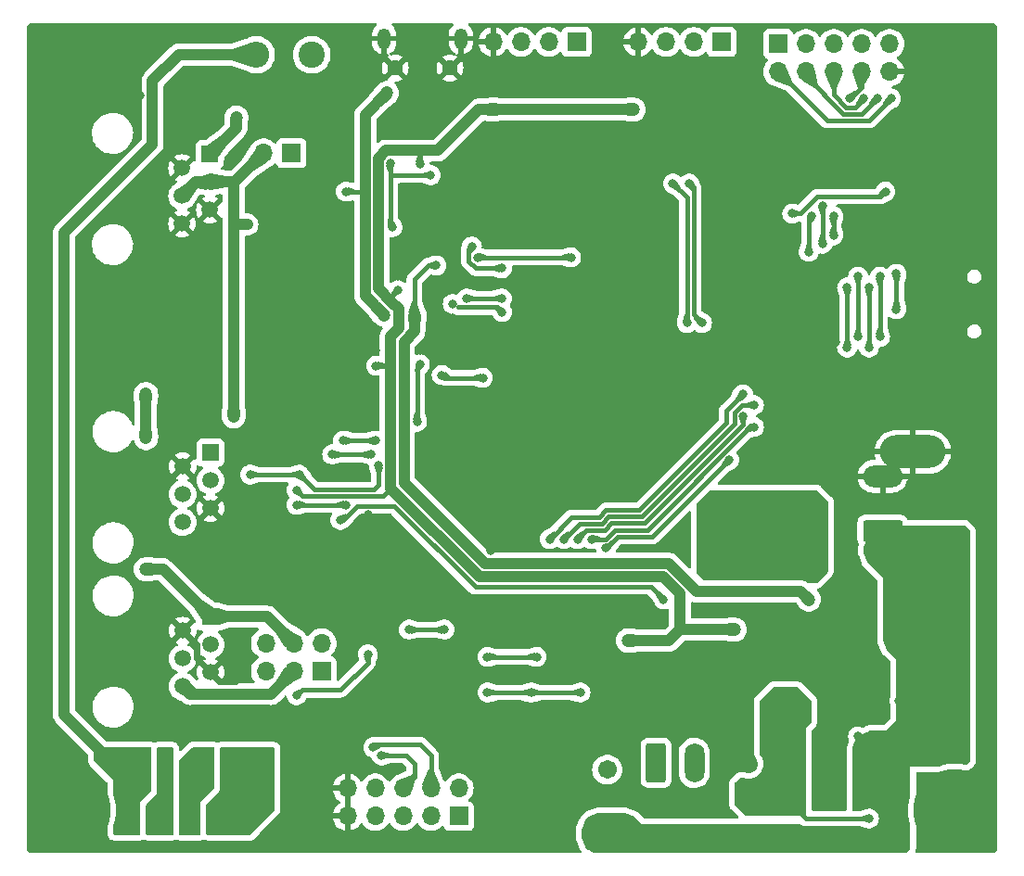
<source format=gbr>
%TF.GenerationSoftware,KiCad,Pcbnew,7.0.6*%
%TF.CreationDate,2024-04-22T22:59:48-04:00*%
%TF.ProjectId,Arch_Bridge,41726368-5f42-4726-9964-67652e6b6963,rev?*%
%TF.SameCoordinates,Original*%
%TF.FileFunction,Copper,L2,Bot*%
%TF.FilePolarity,Positive*%
%FSLAX46Y46*%
G04 Gerber Fmt 4.6, Leading zero omitted, Abs format (unit mm)*
G04 Created by KiCad (PCBNEW 7.0.6) date 2024-04-22 22:59:48*
%MOMM*%
%LPD*%
G01*
G04 APERTURE LIST*
G04 Aperture macros list*
%AMRoundRect*
0 Rectangle with rounded corners*
0 $1 Rounding radius*
0 $2 $3 $4 $5 $6 $7 $8 $9 X,Y pos of 4 corners*
0 Add a 4 corners polygon primitive as box body*
4,1,4,$2,$3,$4,$5,$6,$7,$8,$9,$2,$3,0*
0 Add four circle primitives for the rounded corners*
1,1,$1+$1,$2,$3*
1,1,$1+$1,$4,$5*
1,1,$1+$1,$6,$7*
1,1,$1+$1,$8,$9*
0 Add four rect primitives between the rounded corners*
20,1,$1+$1,$2,$3,$4,$5,0*
20,1,$1+$1,$4,$5,$6,$7,0*
20,1,$1+$1,$6,$7,$8,$9,0*
20,1,$1+$1,$8,$9,$2,$3,0*%
G04 Aperture macros list end*
%TA.AperFunction,ComponentPad*%
%ADD10C,7.500000*%
%TD*%
%TA.AperFunction,ComponentPad*%
%ADD11R,1.700000X1.700000*%
%TD*%
%TA.AperFunction,ComponentPad*%
%ADD12O,1.700000X1.700000*%
%TD*%
%TA.AperFunction,ComponentPad*%
%ADD13O,1.200000X1.900000*%
%TD*%
%TA.AperFunction,ComponentPad*%
%ADD14C,1.450000*%
%TD*%
%TA.AperFunction,ComponentPad*%
%ADD15RoundRect,0.250000X-0.650000X-1.550000X0.650000X-1.550000X0.650000X1.550000X-0.650000X1.550000X0*%
%TD*%
%TA.AperFunction,ComponentPad*%
%ADD16O,1.800000X3.600000*%
%TD*%
%TA.AperFunction,ComponentPad*%
%ADD17R,1.520000X1.520000*%
%TD*%
%TA.AperFunction,ComponentPad*%
%ADD18C,1.520000*%
%TD*%
%TA.AperFunction,ComponentPad*%
%ADD19RoundRect,0.250000X1.550000X-0.750000X1.550000X0.750000X-1.550000X0.750000X-1.550000X-0.750000X0*%
%TD*%
%TA.AperFunction,ComponentPad*%
%ADD20O,3.600000X2.000000*%
%TD*%
%TA.AperFunction,ComponentPad*%
%ADD21R,1.905000X2.000000*%
%TD*%
%TA.AperFunction,ComponentPad*%
%ADD22O,1.905000X2.000000*%
%TD*%
%TA.AperFunction,ComponentPad*%
%ADD23C,0.630000*%
%TD*%
%TA.AperFunction,SMDPad,CuDef*%
%ADD24R,3.300000X2.600000*%
%TD*%
%TA.AperFunction,ComponentPad*%
%ADD25C,2.400000*%
%TD*%
%TA.AperFunction,ComponentPad*%
%ADD26O,2.400000X2.400000*%
%TD*%
%TA.AperFunction,ComponentPad*%
%ADD27O,6.000000X3.000000*%
%TD*%
%TA.AperFunction,ComponentPad*%
%ADD28C,1.710000*%
%TD*%
%TA.AperFunction,ViaPad*%
%ADD29C,0.800000*%
%TD*%
%TA.AperFunction,ViaPad*%
%ADD30C,1.200000*%
%TD*%
%TA.AperFunction,Conductor*%
%ADD31C,0.400000*%
%TD*%
%TA.AperFunction,Conductor*%
%ADD32C,1.000000*%
%TD*%
%TA.AperFunction,Conductor*%
%ADD33C,0.600000*%
%TD*%
G04 APERTURE END LIST*
D10*
%TO.P,,1*%
%TO.N,GND*%
X104800000Y-92000000D03*
%TD*%
D11*
%TO.P,DCC2,1,Pin_1*%
%TO.N,Net-(DCC2-Pin_1)*%
X88710000Y-22000000D03*
D12*
%TO.P,DCC2,2,Pin_2*%
%TO.N,Net-(DCC2-Pin_2)*%
X88710000Y-24540000D03*
%TO.P,DCC2,3,Pin_3*%
%TO.N,Net-(DCC2-Pin_3)*%
X91250000Y-22000000D03*
%TO.P,DCC2,4,Pin_4*%
%TO.N,Net-(DCC2-Pin_4)*%
X91250000Y-24540000D03*
%TO.P,DCC2,5,Pin_5*%
%TO.N,Net-(DCC2-Pin_5)*%
X93790000Y-22000000D03*
%TO.P,DCC2,6,Pin_6*%
%TO.N,Net-(DCC2-Pin_6)*%
X93790000Y-24540000D03*
%TO.P,DCC2,7,Pin_7*%
%TO.N,Net-(DCC2-Pin_7)*%
X96330000Y-22000000D03*
%TO.P,DCC2,8,Pin_8*%
%TO.N,Net-(DCC2-Pin_8)*%
X96330000Y-24540000D03*
%TO.P,DCC2,9,Pin_9*%
%TO.N,Net-(DCC2-Pin_9)*%
X98870000Y-22000000D03*
%TO.P,DCC2,10,Pin_10*%
%TO.N,GND*%
X98870000Y-24540000D03*
%TD*%
D10*
%TO.P,H4,1,1*%
%TO.N,GND*%
X24000000Y-92000000D03*
%TD*%
%TO.P,H2,1,1*%
%TO.N,GND*%
X104800000Y-24000000D03*
%TD*%
%TO.P,H1,1,1*%
%TO.N,GND*%
X24000000Y-24000000D03*
%TD*%
D13*
%TO.P,USB1,6,Shield*%
%TO.N,GND*%
X59750000Y-21512500D03*
D14*
X58750000Y-24212500D03*
X53750000Y-24212500D03*
D13*
X52750000Y-21512500D03*
%TD*%
D15*
%TO.P,J1,1,Pin_1*%
%TO.N,/OUT2_A*%
X77555000Y-87667500D03*
D16*
%TO.P,J1,2,Pin_2*%
%TO.N,/OUT2_B*%
X81055000Y-87667500D03*
%TD*%
D17*
%TO.P,LOCONET_T1,1*%
%TO.N,/T_PWR*%
X36840000Y-32080000D03*
D18*
%TO.P,LOCONET_T1,2*%
%TO.N,GND*%
X34300000Y-33350000D03*
%TO.P,LOCONET_T1,3*%
%TO.N,/LN_DAT*%
X36840000Y-34620000D03*
%TO.P,LOCONET_T1,4*%
X34300000Y-35890000D03*
%TO.P,LOCONET_T1,5*%
%TO.N,GND*%
X36840000Y-37160000D03*
%TO.P,LOCONET_T1,6*%
X34300000Y-38430000D03*
%TD*%
D11*
%TO.P,JP2,1,Pin_1*%
%TO.N,/OUT1_B*%
X47025000Y-79290000D03*
D12*
%TO.P,JP2,2,Pin_2*%
X47025000Y-76750000D03*
%TO.P,JP2,3,Pin_3*%
%TO.N,/LN_B6*%
X44485000Y-79290000D03*
%TO.P,JP2,4,Pin_4*%
%TO.N,/LN_B1*%
X44485000Y-76750000D03*
%TO.P,JP2,5,Pin_5*%
%TO.N,/OUT1_A*%
X41945000Y-79290000D03*
%TO.P,JP2,6,Pin_6*%
X41945000Y-76750000D03*
%TD*%
D11*
%TO.P,JP1,1,1*%
%TO.N,Net-(D10-K)*%
X44275000Y-32000000D03*
D12*
%TO.P,JP1,2,2*%
%TO.N,/LN_DAT*%
X41735000Y-32000000D03*
%TD*%
D19*
%TO.P,V12,1,Pin_1*%
%TO.N,+12V*%
X98247500Y-66500000D03*
D20*
%TO.P,V12,2,Pin_2*%
%TO.N,GND*%
X98247500Y-61500000D03*
%TD*%
D11*
%TO.P,J5V1,1,Pin_1*%
%TO.N,+5V*%
X86000000Y-90290000D03*
D12*
%TO.P,J5V1,2,Pin_2*%
%TO.N,GND*%
X86000000Y-87750000D03*
%TD*%
D17*
%TO.P,LOCONET_B2,1*%
%TO.N,/LN_B1*%
X36890000Y-59330000D03*
D18*
%TO.P,LOCONET_B2,2*%
%TO.N,GND*%
X34350000Y-60600000D03*
%TO.P,LOCONET_B2,3*%
%TO.N,/LN_DAT*%
X36890000Y-61870000D03*
%TO.P,LOCONET_B2,4*%
X34350000Y-63140000D03*
%TO.P,LOCONET_B2,5*%
%TO.N,GND*%
X36890000Y-64410000D03*
%TO.P,LOCONET_B2,6*%
%TO.N,/LN_B6*%
X34350000Y-65680000D03*
%TD*%
D21*
%TO.P,Q3,1,B*%
%TO.N,Net-(D5-A)*%
X37540000Y-92500000D03*
D22*
%TO.P,Q3,2,C*%
%TO.N,Net-(Q3-C)*%
X35000000Y-92500000D03*
%TO.P,Q3,3,E*%
%TO.N,/VM1*%
X32460000Y-92500000D03*
%TD*%
D23*
%TO.P,U13,9,GND*%
%TO.N,GND*%
X79800000Y-79950000D03*
X78500000Y-79950000D03*
X77200000Y-79950000D03*
D24*
X78500000Y-80600000D03*
D23*
X79800000Y-81250000D03*
X78500000Y-81250000D03*
X77200000Y-81250000D03*
%TD*%
D25*
%TO.P,R9,1*%
%TO.N,Net-(F1-Pad2)*%
X46140000Y-23000000D03*
D26*
%TO.P,R9,2*%
%TO.N,+12V*%
X41060000Y-23000000D03*
%TD*%
D23*
%TO.P,U7,9,GND*%
%TO.N,GND*%
X46800000Y-69350000D03*
X45500000Y-69350000D03*
X44200000Y-69350000D03*
D24*
X45500000Y-70000000D03*
D23*
X46800000Y-70650000D03*
X45500000Y-70650000D03*
X44200000Y-70650000D03*
%TD*%
D27*
%TO.P,V12A1,1,Pin_1*%
%TO.N,+12V*%
X101000000Y-68750000D03*
%TO.P,V12A1,2,Pin_2*%
%TO.N,GND*%
X101000000Y-59250000D03*
%TD*%
D11*
%TO.P,DCC1,1,Pin_1*%
%TO.N,Net-(DCC1-Pin_1)*%
X59550000Y-92540000D03*
D12*
%TO.P,DCC1,2,Pin_2*%
X59550000Y-90000000D03*
%TO.P,DCC1,3,Pin_3*%
%TO.N,Net-(DCC1-Pin_3)*%
X57010000Y-92540000D03*
%TO.P,DCC1,4,Pin_4*%
%TO.N,Net-(DCC1-Pin_4)*%
X57010000Y-90000000D03*
%TO.P,DCC1,5,Pin_5*%
%TO.N,Net-(DCC1-Pin_5)*%
X54470000Y-92540000D03*
%TO.P,DCC1,6,Pin_6*%
%TO.N,Net-(DCC1-Pin_6)*%
X54470000Y-90000000D03*
%TO.P,DCC1,7,Pin_7*%
%TO.N,Net-(DCC1-Pin_7)*%
X51930000Y-92540000D03*
%TO.P,DCC1,8,Pin_8*%
%TO.N,Net-(DCC1-Pin_8)*%
X51930000Y-90000000D03*
%TO.P,DCC1,9,Pin_9*%
%TO.N,GND*%
X49390000Y-92540000D03*
%TO.P,DCC1,10,Pin_10*%
X49390000Y-90000000D03*
%TD*%
D11*
%TO.P,COM2,1,Pin_1*%
%TO.N,/VCOM2*%
X70300000Y-21825000D03*
D12*
%TO.P,COM2,2,Pin_2*%
%TO.N,Net-(COM2-Pin_2)*%
X67760000Y-21825000D03*
%TO.P,COM2,3,Pin_3*%
%TO.N,Net-(COM2-Pin_3)*%
X65220000Y-21825000D03*
%TO.P,COM2,4,Pin_4*%
%TO.N,GND*%
X62680000Y-21825000D03*
%TD*%
D17*
%TO.P,LOCONET_B1,1*%
%TO.N,/LN_B1*%
X36890000Y-74330000D03*
D18*
%TO.P,LOCONET_B1,2*%
%TO.N,GND*%
X34350000Y-75600000D03*
%TO.P,LOCONET_B1,3*%
%TO.N,/LN_DAT*%
X36890000Y-76870000D03*
%TO.P,LOCONET_B1,4*%
X34350000Y-78140000D03*
%TO.P,LOCONET_B1,5*%
%TO.N,GND*%
X36890000Y-79410000D03*
%TO.P,LOCONET_B1,6*%
%TO.N,/LN_B6*%
X34350000Y-80680000D03*
%TD*%
D28*
%TO.P,F2,1*%
%TO.N,+12V*%
X71900000Y-93400000D03*
%TO.P,F2,2*%
%TO.N,/VM2*%
X73100000Y-88300000D03*
%TD*%
D11*
%TO.P,CONSOLE1,1,Pin_1*%
%TO.N,/VCOM1*%
X83550000Y-21825000D03*
D12*
%TO.P,CONSOLE1,2,Pin_2*%
%TO.N,Net-(CONSOLE1-Pin_2)*%
X81010000Y-21825000D03*
%TO.P,CONSOLE1,3,Pin_3*%
%TO.N,Net-(CONSOLE1-Pin_3)*%
X78470000Y-21825000D03*
%TO.P,CONSOLE1,4,Pin_4*%
%TO.N,GND*%
X75930000Y-21825000D03*
%TD*%
D29*
%TO.N,GND*%
X52500000Y-30250000D03*
X66500000Y-23500000D03*
X86750000Y-26500000D03*
X89750000Y-29250000D03*
X94500000Y-32500000D03*
X84000000Y-32250000D03*
X49750000Y-68500000D03*
X49750000Y-71500000D03*
X48500000Y-68500000D03*
X48500000Y-71500000D03*
X41250000Y-68500000D03*
X41250000Y-71500000D03*
X41250000Y-85250000D03*
X49500000Y-33000000D03*
X51250000Y-65000000D03*
X58500000Y-70750000D03*
X62500000Y-68250000D03*
X51250000Y-73000000D03*
%TO.N,/BRK_1*%
X52250000Y-60500000D03*
%TO.N,GND*%
X56000000Y-50000000D03*
X57000000Y-54000000D03*
%TO.N,/RSYNC_IN*%
X58000000Y-52250000D03*
%TO.N,/OE*%
X56000000Y-51250000D03*
X55750000Y-56500000D03*
%TO.N,/VMS1*%
X44750000Y-81500000D03*
%TO.N,GND*%
X59000000Y-47000000D03*
%TO.N,/VMS1*%
X51250000Y-77750000D03*
%TO.N,/BRK_1*%
X45000000Y-61350000D03*
%TO.N,GND*%
X56400000Y-82800000D03*
X43500000Y-93750000D03*
X73250000Y-22750000D03*
X64500000Y-40000000D03*
X72000000Y-84000000D03*
X93000000Y-74750000D03*
X67000000Y-45500000D03*
X39000000Y-24500000D03*
X41000000Y-56250000D03*
X22000000Y-48750000D03*
X42500000Y-68500000D03*
D30*
X82750000Y-73750000D03*
D29*
X71700000Y-58200000D03*
X97000000Y-82000000D03*
X54000000Y-43250000D03*
X99000000Y-49750000D03*
X35250000Y-27500000D03*
X83000000Y-79950000D03*
X89500000Y-74750000D03*
X78000000Y-50250000D03*
X88500000Y-57250000D03*
X91000000Y-78500000D03*
X40500000Y-40500000D03*
X67750000Y-57050000D03*
X46250000Y-34750000D03*
X66500000Y-29750000D03*
X104500000Y-43000000D03*
X68750000Y-94250000D03*
X27500000Y-85000000D03*
X94000000Y-49250000D03*
X37500000Y-45000000D03*
X62000000Y-50250000D03*
X56250000Y-36000000D03*
X94250000Y-84250000D03*
X37500000Y-49500000D03*
X85500000Y-49000000D03*
X104500000Y-50500000D03*
X68900000Y-53100000D03*
X67750000Y-55650000D03*
X76000000Y-63000000D03*
X86000000Y-83250000D03*
X97000000Y-77500000D03*
X38250000Y-84250000D03*
X81500000Y-91750000D03*
X102500000Y-45250000D03*
X67000000Y-35250000D03*
X60000000Y-65500000D03*
X81675000Y-79950000D03*
X40500000Y-45000000D03*
X52000000Y-50000000D03*
X80000000Y-68000000D03*
X25000000Y-70000000D03*
X50000000Y-54000000D03*
X66500000Y-25750000D03*
X32000000Y-46000000D03*
X37000000Y-70000000D03*
X60200000Y-79000000D03*
X31000000Y-22750000D03*
X68900000Y-58200000D03*
X70300000Y-58200000D03*
X67750000Y-54250000D03*
X78000000Y-68000000D03*
X86750000Y-59250000D03*
X72850000Y-54250000D03*
X68750000Y-72750000D03*
X48500000Y-21000000D03*
X75325000Y-79950000D03*
X37500000Y-40500000D03*
X79750000Y-29800000D03*
X25000000Y-82500000D03*
X74000000Y-81250000D03*
X30500000Y-26750000D03*
X70750000Y-35250000D03*
X22000000Y-40000000D03*
X55250000Y-28000000D03*
X70300000Y-53100000D03*
X62750000Y-63500000D03*
X65250000Y-42750000D03*
X59000000Y-34450000D03*
X42500000Y-71500000D03*
X72850000Y-55650000D03*
X71700000Y-53100000D03*
X40500000Y-35250000D03*
X25000000Y-40000000D03*
X74000000Y-79950000D03*
X87000000Y-79250000D03*
X62000000Y-30000000D03*
X72850000Y-57050000D03*
X83000000Y-81250000D03*
X81675000Y-81250000D03*
X39000000Y-32000000D03*
X94250000Y-88250000D03*
X40500000Y-49500000D03*
X22000000Y-70000000D03*
X73250000Y-32000000D03*
X79750000Y-25750000D03*
X75325000Y-81250000D03*
X70000000Y-45500000D03*
X39000000Y-21000000D03*
X85750000Y-52750000D03*
X57500000Y-44000000D03*
X29750000Y-80500000D03*
X82250000Y-44000000D03*
X61600000Y-83600000D03*
X25000000Y-48750000D03*
X102500000Y-47750000D03*
X72000000Y-78000000D03*
%TO.N,Net-(U11-GPIO0{slash}BOOT)*%
X84250000Y-60000000D03*
X73000000Y-68050000D03*
D30*
%TO.N,+12V*%
X27250000Y-87000000D03*
D29*
X96000000Y-85250000D03*
X99750000Y-77500000D03*
X98500000Y-87250000D03*
X104000000Y-77500000D03*
X104000000Y-82000000D03*
X98250000Y-89250000D03*
X99750000Y-82000000D03*
X98250000Y-90250000D03*
X96000000Y-87250000D03*
X98500000Y-85250000D03*
%TO.N,+5V*%
X90750000Y-85250000D03*
X90750000Y-91500000D03*
X88250000Y-91500000D03*
X49250000Y-35500000D03*
D30*
X53000000Y-26500000D03*
D29*
X88250000Y-89000000D03*
X90750000Y-87250000D03*
D30*
X55500000Y-46750000D03*
D29*
X97000000Y-92750000D03*
X57500000Y-42250000D03*
D30*
X52750000Y-46750000D03*
D29*
X90750000Y-89000000D03*
X88250000Y-85250000D03*
D30*
X91500000Y-72750000D03*
D29*
X88250000Y-87250000D03*
D30*
%TO.N,+3.3V*%
X92250000Y-64000000D03*
D29*
X54000000Y-44500000D03*
X52000000Y-51400000D03*
D30*
X75500000Y-28000000D03*
D29*
X88750000Y-64625000D03*
D30*
X82500000Y-64000000D03*
D29*
X86950000Y-68225000D03*
D30*
X82500000Y-70000000D03*
D29*
X85150000Y-64625000D03*
X85150000Y-68225000D03*
X44750000Y-62750000D03*
D30*
X92250000Y-70000000D03*
D29*
X99500000Y-43000000D03*
X88750000Y-68225000D03*
X99500000Y-46250000D03*
X56000000Y-33000000D03*
D30*
X75000000Y-76500000D03*
X62500000Y-28000000D03*
D29*
X86950000Y-64625000D03*
D30*
X84750000Y-75500000D03*
%TO.N,/LN_B1*%
X31000000Y-58000000D03*
X31000000Y-54000000D03*
X31000000Y-70000000D03*
D29*
%TO.N,Net-(D5-A)*%
X39500000Y-87000000D03*
X39500000Y-89500000D03*
%TO.N,/BRK_1*%
X40500000Y-61350000D03*
%TO.N,/DCC_1*%
X51500000Y-59500000D03*
X48000000Y-59500000D03*
%TO.N,/BRK_2*%
X70665000Y-81250000D03*
X62165000Y-81250000D03*
X66165000Y-81250000D03*
D30*
%TO.N,/T_PWR*%
X39250000Y-28750000D03*
D29*
%TO.N,/GPIO39*%
X95000000Y-49750000D03*
X95000000Y-44250000D03*
X67850000Y-67250000D03*
X85500000Y-54000000D03*
%TO.N,/GPIO40*%
X96000000Y-48750000D03*
X96000000Y-43250000D03*
X86500000Y-55000000D03*
X69150000Y-67250000D03*
%TO.N,/GPIO41*%
X70400000Y-67250000D03*
X85500000Y-56000000D03*
X97000000Y-44250000D03*
X97000000Y-49750000D03*
%TO.N,/GPIO42*%
X98000000Y-43250000D03*
X86500000Y-57000000D03*
X71650000Y-67250000D03*
X98000000Y-48750000D03*
%TO.N,/GPIO4*%
X91500000Y-41000000D03*
X91750000Y-37750000D03*
%TO.N,/GPIO5*%
X92750000Y-36750000D03*
X92750000Y-40250000D03*
%TO.N,/GPIO6*%
X93750000Y-37750000D03*
X93750000Y-39500000D03*
D30*
%TO.N,/LN_DAT*%
X39000000Y-56000000D03*
D29*
X40250000Y-38500000D03*
%TO.N,Net-(Q3-C)*%
X35250000Y-89500000D03*
X35250000Y-87250000D03*
%TO.N,/SNS_1*%
X48750000Y-65500000D03*
X78250000Y-72750000D03*
%TO.N,/LN_TX*%
X57000000Y-34000000D03*
X53300000Y-32900000D03*
X60750000Y-40500000D03*
X53500000Y-38750000D03*
X63500000Y-42500000D03*
%TO.N,/RSYNC_IN*%
X61750000Y-52500000D03*
%TO.N,/RXD*%
X80375000Y-47500000D03*
X79100000Y-34750000D03*
%TO.N,/TXD*%
X81750000Y-47500000D03*
X80600000Y-34750000D03*
%TO.N,/ENA_1o*%
X52000000Y-58250000D03*
X49000000Y-58250000D03*
X44750000Y-64100000D03*
X49250000Y-64100000D03*
%TO.N,/ENA_2o*%
X62165000Y-78000000D03*
X58250000Y-75500000D03*
X66665000Y-78000000D03*
X55000000Y-75500000D03*
%TO.N,Net-(U11-GPIO18{slash}U1RXD{slash}ADC2_CH7{slash}CLK_OUT3)*%
X60250000Y-45250000D03*
X63500000Y-45250000D03*
%TO.N,Net-(U11-GPIO8{slash}TOUCH8{slash}ADC1_CH7{slash}SUBSPICS1)*%
X59000000Y-45750000D03*
X63500000Y-46500000D03*
%TO.N,/OE*%
X90000000Y-37500000D03*
X98500000Y-35500000D03*
X69800000Y-41500000D03*
X61250000Y-41500000D03*
%TO.N,Net-(DCC1-Pin_6)*%
X52500000Y-87000000D03*
%TO.N,Net-(DCC1-Pin_4)*%
X51750000Y-86250000D03*
%TO.N,Net-(DCC2-Pin_2)*%
X99000000Y-27000000D03*
%TO.N,Net-(DCC2-Pin_4)*%
X97750000Y-27000000D03*
%TO.N,Net-(DCC2-Pin_6)*%
X96500000Y-27000000D03*
%TO.N,Net-(DCC2-Pin_8)*%
X95250000Y-27000000D03*
%TD*%
D31*
%TO.N,/BRK_1*%
X51800000Y-62700000D02*
X49500000Y-62700000D01*
X52250000Y-62250000D02*
X51800000Y-62700000D01*
X52250000Y-60500000D02*
X52250000Y-62250000D01*
X49500000Y-62700000D02*
X47000000Y-62700000D01*
%TO.N,+3.3V*%
X52652691Y-63300000D02*
X53350000Y-62602691D01*
X45300000Y-63300000D02*
X52652691Y-63300000D01*
X44750000Y-62750000D02*
X45300000Y-63300000D01*
%TO.N,/SNS_1*%
X61074517Y-71600000D02*
X77100000Y-71600000D01*
X53674518Y-64200000D02*
X61074517Y-71600000D01*
X50281370Y-64200000D02*
X53674518Y-64200000D01*
X77100000Y-71600000D02*
X78250000Y-72750000D01*
X48750000Y-65500000D02*
X48981371Y-65500000D01*
X48981371Y-65500000D02*
X50281370Y-64200000D01*
%TO.N,/VMS1*%
X48750000Y-81000000D02*
X51250000Y-78500000D01*
X45250000Y-81000000D02*
X48750000Y-81000000D01*
X44750000Y-81500000D02*
X45250000Y-81000000D01*
X51250000Y-77750000D02*
X51250000Y-78500000D01*
%TO.N,/RSYNC_IN*%
X58250000Y-52500000D02*
X58000000Y-52250000D01*
X61750000Y-52500000D02*
X58250000Y-52500000D01*
%TO.N,/OE*%
X55750000Y-56500000D02*
X55750000Y-51500000D01*
X55750000Y-51500000D02*
X56000000Y-51250000D01*
D32*
%TO.N,+5V*%
X55500000Y-48250000D02*
X55500000Y-46750000D01*
X78750000Y-69500000D02*
X61944365Y-69500000D01*
X61944365Y-69500000D02*
X54550000Y-62105635D01*
X54550000Y-62105635D02*
X54550000Y-49200000D01*
X90750000Y-72000000D02*
X81250000Y-72000000D01*
X81250000Y-72000000D02*
X78750000Y-69500000D01*
X54550000Y-49200000D02*
X55500000Y-48250000D01*
X91500000Y-72750000D02*
X90750000Y-72000000D01*
D31*
%TO.N,/ENA_2o*%
X58250000Y-75500000D02*
X55000000Y-75500000D01*
%TO.N,/BRK_1*%
X45000000Y-61350000D02*
X46350000Y-62700000D01*
X46350000Y-62700000D02*
X47000000Y-62700000D01*
X40500000Y-61350000D02*
X45000000Y-61350000D01*
%TO.N,/DCC_1*%
X48000000Y-59500000D02*
X51500000Y-59500000D01*
%TO.N,/ENA_1o*%
X49250000Y-64100000D02*
X44750000Y-64100000D01*
%TO.N,GND*%
X36890000Y-64410000D02*
X35825000Y-65475000D01*
D33*
X34350000Y-75600000D02*
X35630000Y-76880000D01*
X34350000Y-75600000D02*
X33000000Y-74250000D01*
D31*
X35825000Y-65475000D02*
X35825000Y-66975000D01*
D33*
X35630000Y-78150000D02*
X36890000Y-79410000D01*
X35630000Y-76880000D02*
X35630000Y-78150000D01*
X37680000Y-80200000D02*
X39200000Y-80200000D01*
X36890000Y-79410000D02*
X37680000Y-80200000D01*
D31*
%TO.N,Net-(U11-GPIO0{slash}BOOT)*%
X77235292Y-66988236D02*
X84223528Y-60000000D01*
X74061764Y-66988236D02*
X77235292Y-66988236D01*
X84223528Y-60000000D02*
X84250000Y-60000000D01*
X73000000Y-68050000D02*
X74061764Y-66988236D01*
D32*
%TO.N,+12V*%
X27250000Y-87000000D02*
X23500000Y-83250000D01*
X23500000Y-39261522D02*
X31600000Y-31161522D01*
X31600000Y-25375000D02*
X33975000Y-23000000D01*
X33975000Y-23000000D02*
X41060000Y-23000000D01*
X31600000Y-31161522D02*
X31600000Y-25375000D01*
X23500000Y-83250000D02*
X23500000Y-39261522D01*
%TO.N,+5V*%
X51000000Y-35500000D02*
X51000000Y-45000000D01*
D31*
X90750000Y-92250000D02*
X90750000Y-91500000D01*
D32*
X51000000Y-45000000D02*
X52750000Y-46750000D01*
X53000000Y-26500000D02*
X51000000Y-28500000D01*
D31*
X91250000Y-92750000D02*
X90750000Y-92250000D01*
X56750000Y-42250000D02*
X57500000Y-42250000D01*
X49250000Y-35500000D02*
X51000000Y-35500000D01*
D32*
X51000000Y-28500000D02*
X51000000Y-35500000D01*
D31*
X97000000Y-92750000D02*
X91250000Y-92750000D01*
X55500000Y-43500000D02*
X56750000Y-42250000D01*
X55500000Y-46750000D02*
X55500000Y-43500000D01*
D32*
%TO.N,+3.3V*%
X56000000Y-31750000D02*
X57650000Y-31750000D01*
X61400000Y-28000000D02*
X62500000Y-28000000D01*
X84750000Y-75500000D02*
X79750000Y-75500000D01*
X79750000Y-75500000D02*
X78750000Y-76500000D01*
X53350000Y-61400000D02*
X53350000Y-62602691D01*
X52200000Y-44361522D02*
X53419239Y-45580761D01*
D31*
X56000000Y-31750000D02*
X56000000Y-33000000D01*
D32*
X52200000Y-32444365D02*
X52894365Y-31750000D01*
D31*
X52000000Y-51400000D02*
X53200000Y-51400000D01*
D32*
X52200000Y-34750000D02*
X52200000Y-32444365D01*
X57650000Y-31750000D02*
X61400000Y-28000000D01*
X79750000Y-72197056D02*
X79276472Y-71723528D01*
D31*
X99500000Y-43000000D02*
X99500000Y-46250000D01*
D32*
X75500000Y-28000000D02*
X62500000Y-28000000D01*
X52200000Y-43250000D02*
X52200000Y-44361522D01*
X54050000Y-48002944D02*
X53350000Y-48702944D01*
D31*
X54000000Y-44500000D02*
X53419239Y-45080761D01*
D32*
X53350000Y-61400000D02*
X53350000Y-48702944D01*
X75000000Y-76500000D02*
X78750000Y-76500000D01*
X52894365Y-31750000D02*
X56000000Y-31750000D01*
X79750000Y-75500000D02*
X79750000Y-72197056D01*
X53350000Y-62602691D02*
X61447309Y-70700000D01*
X61447309Y-70700000D02*
X78252944Y-70700000D01*
X54050000Y-46211522D02*
X54050000Y-48002944D01*
X78252944Y-70700000D02*
X79276472Y-71723528D01*
X53419239Y-45580761D02*
X54050000Y-46211522D01*
X52200000Y-34750000D02*
X52200000Y-43250000D01*
%TO.N,/LN_B1*%
X31000000Y-70000000D02*
X32560000Y-70000000D01*
X31000000Y-58000000D02*
X31000000Y-54000000D01*
X42065000Y-74330000D02*
X36890000Y-74330000D01*
X44485000Y-76750000D02*
X42065000Y-74330000D01*
X32560000Y-70000000D02*
X36890000Y-74330000D01*
D31*
%TO.N,/BRK_2*%
X70665000Y-81250000D02*
X66165000Y-81250000D01*
X66165000Y-81250000D02*
X62165000Y-81250000D01*
D32*
%TO.N,/T_PWR*%
X39250000Y-29670000D02*
X36840000Y-32080000D01*
X39250000Y-28750000D02*
X39250000Y-29670000D01*
D31*
%TO.N,/GPIO39*%
X95000000Y-44250000D02*
X95000000Y-49750000D01*
X73000000Y-64588236D02*
X75984809Y-64588236D01*
X84000000Y-55500000D02*
X85500000Y-54000000D01*
X72338236Y-65250000D02*
X73000000Y-64588236D01*
X67850000Y-67250000D02*
X69850000Y-65250000D01*
X75984809Y-64588236D02*
X84000000Y-56573044D01*
X84000000Y-56573044D02*
X84000000Y-55500000D01*
X69850000Y-65250000D02*
X72338236Y-65250000D01*
%TO.N,/GPIO40*%
X85368629Y-55000000D02*
X86500000Y-55000000D01*
X76233337Y-65188236D02*
X84700000Y-56721572D01*
X84700000Y-55668629D02*
X85368629Y-55000000D01*
X96000000Y-43250000D02*
X96000000Y-48750000D01*
X84700000Y-56721572D02*
X84700000Y-55668629D01*
X73250000Y-65188236D02*
X76233337Y-65188236D01*
X70550000Y-65850000D02*
X72588236Y-65850000D01*
X72588236Y-65850000D02*
X73250000Y-65188236D01*
X69150000Y-67250000D02*
X70550000Y-65850000D01*
%TO.N,/GPIO41*%
X97000000Y-44250000D02*
X97000000Y-49750000D01*
X73500000Y-65788236D02*
X76481865Y-65788236D01*
X76481865Y-65788236D02*
X85500000Y-56770100D01*
X85500000Y-56770100D02*
X85500000Y-56000000D01*
X72838236Y-66450000D02*
X73500000Y-65788236D01*
X70400000Y-67250000D02*
X71200000Y-66450000D01*
X71200000Y-66450000D02*
X72838236Y-66450000D01*
%TO.N,/GPIO42*%
X86118628Y-57000000D02*
X86500000Y-57000000D01*
X71650000Y-67250000D02*
X72951472Y-67250000D01*
X98000000Y-43250000D02*
X98000000Y-48750000D01*
X76730393Y-66388236D02*
X86118628Y-57000000D01*
X72951472Y-67250000D02*
X73813236Y-66388236D01*
X73813236Y-66388236D02*
X76730393Y-66388236D01*
%TO.N,/GPIO4*%
X91500000Y-38000000D02*
X91500000Y-41000000D01*
X91750000Y-37750000D02*
X91500000Y-38000000D01*
%TO.N,/GPIO5*%
X92750000Y-36750000D02*
X92750000Y-40250000D01*
%TO.N,/GPIO6*%
X93750000Y-37750000D02*
X93750000Y-39500000D01*
D32*
%TO.N,/LN_DAT*%
X39115000Y-34620000D02*
X41735000Y-32000000D01*
X39000000Y-38500000D02*
X39000000Y-37500000D01*
X36840000Y-34620000D02*
X39000000Y-34620000D01*
X39000000Y-37500000D02*
X39000000Y-34620000D01*
X36840000Y-34620000D02*
X35570000Y-34620000D01*
X39000000Y-56000000D02*
X39000000Y-38500000D01*
X35570000Y-34620000D02*
X34300000Y-35890000D01*
X39000000Y-34620000D02*
X39115000Y-34620000D01*
X40250000Y-38500000D02*
X39000000Y-38500000D01*
%TO.N,/LN_B6*%
X35045000Y-81375000D02*
X34350000Y-80680000D01*
X42400000Y-81375000D02*
X35045000Y-81375000D01*
X44485000Y-79290000D02*
X42400000Y-81375000D01*
D31*
%TO.N,/LN_TX*%
X60450000Y-40800000D02*
X60750000Y-40500000D01*
X60450000Y-41831371D02*
X60450000Y-40800000D01*
X53300000Y-32900000D02*
X53300000Y-34000000D01*
X57000000Y-34000000D02*
X53300000Y-34000000D01*
X63500000Y-42500000D02*
X61118629Y-42500000D01*
X53300000Y-38550000D02*
X53500000Y-38750000D01*
X61118629Y-42500000D02*
X60450000Y-41831371D01*
X53300000Y-34000000D02*
X53300000Y-38550000D01*
%TO.N,/RXD*%
X80375000Y-47500000D02*
X80375000Y-37000000D01*
X80375000Y-37000000D02*
X80375000Y-36025000D01*
X80375000Y-36025000D02*
X79100000Y-34750000D01*
%TO.N,/TXD*%
X80975000Y-35125000D02*
X80600000Y-34750000D01*
X80975000Y-46725000D02*
X80975000Y-35125000D01*
X81750000Y-47500000D02*
X80975000Y-46725000D01*
%TO.N,/ENA_1o*%
X49000000Y-58250000D02*
X52000000Y-58250000D01*
%TO.N,/ENA_2o*%
X66665000Y-78000000D02*
X62165000Y-78000000D01*
%TO.N,Net-(U11-GPIO18{slash}U1RXD{slash}ADC2_CH7{slash}CLK_OUT3)*%
X63500000Y-45250000D02*
X60250000Y-45250000D01*
%TO.N,Net-(U11-GPIO8{slash}TOUCH8{slash}ADC1_CH7{slash}SUBSPICS1)*%
X59500000Y-46050000D02*
X63050000Y-46050000D01*
X63050000Y-46050000D02*
X63500000Y-46500000D01*
%TO.N,/OE*%
X64000000Y-41500000D02*
X69800000Y-41500000D01*
X64000000Y-41500000D02*
X61250000Y-41500000D01*
X98050000Y-35950000D02*
X98500000Y-35500000D01*
X92250000Y-35950000D02*
X98050000Y-35950000D01*
X90000000Y-37500000D02*
X90700000Y-37500000D01*
X90700000Y-37500000D02*
X92250000Y-35950000D01*
%TO.N,Net-(DCC1-Pin_6)*%
X55500000Y-87750000D02*
X54750000Y-87000000D01*
X54470000Y-90000000D02*
X55500000Y-88970000D01*
X54750000Y-87000000D02*
X52500000Y-87000000D01*
X55500000Y-88970000D02*
X55500000Y-87750000D01*
%TO.N,Net-(DCC1-Pin_4)*%
X57010000Y-87010000D02*
X56000000Y-86000000D01*
X57010000Y-90000000D02*
X57010000Y-87010000D01*
X52000000Y-86000000D02*
X51750000Y-86250000D01*
X56000000Y-86000000D02*
X52000000Y-86000000D01*
%TO.N,Net-(DCC2-Pin_2)*%
X88710000Y-24540000D02*
X93170000Y-29000000D01*
X97000000Y-29000000D02*
X99000000Y-27000000D01*
X93170000Y-29000000D02*
X97000000Y-29000000D01*
%TO.N,Net-(DCC2-Pin_4)*%
X96350000Y-28400000D02*
X97750000Y-27000000D01*
X91250000Y-24540000D02*
X91250000Y-24979899D01*
X91250000Y-24979899D02*
X94670101Y-28400000D01*
X94670101Y-28400000D02*
X96350000Y-28400000D01*
%TO.N,Net-(DCC2-Pin_6)*%
X95700000Y-27800000D02*
X96500000Y-27000000D01*
X94918629Y-27800000D02*
X95700000Y-27800000D01*
X93790000Y-24540000D02*
X93790000Y-26671371D01*
X93790000Y-26671371D02*
X94918629Y-27800000D01*
%TO.N,Net-(DCC2-Pin_8)*%
X96330000Y-25920000D02*
X95250000Y-27000000D01*
X96330000Y-24540000D02*
X96330000Y-25920000D01*
%TD*%
%TA.AperFunction,Conductor*%
%TO.N,+3.3V*%
G36*
X92265677Y-62769685D02*
G01*
X92286319Y-62786319D01*
X93213681Y-63713681D01*
X93247166Y-63775004D01*
X93250000Y-63801362D01*
X93250000Y-70198638D01*
X93230315Y-70265677D01*
X93213681Y-70286319D01*
X92286319Y-71213681D01*
X92224996Y-71247166D01*
X92198638Y-71250000D01*
X91470199Y-71250000D01*
X91403160Y-71230315D01*
X91391534Y-71221853D01*
X91313005Y-71157405D01*
X91313002Y-71157403D01*
X91216661Y-71105909D01*
X91162360Y-71076884D01*
X91152210Y-71068129D01*
X91137804Y-71063758D01*
X90947701Y-71006091D01*
X90947698Y-71006090D01*
X90774245Y-70989007D01*
X90750000Y-70986620D01*
X90749999Y-70986620D01*
X90703482Y-70991201D01*
X90697402Y-70991500D01*
X82042862Y-70991500D01*
X81975823Y-70971815D01*
X81955181Y-70955181D01*
X81286319Y-70286319D01*
X81252834Y-70224996D01*
X81250000Y-70198638D01*
X81250000Y-64026859D01*
X81269685Y-63959820D01*
X81286314Y-63939183D01*
X82439179Y-62786319D01*
X82500502Y-62752834D01*
X82526860Y-62750000D01*
X92198638Y-62750000D01*
X92265677Y-62769685D01*
G37*
%TD.AperFunction*%
%TD*%
%TA.AperFunction,Conductor*%
%TO.N,+12V*%
G36*
X105765677Y-66019685D02*
G01*
X105786319Y-66036319D01*
X106213681Y-66463681D01*
X106247166Y-66525004D01*
X106250000Y-66551362D01*
X106250000Y-87448637D01*
X106230315Y-87515676D01*
X106213681Y-87536318D01*
X105918573Y-87831425D01*
X105857250Y-87864910D01*
X105806296Y-87864315D01*
X105806128Y-87865189D01*
X105405610Y-87787995D01*
X105405598Y-87787993D01*
X105271221Y-87775161D01*
X105002476Y-87749500D01*
X104597524Y-87749500D01*
X104355652Y-87772595D01*
X104194401Y-87787993D01*
X104194389Y-87787995D01*
X103796781Y-87864628D01*
X103796764Y-87864632D01*
X103408231Y-87978715D01*
X103408208Y-87978723D01*
X103377251Y-87991117D01*
X103331164Y-88000000D01*
X100775000Y-88000000D01*
X100775000Y-88499999D01*
X100775000Y-90612850D01*
X100768180Y-90653407D01*
X100717051Y-90801132D01*
X100717050Y-90801136D01*
X100621579Y-91194673D01*
X100563948Y-91595501D01*
X100544680Y-91999999D01*
X100563948Y-92404498D01*
X100621579Y-92805326D01*
X100660397Y-92965338D01*
X100717050Y-93198862D01*
X100757065Y-93314479D01*
X100768180Y-93346592D01*
X100775000Y-93387148D01*
X100774999Y-95448638D01*
X100755314Y-95515678D01*
X100738680Y-95536319D01*
X100411819Y-95863181D01*
X100350496Y-95896666D01*
X100324138Y-95899500D01*
X72032036Y-95899500D01*
X71984584Y-95890061D01*
X71709709Y-95776204D01*
X71419233Y-95655885D01*
X71379005Y-95629005D01*
X71120994Y-95370994D01*
X71094114Y-95330766D01*
X70759439Y-94522787D01*
X70750000Y-94475334D01*
X70750000Y-93774665D01*
X70759439Y-93727212D01*
X70810826Y-93603153D01*
X71094115Y-92919230D01*
X71120991Y-92879008D01*
X71379008Y-92620991D01*
X71419230Y-92594115D01*
X72227212Y-92259438D01*
X72274665Y-92250000D01*
X74725335Y-92250000D01*
X74772787Y-92259438D01*
X75580767Y-92594114D01*
X75620994Y-92620994D01*
X76250000Y-93250000D01*
X76750002Y-93250000D01*
X90703232Y-93250000D01*
X90770271Y-93269685D01*
X90775887Y-93273937D01*
X90775898Y-93273922D01*
X90782070Y-93278182D01*
X90782071Y-93278183D01*
X90833130Y-93313427D01*
X90836112Y-93315621D01*
X90884944Y-93353878D01*
X90884947Y-93353880D01*
X90884946Y-93353880D01*
X90894177Y-93358034D01*
X90913731Y-93369062D01*
X90922066Y-93374816D01*
X90922068Y-93374816D01*
X90922070Y-93374818D01*
X90980079Y-93396817D01*
X90983476Y-93398224D01*
X91030770Y-93419509D01*
X91040064Y-93423693D01*
X91040065Y-93423693D01*
X91040069Y-93423695D01*
X91050034Y-93425521D01*
X91071656Y-93431548D01*
X91074777Y-93432731D01*
X91081128Y-93435140D01*
X91126251Y-93440618D01*
X91142674Y-93442613D01*
X91146371Y-93443175D01*
X91207394Y-93454358D01*
X91262752Y-93451009D01*
X91269303Y-93450613D01*
X91273048Y-93450500D01*
X96099799Y-93450500D01*
X96131235Y-93454550D01*
X96698237Y-93603155D01*
X96717233Y-93609824D01*
X96720197Y-93611144D01*
X96905354Y-93650500D01*
X96905355Y-93650500D01*
X97094644Y-93650500D01*
X97094646Y-93650500D01*
X97279803Y-93611144D01*
X97452730Y-93534151D01*
X97605871Y-93422888D01*
X97732533Y-93282216D01*
X97827179Y-93118284D01*
X97885674Y-92938256D01*
X97905460Y-92750000D01*
X97885674Y-92561744D01*
X97827179Y-92381716D01*
X97732533Y-92217784D01*
X97605871Y-92077112D01*
X97605870Y-92077111D01*
X97452734Y-91965851D01*
X97452729Y-91965848D01*
X97279807Y-91888857D01*
X97279802Y-91888855D01*
X97134001Y-91857865D01*
X97094646Y-91849500D01*
X96905354Y-91849500D01*
X96812775Y-91869177D01*
X96720196Y-91888856D01*
X96720186Y-91888859D01*
X96717224Y-91890178D01*
X96698236Y-91896843D01*
X96131233Y-92045449D01*
X96099796Y-92049500D01*
X95561522Y-92049500D01*
X95500000Y-92031434D01*
X95500000Y-86274664D01*
X95509439Y-86227212D01*
X95844115Y-85419230D01*
X95870991Y-85379008D01*
X96129008Y-85120991D01*
X96169230Y-85094115D01*
X96977212Y-84759438D01*
X97024665Y-84750000D01*
X97999998Y-84750000D01*
X98000000Y-84750000D01*
X98500000Y-84750000D01*
X99500000Y-83750000D01*
X99500000Y-78233231D01*
X99144067Y-77882072D01*
X98623646Y-77368633D01*
X98596333Y-77328201D01*
X98259600Y-76522956D01*
X98250000Y-76475117D01*
X98250000Y-71250001D01*
X98250000Y-71250000D01*
X98250000Y-70750000D01*
X96870994Y-69370994D01*
X96844114Y-69330766D01*
X96509439Y-68522787D01*
X96500000Y-68475334D01*
X96500000Y-68024665D01*
X96509439Y-67977212D01*
X96844115Y-67169230D01*
X96870991Y-67129008D01*
X97629008Y-66370991D01*
X97669230Y-66344115D01*
X98477212Y-66009438D01*
X98524665Y-66000000D01*
X105698638Y-66000000D01*
X105765677Y-66019685D01*
G37*
%TD.AperFunction*%
%TD*%
%TA.AperFunction,Conductor*%
%TO.N,Net-(Q3-C)*%
G36*
X37193039Y-86269685D02*
G01*
X37238794Y-86322489D01*
X37250000Y-86374000D01*
X37250000Y-89948638D01*
X37230315Y-90015677D01*
X37213681Y-90036319D01*
X36000000Y-91249999D01*
X36000000Y-94126000D01*
X35980315Y-94193039D01*
X35927511Y-94238794D01*
X35876000Y-94250000D01*
X34124000Y-94250000D01*
X34056961Y-94230315D01*
X34011206Y-94177511D01*
X34000000Y-94126000D01*
X34000000Y-87551362D01*
X34019685Y-87484323D01*
X34036319Y-87463681D01*
X35213681Y-86286319D01*
X35275004Y-86252834D01*
X35301362Y-86250000D01*
X37126000Y-86250000D01*
X37193039Y-86269685D01*
G37*
%TD.AperFunction*%
%TD*%
%TA.AperFunction,Conductor*%
%TO.N,Net-(D5-A)*%
G36*
X42693039Y-86269685D02*
G01*
X42738794Y-86322489D01*
X42750000Y-86374000D01*
X42750000Y-91948638D01*
X42730315Y-92015677D01*
X42713681Y-92036319D01*
X40536319Y-94213681D01*
X40474996Y-94247166D01*
X40448638Y-94250000D01*
X36629500Y-94250000D01*
X36562461Y-94230315D01*
X36516706Y-94177511D01*
X36505500Y-94126000D01*
X36505500Y-91510746D01*
X36525185Y-91443707D01*
X36541819Y-91423065D01*
X37580704Y-90384181D01*
X37580704Y-90384180D01*
X37598791Y-90364044D01*
X37598791Y-90364045D01*
X37623920Y-90332861D01*
X37628362Y-90326699D01*
X37655567Y-90288974D01*
X37715338Y-90158097D01*
X37735023Y-90091058D01*
X37735024Y-90091054D01*
X37755500Y-89948638D01*
X37755500Y-86374000D01*
X37775185Y-86306961D01*
X37827989Y-86261206D01*
X37879500Y-86250000D01*
X42626000Y-86250000D01*
X42693039Y-86269685D01*
G37*
%TD.AperFunction*%
%TD*%
%TA.AperFunction,Conductor*%
%TO.N,/VM1*%
G36*
X33443039Y-86269685D02*
G01*
X33488794Y-86322489D01*
X33500000Y-86374000D01*
X33500000Y-87504239D01*
X33498738Y-87521885D01*
X33494500Y-87551360D01*
X33494500Y-94126000D01*
X33474815Y-94193039D01*
X33422011Y-94238794D01*
X33370500Y-94250000D01*
X31129500Y-94250000D01*
X31062461Y-94230315D01*
X31016706Y-94177511D01*
X31005500Y-94126000D01*
X31005500Y-91545862D01*
X31025185Y-91478823D01*
X31041819Y-91458181D01*
X32000000Y-90500000D01*
X32000000Y-90245760D01*
X32001262Y-90228113D01*
X32005500Y-90198638D01*
X32005500Y-86374000D01*
X32025185Y-86306961D01*
X32077989Y-86261206D01*
X32129500Y-86250000D01*
X33376000Y-86250000D01*
X33443039Y-86269685D01*
G37*
%TD.AperFunction*%
%TD*%
%TA.AperFunction,Conductor*%
%TO.N,+12V*%
G36*
X31443039Y-86269685D02*
G01*
X31488794Y-86322489D01*
X31500000Y-86374000D01*
X31500000Y-90198638D01*
X31480315Y-90265677D01*
X31463681Y-90286319D01*
X30500000Y-91249999D01*
X30500000Y-94126000D01*
X30480315Y-94193039D01*
X30427511Y-94238794D01*
X30376000Y-94250000D01*
X28124000Y-94250000D01*
X28056961Y-94230315D01*
X28011206Y-94177511D01*
X28000000Y-94126000D01*
X28000000Y-93459381D01*
X28006819Y-93418826D01*
X28082950Y-93198862D01*
X28178421Y-92805325D01*
X28236052Y-92404494D01*
X28255320Y-92000000D01*
X28236052Y-91595506D01*
X28178421Y-91194675D01*
X28082950Y-90801138D01*
X28082946Y-90801126D01*
X28006820Y-90581173D01*
X28000000Y-90540617D01*
X28000000Y-89250000D01*
X26286319Y-87536319D01*
X26252834Y-87474996D01*
X26250000Y-87448638D01*
X26250000Y-86374000D01*
X26269685Y-86306961D01*
X26322489Y-86261206D01*
X26374000Y-86250000D01*
X31376000Y-86250000D01*
X31443039Y-86269685D01*
G37*
%TD.AperFunction*%
%TD*%
%TA.AperFunction,Conductor*%
%TO.N,+5V*%
G36*
X90515677Y-80769685D02*
G01*
X90536319Y-80786319D01*
X91713681Y-81963681D01*
X91747166Y-82025004D01*
X91750000Y-82051362D01*
X91750000Y-83948637D01*
X91730315Y-84015676D01*
X91713681Y-84036318D01*
X91250000Y-84499999D01*
X91250000Y-92376000D01*
X91230315Y-92443039D01*
X91177511Y-92488794D01*
X91126000Y-92500000D01*
X85801362Y-92500000D01*
X85734323Y-92480315D01*
X85713681Y-92463681D01*
X84786319Y-91536319D01*
X84752834Y-91474996D01*
X84750000Y-91448638D01*
X84750000Y-89551361D01*
X84769685Y-89484322D01*
X84786314Y-89463685D01*
X85213681Y-89036319D01*
X85275004Y-89002834D01*
X85301362Y-89000000D01*
X85457587Y-89000000D01*
X85509991Y-89011617D01*
X85536337Y-89023903D01*
X85764592Y-89085063D01*
X85952918Y-89101539D01*
X85999999Y-89105659D01*
X86000000Y-89105659D01*
X86000001Y-89105659D01*
X86039234Y-89102226D01*
X86235408Y-89085063D01*
X86463663Y-89023903D01*
X86677830Y-88924035D01*
X86871401Y-88788495D01*
X87038495Y-88621401D01*
X87174035Y-88427830D01*
X87273903Y-88213663D01*
X87335063Y-87985408D01*
X87355659Y-87750000D01*
X87335063Y-87514592D01*
X87273903Y-87286337D01*
X87174035Y-87072171D01*
X87038495Y-86878599D01*
X87036311Y-86876415D01*
X87035657Y-86875218D01*
X87035018Y-86874456D01*
X87035171Y-86874327D01*
X87002832Y-86815089D01*
X87000000Y-86788741D01*
X87000000Y-82051362D01*
X87019685Y-81984323D01*
X87036319Y-81963681D01*
X88213681Y-80786319D01*
X88275004Y-80752834D01*
X88301362Y-80750000D01*
X90448638Y-80750000D01*
X90515677Y-80769685D01*
G37*
%TD.AperFunction*%
%TD*%
%TA.AperFunction,Conductor*%
%TO.N,GND*%
G36*
X49640000Y-92104498D02*
G01*
X49532315Y-92055320D01*
X49425763Y-92040000D01*
X49354237Y-92040000D01*
X49247685Y-92055320D01*
X49140000Y-92104498D01*
X49140000Y-90435501D01*
X49247685Y-90484680D01*
X49354237Y-90500000D01*
X49425763Y-90500000D01*
X49532315Y-90484680D01*
X49640000Y-90435501D01*
X49640000Y-92104498D01*
G37*
%TD.AperFunction*%
%TA.AperFunction,Conductor*%
G36*
X41276289Y-75358185D02*
G01*
X41322044Y-75410989D01*
X41331988Y-75480147D01*
X41302963Y-75543703D01*
X41268267Y-75571555D01*
X41199427Y-75608808D01*
X41199422Y-75608812D01*
X41021761Y-75747092D01*
X41021756Y-75747097D01*
X40869284Y-75912723D01*
X40869276Y-75912734D01*
X40746140Y-76101207D01*
X40655703Y-76307385D01*
X40600436Y-76525628D01*
X40600434Y-76525640D01*
X40581844Y-76749994D01*
X40581844Y-76750005D01*
X40600434Y-76974359D01*
X40600436Y-76974371D01*
X40655703Y-77192614D01*
X40746140Y-77398792D01*
X40869276Y-77587265D01*
X40869284Y-77587276D01*
X41021756Y-77752902D01*
X41021760Y-77752906D01*
X41199424Y-77891189D01*
X41199429Y-77891191D01*
X41199431Y-77891193D01*
X41235930Y-77910946D01*
X41285520Y-77960165D01*
X41300628Y-78028382D01*
X41276457Y-78093937D01*
X41235930Y-78129054D01*
X41199431Y-78148806D01*
X41199422Y-78148812D01*
X41021761Y-78287092D01*
X41021756Y-78287097D01*
X40869284Y-78452723D01*
X40869276Y-78452734D01*
X40746140Y-78641207D01*
X40655703Y-78847385D01*
X40600436Y-79065628D01*
X40600434Y-79065640D01*
X40581844Y-79289994D01*
X40581844Y-79290005D01*
X40600434Y-79514359D01*
X40600436Y-79514371D01*
X40655703Y-79732614D01*
X40746140Y-79938792D01*
X40869276Y-80127265D01*
X40869279Y-80127269D01*
X40898045Y-80158517D01*
X40928967Y-80221172D01*
X40921107Y-80290598D01*
X40876960Y-80344753D01*
X40810542Y-80366444D01*
X40806815Y-80366500D01*
X37996629Y-80366500D01*
X37929590Y-80346815D01*
X37883835Y-80294011D01*
X37873891Y-80224853D01*
X37895054Y-80171376D01*
X37985359Y-80042406D01*
X38078533Y-79842593D01*
X38078536Y-79842587D01*
X38135597Y-79629634D01*
X38135598Y-79629626D01*
X38154813Y-79410001D01*
X38154813Y-79409998D01*
X38135598Y-79190373D01*
X38135597Y-79190366D01*
X38078533Y-78977404D01*
X37985360Y-78777595D01*
X37985359Y-78777593D01*
X37940304Y-78713248D01*
X37940304Y-78713247D01*
X37273809Y-79379742D01*
X37273938Y-79378186D01*
X37242805Y-79255245D01*
X37173441Y-79149075D01*
X37073361Y-79071179D01*
X36953411Y-79030000D01*
X36916447Y-79030000D01*
X37586751Y-78359694D01*
X37522402Y-78314638D01*
X37398949Y-78257071D01*
X37346510Y-78210899D01*
X37327358Y-78143705D01*
X37347574Y-78076824D01*
X37398949Y-78032307D01*
X37526673Y-77972749D01*
X37708490Y-77845439D01*
X37865439Y-77688490D01*
X37992749Y-77506673D01*
X38086553Y-77305510D01*
X38144000Y-77091114D01*
X38163345Y-76870000D01*
X38163052Y-76866655D01*
X38156997Y-76797445D01*
X38144000Y-76648886D01*
X38086553Y-76434490D01*
X37992749Y-76233328D01*
X37992106Y-76232410D01*
X37865440Y-76051511D01*
X37793929Y-75980000D01*
X37708490Y-75894561D01*
X37660453Y-75860925D01*
X37610926Y-75826245D01*
X37567301Y-75771668D01*
X37560109Y-75702170D01*
X37591632Y-75639815D01*
X37651862Y-75604402D01*
X37673493Y-75601835D01*
X37673435Y-75601180D01*
X37679483Y-75600641D01*
X37679496Y-75600642D01*
X37683680Y-75599851D01*
X37691885Y-75598860D01*
X37698609Y-75598500D01*
X37698638Y-75598500D01*
X37759201Y-75591989D01*
X37784160Y-75582679D01*
X37804453Y-75577021D01*
X37823110Y-75573495D01*
X38452479Y-75358185D01*
X38490506Y-75345176D01*
X38530643Y-75338500D01*
X41209250Y-75338500D01*
X41276289Y-75358185D01*
G37*
%TD.AperFunction*%
%TA.AperFunction,Conductor*%
G36*
X35810849Y-75486300D02*
G01*
X35812362Y-75487414D01*
X35883796Y-75540889D01*
X36020799Y-75591989D01*
X36048050Y-75594918D01*
X36081345Y-75598499D01*
X36081362Y-75598500D01*
X36101051Y-75598500D01*
X36168090Y-75618185D01*
X36213845Y-75670989D01*
X36223789Y-75740147D01*
X36194764Y-75803703D01*
X36172174Y-75824075D01*
X36071508Y-75894561D01*
X35914561Y-76051508D01*
X35787251Y-76233326D01*
X35787250Y-76233328D01*
X35693448Y-76434488D01*
X35693444Y-76434497D01*
X35636001Y-76648880D01*
X35635999Y-76648891D01*
X35616655Y-76869998D01*
X35616655Y-76870001D01*
X35635999Y-77091108D01*
X35636001Y-77091119D01*
X35693444Y-77305502D01*
X35693446Y-77305506D01*
X35693447Y-77305510D01*
X35727456Y-77378443D01*
X35787250Y-77506672D01*
X35791947Y-77513380D01*
X35914561Y-77688490D01*
X36071510Y-77845439D01*
X36253327Y-77972749D01*
X36381050Y-78032307D01*
X36433489Y-78078479D01*
X36452641Y-78145673D01*
X36432425Y-78212554D01*
X36381050Y-78257071D01*
X36257594Y-78314640D01*
X36193248Y-78359694D01*
X36863554Y-79030000D01*
X36858514Y-79030000D01*
X36764908Y-79045620D01*
X36653372Y-79105980D01*
X36567478Y-79199286D01*
X36516535Y-79315426D01*
X36510821Y-79384375D01*
X35839694Y-78713248D01*
X35794640Y-78777594D01*
X35701466Y-78977404D01*
X35644402Y-79190366D01*
X35644401Y-79190373D01*
X35625187Y-79409998D01*
X35625187Y-79410001D01*
X35644401Y-79629626D01*
X35644402Y-79629634D01*
X35701463Y-79842587D01*
X35701467Y-79842598D01*
X35757422Y-79962594D01*
X35767914Y-80031671D01*
X35739394Y-80095455D01*
X35680917Y-80133694D01*
X35611050Y-80134248D01*
X35555075Y-80100334D01*
X35265651Y-79795212D01*
X35262846Y-79792339D01*
X35262845Y-79792338D01*
X35262843Y-79792336D01*
X35262838Y-79792331D01*
X35218047Y-79751575D01*
X35218048Y-79751575D01*
X35218043Y-79751571D01*
X35215636Y-79749789D01*
X35201745Y-79737816D01*
X35168494Y-79704565D01*
X35168490Y-79704561D01*
X34986673Y-79577251D01*
X34869003Y-79522380D01*
X34816566Y-79476210D01*
X34797414Y-79409016D01*
X34817630Y-79342135D01*
X34869003Y-79297619D01*
X34986673Y-79242749D01*
X35168490Y-79115439D01*
X35325439Y-78958490D01*
X35452749Y-78776673D01*
X35546553Y-78575510D01*
X35604000Y-78361114D01*
X35623345Y-78140000D01*
X35622387Y-78129055D01*
X35614838Y-78042762D01*
X35604000Y-77918886D01*
X35546553Y-77704490D01*
X35452749Y-77503328D01*
X35424550Y-77463056D01*
X35325440Y-77321511D01*
X35253920Y-77249991D01*
X35168490Y-77164561D01*
X34986673Y-77037251D01*
X34986674Y-77037251D01*
X34986672Y-77037250D01*
X34858949Y-76977692D01*
X34806510Y-76931519D01*
X34787358Y-76864326D01*
X34807574Y-76797445D01*
X34858950Y-76752927D01*
X34982411Y-76695357D01*
X35046751Y-76650305D01*
X35046751Y-76650304D01*
X34376448Y-75980000D01*
X34381486Y-75980000D01*
X34475092Y-75964380D01*
X34586628Y-75904020D01*
X34672522Y-75810714D01*
X34723465Y-75694574D01*
X34729178Y-75625625D01*
X35400304Y-76296751D01*
X35400305Y-76296751D01*
X35445358Y-76232410D01*
X35445362Y-76232402D01*
X35538532Y-76032598D01*
X35538536Y-76032587D01*
X35595597Y-75819634D01*
X35595598Y-75819626D01*
X35614812Y-75600002D01*
X35614598Y-75597547D01*
X35614813Y-75596477D01*
X35614813Y-75594586D01*
X35615193Y-75594586D01*
X35628363Y-75529046D01*
X35676977Y-75478862D01*
X35745005Y-75462927D01*
X35810849Y-75486300D01*
G37*
%TD.AperFunction*%
%TA.AperFunction,Conductor*%
G36*
X37915992Y-35736876D02*
G01*
X37969995Y-35781209D01*
X37991456Y-35847701D01*
X37991500Y-35851001D01*
X37991500Y-36336779D01*
X37971815Y-36403818D01*
X37919011Y-36449573D01*
X37900851Y-36452700D01*
X37223808Y-37129742D01*
X37223938Y-37128186D01*
X37192805Y-37005245D01*
X37123441Y-36899075D01*
X37023361Y-36821179D01*
X36903411Y-36780000D01*
X36866447Y-36780000D01*
X37536751Y-36109694D01*
X37472402Y-36064638D01*
X37405507Y-36033444D01*
X37353068Y-35987271D01*
X37333916Y-35920078D01*
X37354132Y-35853197D01*
X37407297Y-35807862D01*
X37436998Y-35798838D01*
X37846595Y-35728776D01*
X37915992Y-35736876D01*
G37*
%TD.AperFunction*%
%TA.AperFunction,Conductor*%
G36*
X52024137Y-20120185D02*
G01*
X52069892Y-20172989D01*
X52079836Y-20242147D01*
X52050811Y-20305703D01*
X52029025Y-20325507D01*
X52026381Y-20327389D01*
X52026374Y-20327395D01*
X51881407Y-20479432D01*
X51767833Y-20656157D01*
X51689755Y-20851185D01*
X51650000Y-21057462D01*
X51650000Y-21262500D01*
X52450000Y-21262500D01*
X52450000Y-21762500D01*
X51650000Y-21762500D01*
X51650000Y-21914898D01*
X51664965Y-22071622D01*
X51664966Y-22071626D01*
X51724149Y-22273186D01*
X51820413Y-22459914D01*
X51950268Y-22625037D01*
X51950271Y-22625040D01*
X52109030Y-22762605D01*
X52109041Y-22762614D01*
X52290960Y-22867644D01*
X52290967Y-22867647D01*
X52489487Y-22936356D01*
X52500000Y-22937867D01*
X52500000Y-22028610D01*
X52524457Y-22068110D01*
X52613962Y-22135701D01*
X52721840Y-22166395D01*
X52833521Y-22156046D01*
X52933922Y-22106052D01*
X53000000Y-22033569D01*
X53000000Y-22933758D01*
X53035178Y-22925224D01*
X53104969Y-22928548D01*
X53161883Y-22969076D01*
X53187851Y-23033940D01*
X53174629Y-23102547D01*
X53135536Y-23147303D01*
X53078379Y-23187324D01*
X53078378Y-23187324D01*
X53683748Y-23792694D01*
X53617031Y-23803262D01*
X53497077Y-23864382D01*
X53401882Y-23959577D01*
X53340762Y-24079531D01*
X53330195Y-24146249D01*
X52724824Y-23540878D01*
X52685068Y-23597658D01*
X52594481Y-23791923D01*
X52594477Y-23791932D01*
X52539004Y-23998962D01*
X52539002Y-23998972D01*
X52520321Y-24212499D01*
X52520321Y-24212500D01*
X52539002Y-24426027D01*
X52539004Y-24426037D01*
X52594477Y-24633067D01*
X52594481Y-24633076D01*
X52685067Y-24827339D01*
X52724825Y-24884120D01*
X53330195Y-24278750D01*
X53340762Y-24345469D01*
X53401882Y-24465423D01*
X53497077Y-24560618D01*
X53617031Y-24621738D01*
X53683747Y-24632304D01*
X53078378Y-25237673D01*
X53080042Y-25256693D01*
X53066275Y-25325193D01*
X53017659Y-25375376D01*
X52956514Y-25391500D01*
X52897282Y-25391500D01*
X52695345Y-25429249D01*
X52695342Y-25429249D01*
X52695342Y-25429250D01*
X52503779Y-25503461D01*
X52329116Y-25611609D01*
X52177300Y-25750007D01*
X52177296Y-25750011D01*
X52166795Y-25763918D01*
X52164649Y-25766601D01*
X51801942Y-26195256D01*
X51412871Y-26655067D01*
X51406294Y-26663377D01*
X51393012Y-26680163D01*
X51388230Y-26685534D01*
X50324077Y-27749687D01*
X50319567Y-27753775D01*
X50283432Y-27783431D01*
X50157407Y-27936992D01*
X50092959Y-28057567D01*
X50063758Y-28112196D01*
X50006091Y-28302296D01*
X49986620Y-28500000D01*
X49991201Y-28546517D01*
X49991500Y-28552597D01*
X49991500Y-34593136D01*
X49971815Y-34660175D01*
X49919011Y-34705930D01*
X49849853Y-34715874D01*
X49836063Y-34713085D01*
X49554420Y-34639270D01*
X49535432Y-34632605D01*
X49532294Y-34631208D01*
X49532286Y-34631205D01*
X49345487Y-34591500D01*
X49154513Y-34591500D01*
X48967714Y-34631205D01*
X48949600Y-34639270D01*
X48799879Y-34705930D01*
X48793246Y-34708883D01*
X48638745Y-34821135D01*
X48510959Y-34963057D01*
X48415473Y-35128443D01*
X48415470Y-35128450D01*
X48361312Y-35295133D01*
X48356458Y-35310072D01*
X48336496Y-35500000D01*
X48356458Y-35689928D01*
X48356459Y-35689931D01*
X48415470Y-35871549D01*
X48415473Y-35871556D01*
X48510960Y-36036944D01*
X48638747Y-36178866D01*
X48793248Y-36291118D01*
X48967712Y-36368794D01*
X49154513Y-36408500D01*
X49345487Y-36408500D01*
X49532285Y-36368795D01*
X49532286Y-36368794D01*
X49532288Y-36368794D01*
X49535423Y-36367397D01*
X49554424Y-36360726D01*
X49836066Y-36286912D01*
X49905901Y-36288957D01*
X49963549Y-36328436D01*
X49990701Y-36392814D01*
X49991499Y-36406861D01*
X49991499Y-44947404D01*
X49991200Y-44953484D01*
X49986620Y-44999997D01*
X49986620Y-44999999D01*
X50006091Y-45197702D01*
X50021956Y-45250000D01*
X50062320Y-45383060D01*
X50063759Y-45387804D01*
X50155836Y-45560068D01*
X50157406Y-45563005D01*
X50283430Y-45716567D01*
X50319566Y-45746222D01*
X50324067Y-45750301D01*
X50823765Y-46249999D01*
X51143162Y-46569396D01*
X51160571Y-46591259D01*
X51162872Y-46594933D01*
X51653213Y-47174427D01*
X51914631Y-47483376D01*
X51916777Y-47486059D01*
X51927297Y-47499989D01*
X51927299Y-47499991D01*
X51931891Y-47504177D01*
X51935749Y-47508017D01*
X51940301Y-47512965D01*
X51995288Y-47564552D01*
X52000655Y-47568593D01*
X52000498Y-47568800D01*
X52012739Y-47577879D01*
X52079118Y-47638392D01*
X52253782Y-47746540D01*
X52445345Y-47820751D01*
X52520215Y-47834746D01*
X52582493Y-47866413D01*
X52617767Y-47926725D01*
X52614834Y-47996533D01*
X52593281Y-48035299D01*
X52507406Y-48139938D01*
X52468324Y-48213056D01*
X52413758Y-48315140D01*
X52356091Y-48505240D01*
X52336620Y-48702944D01*
X52341201Y-48749461D01*
X52341500Y-48755541D01*
X52341500Y-50390664D01*
X52321815Y-50457703D01*
X52269011Y-50503458D01*
X52199853Y-50513402D01*
X52191720Y-50511954D01*
X52095488Y-50491500D01*
X52095487Y-50491500D01*
X51904513Y-50491500D01*
X51717714Y-50531205D01*
X51543246Y-50608883D01*
X51388745Y-50721135D01*
X51260959Y-50863057D01*
X51165473Y-51028443D01*
X51165470Y-51028450D01*
X51106459Y-51210068D01*
X51106458Y-51210072D01*
X51086496Y-51400000D01*
X51106458Y-51589928D01*
X51106459Y-51589931D01*
X51165470Y-51771549D01*
X51165473Y-51771556D01*
X51260960Y-51936944D01*
X51388747Y-52078866D01*
X51543248Y-52191118D01*
X51717712Y-52268794D01*
X51904513Y-52308500D01*
X52095487Y-52308500D01*
X52191719Y-52288045D01*
X52261386Y-52293361D01*
X52317120Y-52335498D01*
X52341225Y-52401077D01*
X52341500Y-52409335D01*
X52341500Y-57240664D01*
X52321815Y-57307703D01*
X52269011Y-57353458D01*
X52199853Y-57363402D01*
X52191720Y-57361954D01*
X52095488Y-57341500D01*
X52095487Y-57341500D01*
X51904513Y-57341500D01*
X51717710Y-57381206D01*
X51717703Y-57381208D01*
X51714569Y-57382604D01*
X51695581Y-57389269D01*
X51316282Y-57488680D01*
X51132132Y-57536944D01*
X51130205Y-57537449D01*
X51098768Y-57541500D01*
X49901230Y-57541500D01*
X49869793Y-57537449D01*
X49867866Y-57536944D01*
X49683716Y-57488680D01*
X49304420Y-57389270D01*
X49285432Y-57382605D01*
X49282294Y-57381208D01*
X49282286Y-57381205D01*
X49095487Y-57341500D01*
X48904513Y-57341500D01*
X48717714Y-57381205D01*
X48543246Y-57458883D01*
X48388745Y-57571135D01*
X48260959Y-57713057D01*
X48165473Y-57878443D01*
X48165470Y-57878450D01*
X48106459Y-58060068D01*
X48106458Y-58060072D01*
X48095329Y-58165960D01*
X48087163Y-58243658D01*
X48086496Y-58250000D01*
X48106458Y-58439928D01*
X48106459Y-58439930D01*
X48106839Y-58441718D01*
X48106758Y-58442776D01*
X48107138Y-58446390D01*
X48106477Y-58446459D01*
X48101524Y-58511385D01*
X48059387Y-58567119D01*
X47993808Y-58591225D01*
X47985549Y-58591500D01*
X47904513Y-58591500D01*
X47717714Y-58631205D01*
X47543246Y-58708883D01*
X47388745Y-58821135D01*
X47260959Y-58963057D01*
X47165473Y-59128443D01*
X47165470Y-59128450D01*
X47106459Y-59310068D01*
X47106458Y-59310072D01*
X47086496Y-59500000D01*
X47106458Y-59689928D01*
X47106459Y-59689931D01*
X47165470Y-59871549D01*
X47165473Y-59871556D01*
X47260960Y-60036944D01*
X47349414Y-60135182D01*
X47378426Y-60167404D01*
X47388747Y-60178866D01*
X47543248Y-60291118D01*
X47717712Y-60368794D01*
X47904513Y-60408500D01*
X48095487Y-60408500D01*
X48282285Y-60368795D01*
X48282286Y-60368794D01*
X48282288Y-60368794D01*
X48285423Y-60367397D01*
X48304424Y-60360726D01*
X48869792Y-60212550D01*
X48901229Y-60208500D01*
X50598771Y-60208500D01*
X50630207Y-60212550D01*
X51195583Y-60360729D01*
X51214573Y-60367396D01*
X51217712Y-60368794D01*
X51238278Y-60373165D01*
X51299758Y-60406357D01*
X51333535Y-60467519D01*
X51336496Y-60494455D01*
X51336496Y-60499997D01*
X51336496Y-60500000D01*
X51346849Y-60598499D01*
X51356458Y-60689930D01*
X51356459Y-60689932D01*
X51380460Y-60763799D01*
X51385730Y-60788065D01*
X51386303Y-60793091D01*
X51386304Y-60793097D01*
X51386305Y-60793104D01*
X51532261Y-61349999D01*
X51537449Y-61369793D01*
X51541500Y-61401230D01*
X51541500Y-61867500D01*
X51521815Y-61934539D01*
X51469011Y-61980294D01*
X51417500Y-61991500D01*
X46694832Y-61991500D01*
X46627793Y-61971815D01*
X46607151Y-61955181D01*
X46138252Y-61486282D01*
X46118887Y-61461188D01*
X46103281Y-61434497D01*
X45925546Y-61130507D01*
X45817981Y-60946532D01*
X45812045Y-60936807D01*
X45807891Y-60930000D01*
X45807886Y-60929994D01*
X45803342Y-60923745D01*
X45799794Y-60918286D01*
X45739040Y-60813056D01*
X45637243Y-60699999D01*
X45611254Y-60671135D01*
X45564890Y-60637449D01*
X45456752Y-60558882D01*
X45282288Y-60481206D01*
X45282286Y-60481205D01*
X45095487Y-60441500D01*
X44904513Y-60441500D01*
X44717710Y-60481206D01*
X44717703Y-60481208D01*
X44714569Y-60482604D01*
X44695581Y-60489269D01*
X44130205Y-60637449D01*
X44098768Y-60641500D01*
X41401230Y-60641500D01*
X41369793Y-60637449D01*
X40804420Y-60489270D01*
X40785432Y-60482605D01*
X40782294Y-60481208D01*
X40782286Y-60481205D01*
X40595487Y-60441500D01*
X40404513Y-60441500D01*
X40217714Y-60481205D01*
X40175500Y-60500000D01*
X40083664Y-60540888D01*
X40043246Y-60558883D01*
X39888745Y-60671135D01*
X39760959Y-60813057D01*
X39665473Y-60978443D01*
X39665470Y-60978450D01*
X39616064Y-61130507D01*
X39606458Y-61160072D01*
X39586496Y-61350000D01*
X39606458Y-61539928D01*
X39606459Y-61539931D01*
X39665470Y-61721549D01*
X39665473Y-61721556D01*
X39760960Y-61886944D01*
X39822401Y-61955181D01*
X39887792Y-62027806D01*
X39888747Y-62028866D01*
X40043248Y-62141118D01*
X40217712Y-62218794D01*
X40404513Y-62258500D01*
X40595487Y-62258500D01*
X40782285Y-62218795D01*
X40782286Y-62218794D01*
X40782288Y-62218794D01*
X40785423Y-62217397D01*
X40804424Y-62210726D01*
X41369792Y-62062550D01*
X41401229Y-62058500D01*
X43885419Y-62058500D01*
X43952458Y-62078185D01*
X43998213Y-62130989D01*
X44008157Y-62200147D01*
X43992806Y-62244500D01*
X43915473Y-62378443D01*
X43915470Y-62378450D01*
X43869674Y-62519397D01*
X43856458Y-62560072D01*
X43836496Y-62750000D01*
X43856458Y-62939928D01*
X43856459Y-62939931D01*
X43915470Y-63121549D01*
X43915473Y-63121556D01*
X44010960Y-63286944D01*
X44035896Y-63314638D01*
X44060557Y-63342027D01*
X44090787Y-63405018D01*
X44082162Y-63474354D01*
X44060558Y-63507970D01*
X44010959Y-63563056D01*
X43915473Y-63728443D01*
X43915470Y-63728450D01*
X43857506Y-63906846D01*
X43856458Y-63910072D01*
X43836496Y-64100000D01*
X43856458Y-64289928D01*
X43856459Y-64289931D01*
X43915470Y-64471549D01*
X43915473Y-64471556D01*
X44010960Y-64636944D01*
X44138747Y-64778866D01*
X44293248Y-64891118D01*
X44467712Y-64968794D01*
X44654513Y-65008500D01*
X44845487Y-65008500D01*
X45032285Y-64968795D01*
X45032286Y-64968794D01*
X45032288Y-64968794D01*
X45035423Y-64967397D01*
X45054424Y-64960726D01*
X45619792Y-64812550D01*
X45651229Y-64808500D01*
X47885419Y-64808500D01*
X47952458Y-64828185D01*
X47998213Y-64880989D01*
X48008157Y-64950147D01*
X47992806Y-64994498D01*
X47984723Y-65008500D01*
X47915473Y-65128443D01*
X47915470Y-65128450D01*
X47856459Y-65310068D01*
X47856458Y-65310072D01*
X47836496Y-65500000D01*
X47856458Y-65689928D01*
X47856459Y-65689931D01*
X47915470Y-65871549D01*
X47915473Y-65871556D01*
X48010960Y-66036944D01*
X48138747Y-66178866D01*
X48293248Y-66291118D01*
X48467712Y-66368794D01*
X48654513Y-66408500D01*
X48845487Y-66408500D01*
X49032288Y-66368794D01*
X49206752Y-66291118D01*
X49361253Y-66178866D01*
X49391315Y-66145477D01*
X49404496Y-66132848D01*
X49421074Y-66119159D01*
X49918782Y-65571556D01*
X49946176Y-65538774D01*
X49946175Y-65538774D01*
X49949847Y-65534381D01*
X49950190Y-65534668D01*
X49957734Y-65525605D01*
X50538520Y-64944819D01*
X50599844Y-64911334D01*
X50626202Y-64908500D01*
X53329686Y-64908500D01*
X53396725Y-64928185D01*
X53417366Y-64944818D01*
X60557080Y-72084533D01*
X60559632Y-72087245D01*
X60601239Y-72134210D01*
X60601244Y-72134215D01*
X60652894Y-72169867D01*
X60655885Y-72172067D01*
X60705291Y-72210775D01*
X60714756Y-72215035D01*
X60734300Y-72226058D01*
X60742842Y-72231954D01*
X60801501Y-72254200D01*
X60804956Y-72255630D01*
X60862184Y-72281387D01*
X60862188Y-72281389D01*
X60872398Y-72283260D01*
X60894017Y-72289286D01*
X60903716Y-72292965D01*
X60965997Y-72300527D01*
X60969701Y-72301091D01*
X60984613Y-72303823D01*
X61031425Y-72312402D01*
X61031426Y-72312401D01*
X61031427Y-72312402D01*
X61094069Y-72308613D01*
X61097813Y-72308500D01*
X76755168Y-72308500D01*
X76822207Y-72328185D01*
X76842849Y-72344819D01*
X77111746Y-72613716D01*
X77131111Y-72638810D01*
X77432018Y-73153467D01*
X77442107Y-73169997D01*
X77446657Y-73176254D01*
X77450207Y-73181718D01*
X77510960Y-73286944D01*
X77638747Y-73428866D01*
X77793248Y-73541118D01*
X77967712Y-73618794D01*
X78154513Y-73658500D01*
X78345487Y-73658500D01*
X78532288Y-73618794D01*
X78567066Y-73603309D01*
X78636315Y-73594026D01*
X78699591Y-73623654D01*
X78736804Y-73682789D01*
X78741500Y-73716590D01*
X78741500Y-75030903D01*
X78721815Y-75097942D01*
X78705181Y-75118584D01*
X78368585Y-75455181D01*
X78307262Y-75488666D01*
X78280904Y-75491500D01*
X76263906Y-75491500D01*
X76236134Y-75488349D01*
X76231916Y-75487380D01*
X76231914Y-75487379D01*
X76231911Y-75487379D01*
X75123041Y-75394972D01*
X75116797Y-75394131D01*
X75102720Y-75391500D01*
X75102718Y-75391500D01*
X75083947Y-75391500D01*
X75078797Y-75391286D01*
X75054795Y-75389286D01*
X75044535Y-75388431D01*
X75042188Y-75388334D01*
X75032808Y-75387948D01*
X75032805Y-75387948D01*
X75032804Y-75387948D01*
X74957642Y-75390367D01*
X74957640Y-75390367D01*
X74953934Y-75390891D01*
X74945258Y-75391500D01*
X74897282Y-75391500D01*
X74695345Y-75429249D01*
X74695342Y-75429249D01*
X74695342Y-75429250D01*
X74503779Y-75503461D01*
X74329116Y-75611609D01*
X74177300Y-75750006D01*
X74053498Y-75913947D01*
X74053493Y-75913955D01*
X73961930Y-76097837D01*
X73961924Y-76097852D01*
X73905706Y-76295439D01*
X73905705Y-76295441D01*
X73886751Y-76499999D01*
X73886751Y-76500000D01*
X73905705Y-76704558D01*
X73905706Y-76704560D01*
X73961924Y-76902147D01*
X73961930Y-76902162D01*
X74053493Y-77086044D01*
X74053498Y-77086052D01*
X74177300Y-77249993D01*
X74307904Y-77369053D01*
X74329118Y-77388392D01*
X74503782Y-77496540D01*
X74695345Y-77570751D01*
X74897282Y-77608500D01*
X75017101Y-77608500D01*
X75020774Y-77608609D01*
X75055294Y-77610671D01*
X75075844Y-77608958D01*
X75078780Y-77608714D01*
X75083929Y-77608500D01*
X75102719Y-77608500D01*
X75106915Y-77607715D01*
X75116807Y-77605865D01*
X75123045Y-77605024D01*
X76231916Y-77512619D01*
X76263710Y-77508917D01*
X76270888Y-77508500D01*
X78697402Y-77508500D01*
X78703482Y-77508799D01*
X78717511Y-77510180D01*
X78750000Y-77513380D01*
X78947701Y-77493909D01*
X79137804Y-77436241D01*
X79169476Y-77419312D01*
X79313004Y-77342595D01*
X79466568Y-77216568D01*
X79496238Y-77180413D01*
X79500288Y-77175944D01*
X80131415Y-76544819D01*
X80192739Y-76511334D01*
X80219097Y-76508500D01*
X83486095Y-76508500D01*
X83513872Y-76511650D01*
X83518084Y-76512619D01*
X84626959Y-76605025D01*
X84633197Y-76605866D01*
X84640721Y-76607273D01*
X84647280Y-76608500D01*
X84647282Y-76608500D01*
X84666063Y-76608500D01*
X84671213Y-76608714D01*
X84705235Y-76611549D01*
X84716739Y-76612032D01*
X84716741Y-76612031D01*
X84716744Y-76612032D01*
X84792334Y-76609634D01*
X84796074Y-76609107D01*
X84804736Y-76608500D01*
X84852716Y-76608500D01*
X84852718Y-76608500D01*
X85054655Y-76570751D01*
X85246218Y-76496540D01*
X85420882Y-76388392D01*
X85572701Y-76249991D01*
X85696503Y-76086050D01*
X85788074Y-75902152D01*
X85844294Y-75704559D01*
X85863249Y-75500000D01*
X85844294Y-75295441D01*
X85788074Y-75097848D01*
X85780315Y-75082265D01*
X85696506Y-74913955D01*
X85696501Y-74913947D01*
X85572699Y-74750006D01*
X85420883Y-74611609D01*
X85420882Y-74611608D01*
X85246218Y-74503460D01*
X85054655Y-74429249D01*
X84852718Y-74391500D01*
X84852716Y-74391500D01*
X84732914Y-74391500D01*
X84729240Y-74391390D01*
X84697298Y-74389482D01*
X84694706Y-74389328D01*
X84694705Y-74389328D01*
X84686872Y-74389980D01*
X84671207Y-74391286D01*
X84666058Y-74391500D01*
X84647277Y-74391500D01*
X84633197Y-74394131D01*
X84626954Y-74394972D01*
X83587255Y-74481615D01*
X83518084Y-74487380D01*
X83500907Y-74489380D01*
X83486286Y-74491083D01*
X83479107Y-74491500D01*
X80882500Y-74491500D01*
X80815461Y-74471815D01*
X80769706Y-74419011D01*
X80758500Y-74367500D01*
X80758500Y-73071980D01*
X80778185Y-73004941D01*
X80830989Y-72959186D01*
X80900147Y-72949242D01*
X80918496Y-72953320D01*
X81034651Y-72988555D01*
X81052299Y-72993909D01*
X81250000Y-73013380D01*
X81283482Y-73010082D01*
X81296518Y-73008799D01*
X81302598Y-73008500D01*
X90272488Y-73008500D01*
X90339527Y-73028185D01*
X90374561Y-73062093D01*
X90522466Y-73276525D01*
X90531391Y-73291657D01*
X90553498Y-73336052D01*
X90597077Y-73393760D01*
X90677299Y-73499991D01*
X90736042Y-73553542D01*
X90746424Y-73563775D01*
X90746430Y-73563779D01*
X90749912Y-73566467D01*
X90753799Y-73569730D01*
X90829118Y-73638392D01*
X91003782Y-73746540D01*
X91195345Y-73820751D01*
X91397282Y-73858500D01*
X91397284Y-73858500D01*
X91602716Y-73858500D01*
X91602718Y-73858500D01*
X91804655Y-73820751D01*
X91996218Y-73746540D01*
X92170882Y-73638392D01*
X92322701Y-73499991D01*
X92446503Y-73336050D01*
X92538074Y-73152152D01*
X92594294Y-72954559D01*
X92613249Y-72750000D01*
X92594294Y-72545441D01*
X92538074Y-72347848D01*
X92520424Y-72312402D01*
X92446506Y-72163955D01*
X92446501Y-72163947D01*
X92322699Y-72000006D01*
X92279981Y-71961064D01*
X92243699Y-71901353D01*
X92245460Y-71831505D01*
X92284703Y-71773698D01*
X92328507Y-71751238D01*
X92328441Y-71751060D01*
X92329966Y-71750491D01*
X92331794Y-71749554D01*
X92334144Y-71748931D01*
X92334149Y-71748931D01*
X92471091Y-71697854D01*
X92532414Y-71664369D01*
X92649418Y-71576780D01*
X92785837Y-71440361D01*
X93586505Y-70639695D01*
X93586504Y-70639695D01*
X93586506Y-70639693D01*
X93604887Y-70619229D01*
X93604893Y-70619222D01*
X93604894Y-70619221D01*
X93630149Y-70587881D01*
X93630149Y-70587882D01*
X93662296Y-70543300D01*
X93662297Y-70543299D01*
X93723014Y-70410351D01*
X93742699Y-70343312D01*
X93742700Y-70343308D01*
X93763500Y-70198638D01*
X93763500Y-63787609D01*
X93762028Y-63760142D01*
X93757723Y-63720111D01*
X93757724Y-63720112D01*
X93748932Y-63665855D01*
X93748931Y-63665851D01*
X93748930Y-63665850D01*
X93697854Y-63528909D01*
X93697851Y-63528903D01*
X93664370Y-63467587D01*
X93576781Y-63350583D01*
X93576770Y-63350571D01*
X92639695Y-62413495D01*
X92639695Y-62413496D01*
X92639693Y-62413494D01*
X92619229Y-62395113D01*
X92619222Y-62395107D01*
X92619221Y-62395106D01*
X92587881Y-62369851D01*
X92587882Y-62369851D01*
X92543300Y-62337703D01*
X92410354Y-62276987D01*
X92343317Y-62257302D01*
X92343311Y-62257300D01*
X92254280Y-62244500D01*
X92198638Y-62236500D01*
X92198636Y-62236500D01*
X83288360Y-62236500D01*
X83221321Y-62216815D01*
X83175566Y-62164011D01*
X83165622Y-62094853D01*
X83194647Y-62031297D01*
X83200679Y-62024819D01*
X83361172Y-61864326D01*
X83975497Y-61249999D01*
X95968476Y-61249999D01*
X95968478Y-61250000D01*
X97588171Y-61250000D01*
X97547500Y-61415005D01*
X97547500Y-61584995D01*
X97588171Y-61750000D01*
X95968477Y-61750000D01*
X95988416Y-61869492D01*
X96069130Y-62104603D01*
X96069135Y-62104614D01*
X96187442Y-62323228D01*
X96187448Y-62323237D01*
X96340126Y-62519397D01*
X96340135Y-62519407D01*
X96523022Y-62687767D01*
X96523021Y-62687767D01*
X96731132Y-62823732D01*
X96958782Y-62923587D01*
X97199761Y-62984612D01*
X97199769Y-62984614D01*
X97385459Y-63000000D01*
X97997500Y-63000000D01*
X97997499Y-62153837D01*
X98078749Y-62184651D01*
X98205160Y-62200000D01*
X98289840Y-62200000D01*
X98416251Y-62184651D01*
X98497499Y-62153837D01*
X98497500Y-63000000D01*
X99109541Y-63000000D01*
X99295230Y-62984614D01*
X99295238Y-62984612D01*
X99536217Y-62923587D01*
X99763867Y-62823732D01*
X99971978Y-62687767D01*
X100154864Y-62519407D01*
X100154873Y-62519397D01*
X100307551Y-62323237D01*
X100307557Y-62323228D01*
X100425864Y-62104614D01*
X100425869Y-62104603D01*
X100506583Y-61869492D01*
X100526523Y-61750000D01*
X98906829Y-61750000D01*
X98947500Y-61584995D01*
X98947500Y-61415005D01*
X98906829Y-61250000D01*
X100750000Y-61250000D01*
X100750000Y-60115085D01*
X100811849Y-60135182D01*
X100952836Y-60150000D01*
X101047164Y-60150000D01*
X101188151Y-60135182D01*
X101250000Y-60115085D01*
X101250000Y-61250000D01*
X102571434Y-61250000D01*
X102785362Y-61234699D01*
X103064895Y-61173890D01*
X103332958Y-61073908D01*
X103584038Y-60936808D01*
X103584039Y-60936807D01*
X103813065Y-60765360D01*
X103813077Y-60765350D01*
X104015350Y-60563077D01*
X104015360Y-60563065D01*
X104186807Y-60334039D01*
X104186808Y-60334038D01*
X104323908Y-60082958D01*
X104423890Y-59814895D01*
X104484698Y-59535365D01*
X104484699Y-59535358D01*
X104487229Y-59500000D01*
X101866967Y-59500000D01*
X101900000Y-59344594D01*
X101900000Y-59155406D01*
X101866967Y-59000000D01*
X104487229Y-59000000D01*
X104487228Y-58999999D01*
X104484699Y-58964641D01*
X104484698Y-58964634D01*
X104423890Y-58685104D01*
X104323908Y-58417041D01*
X104186808Y-58165961D01*
X104186807Y-58165960D01*
X104015360Y-57936934D01*
X104015350Y-57936922D01*
X103813077Y-57734649D01*
X103813065Y-57734639D01*
X103584039Y-57563192D01*
X103584038Y-57563191D01*
X103332957Y-57426091D01*
X103332958Y-57426091D01*
X103064895Y-57326109D01*
X102785362Y-57265300D01*
X102571434Y-57250000D01*
X101250000Y-57250000D01*
X101250000Y-58384914D01*
X101188151Y-58364818D01*
X101047164Y-58350000D01*
X100952836Y-58350000D01*
X100811849Y-58364818D01*
X100750000Y-58384914D01*
X100750000Y-57250000D01*
X99428566Y-57250000D01*
X99214637Y-57265300D01*
X98935104Y-57326109D01*
X98667041Y-57426091D01*
X98415961Y-57563191D01*
X98415960Y-57563192D01*
X98186934Y-57734639D01*
X98186922Y-57734649D01*
X97984649Y-57936922D01*
X97984639Y-57936934D01*
X97813192Y-58165960D01*
X97813191Y-58165961D01*
X97676091Y-58417041D01*
X97576109Y-58685104D01*
X97515301Y-58964634D01*
X97515300Y-58964641D01*
X97512771Y-58999999D01*
X97512771Y-59000000D01*
X100133033Y-59000000D01*
X100100000Y-59155406D01*
X100100000Y-59344594D01*
X100133033Y-59500000D01*
X97512771Y-59500000D01*
X97515300Y-59535358D01*
X97515301Y-59535365D01*
X97576110Y-59814898D01*
X97576110Y-59814899D01*
X97582737Y-59832665D01*
X97587722Y-59902357D01*
X97554238Y-59963680D01*
X97492915Y-59997166D01*
X97466556Y-60000000D01*
X97385459Y-60000000D01*
X97199769Y-60015385D01*
X97199761Y-60015387D01*
X96958782Y-60076412D01*
X96731132Y-60176267D01*
X96523021Y-60312232D01*
X96340135Y-60480592D01*
X96340126Y-60480602D01*
X96187448Y-60676762D01*
X96187442Y-60676771D01*
X96069135Y-60895385D01*
X96069130Y-60895396D01*
X95988416Y-61130507D01*
X95968476Y-61249999D01*
X83975497Y-61249999D01*
X84098001Y-61127495D01*
X84126154Y-61106401D01*
X84640358Y-60825060D01*
X84663441Y-60811638D01*
X84663440Y-60811638D01*
X84669634Y-60808037D01*
X84675578Y-60804996D01*
X84706752Y-60791118D01*
X84861253Y-60678866D01*
X84989040Y-60536944D01*
X85084527Y-60371556D01*
X85143542Y-60189928D01*
X85163504Y-60000000D01*
X85143542Y-59810072D01*
X85084527Y-59628444D01*
X84989040Y-59463056D01*
X84910714Y-59376066D01*
X84880484Y-59313074D01*
X84889109Y-59243739D01*
X84915180Y-59205416D01*
X86149619Y-57970977D01*
X86210940Y-57937494D01*
X86228135Y-57934999D01*
X86527044Y-57912901D01*
X86562395Y-57909053D01*
X86562399Y-57909051D01*
X86564123Y-57908864D01*
X86570838Y-57908500D01*
X86595487Y-57908500D01*
X86782288Y-57868794D01*
X86956752Y-57791118D01*
X87111253Y-57678866D01*
X87239040Y-57536944D01*
X87334527Y-57371556D01*
X87393542Y-57189928D01*
X87413504Y-57000000D01*
X87393542Y-56810072D01*
X87334527Y-56628444D01*
X87239040Y-56463056D01*
X87123981Y-56335269D01*
X87111254Y-56321135D01*
X87096028Y-56310072D01*
X86956752Y-56208882D01*
X86782288Y-56131206D01*
X86782286Y-56131205D01*
X86735637Y-56121290D01*
X86674155Y-56088098D01*
X86640379Y-56026935D01*
X86645031Y-55957220D01*
X86686636Y-55901088D01*
X86735637Y-55878710D01*
X86782288Y-55868794D01*
X86956752Y-55791118D01*
X87111253Y-55678866D01*
X87239040Y-55536944D01*
X87334527Y-55371556D01*
X87393542Y-55189928D01*
X87413504Y-55000000D01*
X87393542Y-54810072D01*
X87334527Y-54628444D01*
X87239040Y-54463056D01*
X87111253Y-54321134D01*
X86956752Y-54208882D01*
X86782288Y-54131206D01*
X86782286Y-54131205D01*
X86595487Y-54091500D01*
X86534771Y-54091500D01*
X86467732Y-54071815D01*
X86421977Y-54019011D01*
X86411450Y-53980462D01*
X86409780Y-53964572D01*
X86393542Y-53810072D01*
X86334527Y-53628444D01*
X86239040Y-53463056D01*
X86111253Y-53321134D01*
X85956752Y-53208882D01*
X85782288Y-53131206D01*
X85782286Y-53131205D01*
X85595487Y-53091500D01*
X85404513Y-53091500D01*
X85217714Y-53131205D01*
X85043246Y-53208883D01*
X84888745Y-53321135D01*
X84760960Y-53463055D01*
X84693475Y-53579941D01*
X84683150Y-53595108D01*
X84682026Y-53596521D01*
X84682014Y-53596538D01*
X84381109Y-54111189D01*
X84361744Y-54136283D01*
X83515479Y-54982549D01*
X83512752Y-54985116D01*
X83465787Y-55026725D01*
X83465785Y-55026727D01*
X83448240Y-55052144D01*
X83430138Y-55078368D01*
X83427920Y-55081382D01*
X83389223Y-55130777D01*
X83384962Y-55140243D01*
X83373947Y-55159774D01*
X83368048Y-55168320D01*
X83368044Y-55168328D01*
X83345794Y-55226995D01*
X83344361Y-55230454D01*
X83318610Y-55287670D01*
X83318609Y-55287673D01*
X83316737Y-55297889D01*
X83310715Y-55319494D01*
X83307035Y-55329198D01*
X83299470Y-55391490D01*
X83298907Y-55395191D01*
X83287598Y-55456903D01*
X83287598Y-55456908D01*
X83291387Y-55519544D01*
X83291500Y-55523289D01*
X83291500Y-56228212D01*
X83271815Y-56295251D01*
X83255181Y-56315893D01*
X75727658Y-63843417D01*
X75666335Y-63876902D01*
X75639977Y-63879736D01*
X73023296Y-63879736D01*
X73019552Y-63879623D01*
X72956911Y-63875834D01*
X72956904Y-63875834D01*
X72895190Y-63887143D01*
X72891489Y-63887706D01*
X72829198Y-63895271D01*
X72819494Y-63898951D01*
X72797889Y-63904973D01*
X72787673Y-63906845D01*
X72787670Y-63906846D01*
X72730451Y-63932598D01*
X72726992Y-63934031D01*
X72668324Y-63956282D01*
X72668320Y-63956284D01*
X72659772Y-63962184D01*
X72640242Y-63973199D01*
X72630778Y-63977459D01*
X72581384Y-64016155D01*
X72578369Y-64018373D01*
X72526726Y-64054021D01*
X72485115Y-64100989D01*
X72482548Y-64103716D01*
X72081085Y-64505181D01*
X72019762Y-64538666D01*
X71993404Y-64541500D01*
X69873290Y-64541500D01*
X69869545Y-64541387D01*
X69806909Y-64537598D01*
X69806903Y-64537598D01*
X69765314Y-64545219D01*
X69745179Y-64548908D01*
X69741490Y-64549470D01*
X69679198Y-64557035D01*
X69669494Y-64560715D01*
X69647889Y-64566737D01*
X69637673Y-64568609D01*
X69637670Y-64568610D01*
X69580454Y-64594361D01*
X69576995Y-64595794D01*
X69518328Y-64618044D01*
X69518320Y-64618048D01*
X69509774Y-64623947D01*
X69490243Y-64634962D01*
X69480777Y-64639223D01*
X69431382Y-64677920D01*
X69428367Y-64680138D01*
X69376731Y-64715780D01*
X69376728Y-64715782D01*
X69335115Y-64762753D01*
X69332548Y-64765480D01*
X67986284Y-66111744D01*
X67961190Y-66131109D01*
X67446529Y-66432020D01*
X67430938Y-66441535D01*
X67423852Y-66445255D01*
X67393247Y-66458882D01*
X67238745Y-66571135D01*
X67110959Y-66713057D01*
X67015473Y-66878443D01*
X67015470Y-66878450D01*
X66956459Y-67060068D01*
X66956458Y-67060072D01*
X66936496Y-67250000D01*
X66956458Y-67439928D01*
X66956459Y-67439931D01*
X67015470Y-67621549D01*
X67015473Y-67621556D01*
X67110960Y-67786944D01*
X67192078Y-67877035D01*
X67234800Y-67924483D01*
X67238747Y-67928866D01*
X67393248Y-68041118D01*
X67567712Y-68118794D01*
X67754513Y-68158500D01*
X67945487Y-68158500D01*
X68132288Y-68118794D01*
X68306752Y-68041118D01*
X68427115Y-67953668D01*
X68492921Y-67930189D01*
X68560974Y-67946014D01*
X68572879Y-67953664D01*
X68693248Y-68041118D01*
X68867712Y-68118794D01*
X69054513Y-68158500D01*
X69245487Y-68158500D01*
X69432288Y-68118794D01*
X69606752Y-68041118D01*
X69702114Y-67971832D01*
X69767920Y-67948352D01*
X69835974Y-67964177D01*
X69847886Y-67971833D01*
X69943242Y-68041114D01*
X69943243Y-68041115D01*
X69943245Y-68041116D01*
X69943248Y-68041118D01*
X70117712Y-68118794D01*
X70304513Y-68158500D01*
X70495487Y-68158500D01*
X70682288Y-68118794D01*
X70856752Y-68041118D01*
X70952114Y-67971832D01*
X71017920Y-67948352D01*
X71085974Y-67964177D01*
X71097886Y-67971833D01*
X71193242Y-68041114D01*
X71193243Y-68041115D01*
X71193245Y-68041116D01*
X71193248Y-68041118D01*
X71367712Y-68118794D01*
X71554513Y-68158500D01*
X71745487Y-68158500D01*
X71932288Y-68118794D01*
X71932296Y-68118790D01*
X71938471Y-68116785D01*
X71939004Y-68118425D01*
X71999818Y-68110260D01*
X72063101Y-68139876D01*
X72100326Y-68199004D01*
X72104348Y-68219861D01*
X72106457Y-68239923D01*
X72106459Y-68239932D01*
X72135458Y-68329182D01*
X72137453Y-68399024D01*
X72101372Y-68458856D01*
X72038671Y-68489684D01*
X72017527Y-68491500D01*
X62413461Y-68491500D01*
X62346422Y-68471815D01*
X62325780Y-68455181D01*
X55594819Y-61724219D01*
X55561334Y-61662896D01*
X55558500Y-61636538D01*
X55558500Y-57532500D01*
X55578185Y-57465461D01*
X55630989Y-57419706D01*
X55682500Y-57408500D01*
X55845487Y-57408500D01*
X56032288Y-57368794D01*
X56206752Y-57291118D01*
X56361253Y-57178866D01*
X56489040Y-57036944D01*
X56584527Y-56871556D01*
X56643542Y-56689928D01*
X56663504Y-56500000D01*
X56643542Y-56310072D01*
X56619536Y-56236193D01*
X56614266Y-56211921D01*
X56613694Y-56206894D01*
X56569731Y-56039154D01*
X56462551Y-55630206D01*
X56458500Y-55598769D01*
X56458500Y-53949776D01*
X56458500Y-52250000D01*
X57086496Y-52250000D01*
X57106458Y-52439928D01*
X57106459Y-52439931D01*
X57165470Y-52621549D01*
X57165473Y-52621556D01*
X57260960Y-52786944D01*
X57388747Y-52928866D01*
X57543248Y-53041118D01*
X57717712Y-53118794D01*
X57904513Y-53158500D01*
X57940552Y-53158500D01*
X57966838Y-53161318D01*
X57974506Y-53162982D01*
X57978931Y-53163295D01*
X58021054Y-53173909D01*
X58037670Y-53181388D01*
X58047880Y-53183258D01*
X58069492Y-53189283D01*
X58079199Y-53192965D01*
X58133638Y-53199574D01*
X58141484Y-53200527D01*
X58145190Y-53201091D01*
X58166480Y-53204992D01*
X58206907Y-53212401D01*
X58206907Y-53212400D01*
X58206908Y-53212401D01*
X58269535Y-53208613D01*
X58273279Y-53208500D01*
X58613931Y-53208500D01*
X58618302Y-53208654D01*
X58665095Y-53211974D01*
X58675114Y-53212325D01*
X58747990Y-53209697D01*
X58747990Y-53209696D01*
X58748929Y-53209663D01*
X58765185Y-53208500D01*
X60848771Y-53208500D01*
X60880207Y-53212550D01*
X61445583Y-53360729D01*
X61464573Y-53367396D01*
X61467712Y-53368794D01*
X61654513Y-53408500D01*
X61845487Y-53408500D01*
X62032288Y-53368794D01*
X62206752Y-53291118D01*
X62361253Y-53178866D01*
X62489040Y-53036944D01*
X62584527Y-52871556D01*
X62643542Y-52689928D01*
X62663504Y-52500000D01*
X62643542Y-52310072D01*
X62584527Y-52128444D01*
X62489040Y-51963056D01*
X62361253Y-51821134D01*
X62206752Y-51708882D01*
X62032288Y-51631206D01*
X62032286Y-51631205D01*
X61845487Y-51591500D01*
X61654513Y-51591500D01*
X61467710Y-51631206D01*
X61467703Y-51631208D01*
X61464569Y-51632604D01*
X61445581Y-51639269D01*
X60966408Y-51764856D01*
X60882132Y-51786944D01*
X60880205Y-51787449D01*
X60848768Y-51791500D01*
X58932301Y-51791500D01*
X58865262Y-51771815D01*
X58855504Y-51764856D01*
X58789838Y-51713057D01*
X58696298Y-51639269D01*
X58622804Y-51581295D01*
X58616321Y-51575222D01*
X58616085Y-51575485D01*
X58611256Y-51571137D01*
X58611255Y-51571136D01*
X58611253Y-51571134D01*
X58456752Y-51458882D01*
X58282288Y-51381206D01*
X58282286Y-51381205D01*
X58095487Y-51341500D01*
X57904513Y-51341500D01*
X57717714Y-51381205D01*
X57543246Y-51458883D01*
X57388745Y-51571135D01*
X57260959Y-51713057D01*
X57165473Y-51878443D01*
X57165470Y-51878450D01*
X57137980Y-51963057D01*
X57106458Y-52060072D01*
X57086496Y-52250000D01*
X56458500Y-52250000D01*
X56458500Y-52182295D01*
X56478184Y-52115260D01*
X56485122Y-52105530D01*
X56679576Y-51859022D01*
X56694204Y-51839545D01*
X56694210Y-51839531D01*
X56694335Y-51839335D01*
X56707191Y-51822314D01*
X56739040Y-51786944D01*
X56834527Y-51621556D01*
X56893542Y-51439928D01*
X56913504Y-51250000D01*
X56893542Y-51060072D01*
X56834527Y-50878444D01*
X56739040Y-50713056D01*
X56611253Y-50571134D01*
X56456752Y-50458882D01*
X56282288Y-50381206D01*
X56282286Y-50381205D01*
X56095487Y-50341500D01*
X55904513Y-50341500D01*
X55711355Y-50382557D01*
X55710914Y-50380484D01*
X55650949Y-50382184D01*
X55591124Y-50346089D01*
X55560311Y-50283381D01*
X55558500Y-50262265D01*
X55558500Y-49750000D01*
X94086496Y-49750000D01*
X94106458Y-49939928D01*
X94106459Y-49939931D01*
X94165470Y-50121549D01*
X94165473Y-50121556D01*
X94260960Y-50286944D01*
X94388747Y-50428866D01*
X94543248Y-50541118D01*
X94717712Y-50618794D01*
X94904513Y-50658500D01*
X95095487Y-50658500D01*
X95282288Y-50618794D01*
X95456752Y-50541118D01*
X95611253Y-50428866D01*
X95739040Y-50286944D01*
X95834527Y-50121556D01*
X95882068Y-49975238D01*
X95921506Y-49917562D01*
X95985865Y-49890364D01*
X96054711Y-49902279D01*
X96106187Y-49949523D01*
X96117931Y-49975238D01*
X96165470Y-50121549D01*
X96165473Y-50121556D01*
X96260960Y-50286944D01*
X96388747Y-50428866D01*
X96543248Y-50541118D01*
X96717712Y-50618794D01*
X96904513Y-50658500D01*
X97095487Y-50658500D01*
X97282288Y-50618794D01*
X97456752Y-50541118D01*
X97611253Y-50428866D01*
X97739040Y-50286944D01*
X97834527Y-50121556D01*
X97893542Y-49939928D01*
X97911450Y-49769536D01*
X97938035Y-49704924D01*
X97995332Y-49664939D01*
X98034771Y-49658500D01*
X98095487Y-49658500D01*
X98282288Y-49618794D01*
X98456752Y-49541118D01*
X98611253Y-49428866D01*
X98739040Y-49286944D01*
X98834527Y-49121556D01*
X98893542Y-48939928D01*
X98913504Y-48750000D01*
X98893542Y-48560072D01*
X98869536Y-48486193D01*
X98864266Y-48461921D01*
X98863694Y-48456894D01*
X98798680Y-48208833D01*
X105945624Y-48208833D01*
X105955944Y-48372860D01*
X106006732Y-48529171D01*
X106006734Y-48529175D01*
X106094798Y-48667940D01*
X106214603Y-48780445D01*
X106214611Y-48780451D01*
X106294860Y-48824568D01*
X106358632Y-48859627D01*
X106517823Y-48900500D01*
X106517827Y-48900500D01*
X106640923Y-48900500D01*
X106640925Y-48900500D01*
X106640930Y-48900499D01*
X106640934Y-48900499D01*
X106654174Y-48898826D01*
X106763058Y-48885071D01*
X106915871Y-48824568D01*
X106931796Y-48812998D01*
X107048835Y-48727965D01*
X107048835Y-48727963D01*
X107048837Y-48727963D01*
X107153600Y-48601326D01*
X107223579Y-48452613D01*
X107254376Y-48291170D01*
X107244056Y-48127140D01*
X107193268Y-47970829D01*
X107105202Y-47832060D01*
X107041281Y-47772034D01*
X106985396Y-47719554D01*
X106985388Y-47719548D01*
X106841371Y-47640374D01*
X106841361Y-47640371D01*
X106682180Y-47599500D01*
X106682177Y-47599500D01*
X106559075Y-47599500D01*
X106559065Y-47599500D01*
X106436942Y-47614929D01*
X106436939Y-47614929D01*
X106284130Y-47675431D01*
X106284121Y-47675436D01*
X106151164Y-47772034D01*
X106151162Y-47772037D01*
X106046400Y-47898673D01*
X105976420Y-48047387D01*
X105956833Y-48150069D01*
X105945624Y-48208830D01*
X105945624Y-48208832D01*
X105945624Y-48208833D01*
X98798680Y-48208833D01*
X98712549Y-47880199D01*
X98708499Y-47848776D01*
X98708499Y-47041269D01*
X98728184Y-46974232D01*
X98780988Y-46928477D01*
X98850146Y-46918533D01*
X98905381Y-46940951D01*
X99043248Y-47041118D01*
X99217712Y-47118794D01*
X99404513Y-47158500D01*
X99595487Y-47158500D01*
X99782288Y-47118794D01*
X99956752Y-47041118D01*
X100111253Y-46928866D01*
X100239040Y-46786944D01*
X100334527Y-46621556D01*
X100393542Y-46439928D01*
X100413504Y-46250000D01*
X100393542Y-46060072D01*
X100369536Y-45986193D01*
X100364266Y-45961921D01*
X100363694Y-45956894D01*
X100300707Y-45716567D01*
X100212551Y-45380206D01*
X100208500Y-45348769D01*
X100208500Y-43901229D01*
X100212551Y-43869792D01*
X100363694Y-43293106D01*
X100365009Y-43287671D01*
X100368255Y-43274262D01*
X100368255Y-43274249D01*
X100368727Y-43271271D01*
X100373280Y-43252286D01*
X100387399Y-43208833D01*
X105945624Y-43208833D01*
X105955944Y-43372860D01*
X106006732Y-43529171D01*
X106006734Y-43529175D01*
X106094798Y-43667940D01*
X106214603Y-43780445D01*
X106214611Y-43780451D01*
X106358628Y-43859625D01*
X106358632Y-43859627D01*
X106517823Y-43900500D01*
X106517827Y-43900500D01*
X106640923Y-43900500D01*
X106640925Y-43900500D01*
X106640930Y-43900499D01*
X106640934Y-43900499D01*
X106654174Y-43898826D01*
X106763058Y-43885071D01*
X106915871Y-43824568D01*
X106920598Y-43821134D01*
X107048835Y-43727965D01*
X107048835Y-43727963D01*
X107048837Y-43727963D01*
X107153600Y-43601326D01*
X107223579Y-43452613D01*
X107254376Y-43291170D01*
X107244056Y-43127140D01*
X107193268Y-42970829D01*
X107105202Y-42832060D01*
X107081783Y-42810068D01*
X106985396Y-42719554D01*
X106985388Y-42719548D01*
X106841371Y-42640374D01*
X106841361Y-42640371D01*
X106682180Y-42599500D01*
X106682177Y-42599500D01*
X106559075Y-42599500D01*
X106559065Y-42599500D01*
X106436942Y-42614929D01*
X106436939Y-42614929D01*
X106284130Y-42675431D01*
X106284121Y-42675436D01*
X106151164Y-42772034D01*
X106151162Y-42772037D01*
X106046400Y-42898673D01*
X105976420Y-43047387D01*
X105960289Y-43131953D01*
X105945624Y-43208830D01*
X105945624Y-43208832D01*
X105945624Y-43208833D01*
X100387399Y-43208833D01*
X100387400Y-43208830D01*
X100393542Y-43189928D01*
X100413504Y-43000000D01*
X100393542Y-42810072D01*
X100334527Y-42628444D01*
X100239040Y-42463056D01*
X100111253Y-42321134D01*
X99956752Y-42208882D01*
X99782288Y-42131206D01*
X99782286Y-42131205D01*
X99595487Y-42091500D01*
X99404513Y-42091500D01*
X99217714Y-42131205D01*
X99217711Y-42131206D01*
X99217712Y-42131206D01*
X99050847Y-42205499D01*
X99043246Y-42208883D01*
X98888745Y-42321135D01*
X98760960Y-42463055D01*
X98741618Y-42496557D01*
X98691050Y-42544772D01*
X98622443Y-42557994D01*
X98561346Y-42534874D01*
X98456752Y-42458882D01*
X98282288Y-42381206D01*
X98282286Y-42381205D01*
X98095487Y-42341500D01*
X97904513Y-42341500D01*
X97717714Y-42381205D01*
X97543246Y-42458883D01*
X97388745Y-42571135D01*
X97260959Y-42713057D01*
X97165473Y-42878443D01*
X97165470Y-42878450D01*
X97117931Y-43024761D01*
X97078493Y-43082437D01*
X97014135Y-43109635D01*
X96945288Y-43097720D01*
X96893813Y-43050476D01*
X96882069Y-43024761D01*
X96834529Y-42878450D01*
X96834528Y-42878449D01*
X96834527Y-42878444D01*
X96739040Y-42713056D01*
X96611253Y-42571134D01*
X96456752Y-42458882D01*
X96282288Y-42381206D01*
X96282286Y-42381205D01*
X96095487Y-42341500D01*
X95904513Y-42341500D01*
X95717714Y-42381205D01*
X95543246Y-42458883D01*
X95388745Y-42571135D01*
X95260959Y-42713057D01*
X95165473Y-42878443D01*
X95165470Y-42878450D01*
X95107989Y-43055359D01*
X95106458Y-43060072D01*
X95088550Y-43230462D01*
X95061965Y-43295076D01*
X95004668Y-43335061D01*
X94965229Y-43341500D01*
X94904513Y-43341500D01*
X94717714Y-43381205D01*
X94690461Y-43393339D01*
X94557329Y-43452613D01*
X94543246Y-43458883D01*
X94388745Y-43571135D01*
X94260959Y-43713057D01*
X94165473Y-43878443D01*
X94165470Y-43878450D01*
X94108457Y-44053919D01*
X94106458Y-44060072D01*
X94098557Y-44135249D01*
X94086496Y-44250000D01*
X94106458Y-44439930D01*
X94106459Y-44439932D01*
X94130460Y-44513799D01*
X94135730Y-44538065D01*
X94136303Y-44543091D01*
X94136304Y-44543097D01*
X94136305Y-44543104D01*
X94265735Y-45036944D01*
X94287449Y-45119793D01*
X94291500Y-45151230D01*
X94291500Y-48848765D01*
X94287449Y-48880202D01*
X94136305Y-49456896D01*
X94131739Y-49475758D01*
X94131265Y-49478761D01*
X94126718Y-49497717D01*
X94106458Y-49560070D01*
X94086496Y-49749999D01*
X94086496Y-49750000D01*
X55558500Y-49750000D01*
X55558500Y-49669095D01*
X55578185Y-49602056D01*
X55594815Y-49581418D01*
X56175944Y-49000288D01*
X56180413Y-48996238D01*
X56216568Y-48966568D01*
X56342595Y-48813004D01*
X56436241Y-48637804D01*
X56459821Y-48560072D01*
X56493909Y-48447701D01*
X56513380Y-48250000D01*
X56509326Y-48208833D01*
X56508799Y-48203481D01*
X56508500Y-48197401D01*
X56508500Y-48013905D01*
X56511650Y-47986133D01*
X56512620Y-47981915D01*
X56611550Y-46794752D01*
X56611877Y-46786944D01*
X56612033Y-46783236D01*
X56612033Y-46783231D01*
X56611679Y-46772106D01*
X56611913Y-46764417D01*
X56612461Y-46758500D01*
X56613249Y-46750000D01*
X56609963Y-46714552D01*
X56609733Y-46710844D01*
X56609632Y-46707642D01*
X56609631Y-46707637D01*
X56608936Y-46702709D01*
X56608597Y-46699804D01*
X56594294Y-46545441D01*
X56538074Y-46347848D01*
X56538073Y-46347844D01*
X56536001Y-46342495D01*
X56536431Y-46342328D01*
X56534671Y-46337796D01*
X56534359Y-46337911D01*
X56319689Y-45750000D01*
X58086496Y-45750000D01*
X58106458Y-45939928D01*
X58106459Y-45939931D01*
X58165470Y-46121549D01*
X58165473Y-46121556D01*
X58260960Y-46286944D01*
X58388747Y-46428866D01*
X58543248Y-46541118D01*
X58717712Y-46618794D01*
X58904513Y-46658500D01*
X59095707Y-46658500D01*
X59162746Y-46678185D01*
X59166122Y-46680433D01*
X59168325Y-46681954D01*
X59329199Y-46742965D01*
X59426069Y-46754727D01*
X59457139Y-46758500D01*
X59457141Y-46758500D01*
X62524111Y-46758500D01*
X62591150Y-46778185D01*
X62630182Y-46818274D01*
X62685992Y-46910448D01*
X62694367Y-46923812D01*
X62694369Y-46923814D01*
X62697961Y-46928651D01*
X62701884Y-46934621D01*
X62760960Y-47036944D01*
X62888747Y-47178866D01*
X63043248Y-47291118D01*
X63217712Y-47368794D01*
X63404513Y-47408500D01*
X63595487Y-47408500D01*
X63782288Y-47368794D01*
X63956752Y-47291118D01*
X64111253Y-47178866D01*
X64239040Y-47036944D01*
X64334527Y-46871556D01*
X64393542Y-46689928D01*
X64413504Y-46500000D01*
X64393542Y-46310072D01*
X64334527Y-46128444D01*
X64252402Y-45986199D01*
X64239042Y-45963059D01*
X64239038Y-45963054D01*
X64234460Y-45957969D01*
X64204232Y-45894976D01*
X64212859Y-45825641D01*
X64234466Y-45792023D01*
X64239040Y-45786944D01*
X64334527Y-45621556D01*
X64393542Y-45439928D01*
X64413504Y-45250000D01*
X64393542Y-45060072D01*
X64334527Y-44878444D01*
X64239040Y-44713056D01*
X64111253Y-44571134D01*
X63956752Y-44458882D01*
X63782288Y-44381206D01*
X63782286Y-44381205D01*
X63595487Y-44341500D01*
X63404513Y-44341500D01*
X63217710Y-44381206D01*
X63217703Y-44381208D01*
X63214569Y-44382604D01*
X63195581Y-44389269D01*
X62630205Y-44537449D01*
X62598768Y-44541500D01*
X61151230Y-44541500D01*
X61119793Y-44537449D01*
X60554420Y-44389270D01*
X60535432Y-44382605D01*
X60532294Y-44381208D01*
X60532286Y-44381205D01*
X60345487Y-44341500D01*
X60154513Y-44341500D01*
X59967714Y-44381205D01*
X59793246Y-44458883D01*
X59638745Y-44571135D01*
X59510960Y-44713055D01*
X59442794Y-44831122D01*
X59392227Y-44879337D01*
X59323619Y-44892559D01*
X59284970Y-44882400D01*
X59282287Y-44881205D01*
X59095487Y-44841500D01*
X58904513Y-44841500D01*
X58717714Y-44881205D01*
X58543246Y-44958883D01*
X58388745Y-45071135D01*
X58260959Y-45213057D01*
X58165473Y-45378443D01*
X58165470Y-45378450D01*
X58106459Y-45560068D01*
X58106458Y-45560072D01*
X58086496Y-45750000D01*
X56319689Y-45750000D01*
X56216022Y-45466088D01*
X56208500Y-45423557D01*
X56208500Y-43844831D01*
X56228185Y-43777792D01*
X56244815Y-43757154D01*
X56918874Y-43083094D01*
X56980195Y-43049611D01*
X57049886Y-43054595D01*
X57051881Y-43055359D01*
X57091509Y-43070922D01*
X57148533Y-43093317D01*
X57148532Y-43093317D01*
X57172331Y-43101350D01*
X57195243Y-43109085D01*
X57200628Y-43111188D01*
X57217709Y-43118793D01*
X57217710Y-43118793D01*
X57217712Y-43118794D01*
X57404513Y-43158500D01*
X57595487Y-43158500D01*
X57782288Y-43118794D01*
X57956752Y-43041118D01*
X58111253Y-42928866D01*
X58239040Y-42786944D01*
X58334527Y-42621556D01*
X58393542Y-42439928D01*
X58413504Y-42250000D01*
X58393542Y-42060072D01*
X58334527Y-41878444D01*
X58332226Y-41874459D01*
X59737597Y-41874459D01*
X59737598Y-41874463D01*
X59737598Y-41874464D01*
X59741974Y-41898344D01*
X59748907Y-41936181D01*
X59749470Y-41939882D01*
X59757034Y-42002167D01*
X59757035Y-42002172D01*
X59760716Y-42011881D01*
X59766738Y-42033481D01*
X59768611Y-42043702D01*
X59794365Y-42100926D01*
X59795798Y-42104386D01*
X59818044Y-42163043D01*
X59818046Y-42163046D01*
X59823941Y-42171587D01*
X59834966Y-42191134D01*
X59839225Y-42200598D01*
X59877916Y-42249982D01*
X59880136Y-42252999D01*
X59915783Y-42304642D01*
X59915784Y-42304643D01*
X59915785Y-42304644D01*
X59962772Y-42346271D01*
X59965464Y-42348805D01*
X60601192Y-42984533D01*
X60603744Y-42987245D01*
X60645351Y-43034210D01*
X60645357Y-43034216D01*
X60662397Y-43045978D01*
X60697006Y-43069867D01*
X60700010Y-43072078D01*
X60727120Y-43093317D01*
X60749403Y-43110775D01*
X60750321Y-43111188D01*
X60758860Y-43115031D01*
X60778420Y-43126063D01*
X60786949Y-43131951D01*
X60786950Y-43131951D01*
X60786954Y-43131954D01*
X60833857Y-43149741D01*
X60845637Y-43154209D01*
X60849094Y-43155641D01*
X60900696Y-43178866D01*
X60906296Y-43181386D01*
X60906297Y-43181387D01*
X60906298Y-43181387D01*
X60906300Y-43181388D01*
X60916506Y-43183258D01*
X60938127Y-43189286D01*
X60947828Y-43192965D01*
X61010133Y-43200530D01*
X61013825Y-43201092D01*
X61075536Y-43212401D01*
X61129951Y-43209109D01*
X61138164Y-43208613D01*
X61141908Y-43208500D01*
X62598771Y-43208500D01*
X62630207Y-43212550D01*
X63195583Y-43360729D01*
X63214573Y-43367396D01*
X63217712Y-43368794D01*
X63404513Y-43408500D01*
X63595487Y-43408500D01*
X63782288Y-43368794D01*
X63956752Y-43291118D01*
X64111253Y-43178866D01*
X64239040Y-43036944D01*
X64334527Y-42871556D01*
X64393542Y-42689928D01*
X64413504Y-42500000D01*
X64397261Y-42345459D01*
X64409830Y-42276732D01*
X64457562Y-42225708D01*
X64520582Y-42208500D01*
X68898771Y-42208500D01*
X68930207Y-42212550D01*
X69495583Y-42360729D01*
X69514573Y-42367396D01*
X69517712Y-42368794D01*
X69704513Y-42408500D01*
X69895487Y-42408500D01*
X70082288Y-42368794D01*
X70256752Y-42291118D01*
X70411253Y-42178866D01*
X70539040Y-42036944D01*
X70634527Y-41871556D01*
X70693542Y-41689928D01*
X70713504Y-41500000D01*
X70693542Y-41310072D01*
X70634527Y-41128444D01*
X70539040Y-40963056D01*
X70413193Y-40823289D01*
X70411254Y-40821135D01*
X70409065Y-40819544D01*
X70256752Y-40708882D01*
X70082288Y-40631206D01*
X70082286Y-40631205D01*
X69895487Y-40591500D01*
X69704513Y-40591500D01*
X69517710Y-40631206D01*
X69517703Y-40631208D01*
X69514569Y-40632604D01*
X69495581Y-40639269D01*
X69046737Y-40756907D01*
X68932132Y-40786944D01*
X68930205Y-40787449D01*
X68898768Y-40791500D01*
X62151230Y-40791500D01*
X62119793Y-40787449D01*
X62117866Y-40786944D01*
X61916783Y-40734242D01*
X61749349Y-40690359D01*
X61689490Y-40654321D01*
X61658617Y-40591642D01*
X61657465Y-40557454D01*
X61663504Y-40500000D01*
X61643542Y-40310072D01*
X61584527Y-40128444D01*
X61489040Y-39963056D01*
X61361253Y-39821134D01*
X61206752Y-39708882D01*
X61032288Y-39631206D01*
X61032286Y-39631205D01*
X60845487Y-39591500D01*
X60654513Y-39591500D01*
X60467714Y-39631205D01*
X60293246Y-39708883D01*
X60138745Y-39821135D01*
X60010959Y-39963057D01*
X59915473Y-40128443D01*
X59915470Y-40128450D01*
X59856459Y-40310067D01*
X59856458Y-40310069D01*
X59847236Y-40397809D01*
X59836986Y-40435748D01*
X59834962Y-40440244D01*
X59823947Y-40459774D01*
X59818048Y-40468320D01*
X59818044Y-40468328D01*
X59795794Y-40526995D01*
X59794361Y-40530454D01*
X59768610Y-40587670D01*
X59768609Y-40587673D01*
X59766737Y-40597889D01*
X59760715Y-40619494D01*
X59757035Y-40629198D01*
X59749470Y-40691490D01*
X59748907Y-40695191D01*
X59737598Y-40756903D01*
X59737598Y-40756908D01*
X59741387Y-40819544D01*
X59741500Y-40823289D01*
X59741500Y-41103336D01*
X59741124Y-41110157D01*
X59740561Y-41115244D01*
X59739741Y-41126371D01*
X59739741Y-41126379D01*
X59741361Y-41222472D01*
X59741499Y-41224544D01*
X59741499Y-41808081D01*
X59741386Y-41811824D01*
X59737597Y-41874459D01*
X58332226Y-41874459D01*
X58239040Y-41713056D01*
X58111253Y-41571134D01*
X57956752Y-41458882D01*
X57782288Y-41381206D01*
X57782286Y-41381205D01*
X57595487Y-41341500D01*
X57404513Y-41341500D01*
X57217712Y-41381205D01*
X57217708Y-41381207D01*
X57200218Y-41388993D01*
X57175320Y-41396755D01*
X57175322Y-41396762D01*
X57175179Y-41396799D01*
X57172676Y-41397580D01*
X57171038Y-41397887D01*
X57171031Y-41397889D01*
X56775762Y-41532497D01*
X56728307Y-41538891D01*
X56706914Y-41537597D01*
X56706903Y-41537598D01*
X56645190Y-41548907D01*
X56641489Y-41549470D01*
X56579198Y-41557035D01*
X56569494Y-41560715D01*
X56547889Y-41566737D01*
X56537673Y-41568609D01*
X56537670Y-41568610D01*
X56480454Y-41594361D01*
X56476995Y-41595794D01*
X56418328Y-41618044D01*
X56418320Y-41618048D01*
X56409774Y-41623947D01*
X56390243Y-41634962D01*
X56380777Y-41639223D01*
X56331382Y-41677920D01*
X56328367Y-41680138D01*
X56276731Y-41715780D01*
X56276728Y-41715782D01*
X56235115Y-41762753D01*
X56232548Y-41765480D01*
X55015480Y-42982548D01*
X55012753Y-42985115D01*
X54965782Y-43026728D01*
X54965780Y-43026731D01*
X54930138Y-43078367D01*
X54927920Y-43081382D01*
X54906052Y-43109295D01*
X54897935Y-43119657D01*
X54889223Y-43130777D01*
X54884962Y-43140243D01*
X54873947Y-43159774D01*
X54868048Y-43168320D01*
X54868044Y-43168328D01*
X54845794Y-43226995D01*
X54844361Y-43230454D01*
X54818610Y-43287670D01*
X54818609Y-43287673D01*
X54816737Y-43297889D01*
X54810715Y-43319494D01*
X54807035Y-43329198D01*
X54799470Y-43391490D01*
X54798907Y-43395191D01*
X54787598Y-43456903D01*
X54787598Y-43456908D01*
X54791387Y-43519544D01*
X54791500Y-43523289D01*
X54791500Y-43708727D01*
X54771815Y-43775766D01*
X54719011Y-43821521D01*
X54649853Y-43831465D01*
X54594615Y-43809045D01*
X54456756Y-43708884D01*
X54456752Y-43708882D01*
X54282288Y-43631206D01*
X54282286Y-43631205D01*
X54095487Y-43591500D01*
X53904513Y-43591500D01*
X53717714Y-43631205D01*
X53543243Y-43708884D01*
X53405385Y-43809045D01*
X53339579Y-43832525D01*
X53271525Y-43816700D01*
X53222830Y-43766594D01*
X53208500Y-43708727D01*
X53208500Y-39769963D01*
X53228185Y-39702924D01*
X53280989Y-39657169D01*
X53350147Y-39647225D01*
X53358280Y-39648672D01*
X53404513Y-39658500D01*
X53595487Y-39658500D01*
X53782288Y-39618794D01*
X53956752Y-39541118D01*
X54111253Y-39428866D01*
X54239040Y-39286944D01*
X54334527Y-39121556D01*
X54393542Y-38939928D01*
X54413504Y-38750000D01*
X54393542Y-38560072D01*
X54356866Y-38447197D01*
X54356668Y-38446478D01*
X54355644Y-38443438D01*
X54351277Y-38429998D01*
X54334527Y-38378444D01*
X54309690Y-38335426D01*
X54300382Y-38319303D01*
X54297473Y-38313605D01*
X54296310Y-38311004D01*
X54287931Y-38297738D01*
X54239040Y-38213056D01*
X54239037Y-38213052D01*
X54230718Y-38203813D01*
X54218025Y-38187054D01*
X54027658Y-37885640D01*
X54008499Y-37819425D01*
X54008500Y-34832500D01*
X54028185Y-34765461D01*
X54080989Y-34719706D01*
X54132500Y-34708500D01*
X56098771Y-34708500D01*
X56130207Y-34712550D01*
X56695583Y-34860729D01*
X56714573Y-34867396D01*
X56717712Y-34868794D01*
X56904513Y-34908500D01*
X57095487Y-34908500D01*
X57282288Y-34868794D01*
X57456752Y-34791118D01*
X57513346Y-34750000D01*
X78186496Y-34750000D01*
X78206458Y-34939928D01*
X78206459Y-34939931D01*
X78265470Y-35121549D01*
X78265473Y-35121556D01*
X78360960Y-35286944D01*
X78488747Y-35428866D01*
X78643248Y-35541118D01*
X78673157Y-35554434D01*
X78692410Y-35566153D01*
X78692875Y-35565476D01*
X78696530Y-35567979D01*
X78696533Y-35567981D01*
X79211190Y-35868888D01*
X79236282Y-35888252D01*
X79630181Y-36282151D01*
X79663666Y-36343474D01*
X79666500Y-36369832D01*
X79666500Y-46598765D01*
X79662449Y-46630202D01*
X79511305Y-47206896D01*
X79506739Y-47225758D01*
X79506265Y-47228761D01*
X79501718Y-47247717D01*
X79481458Y-47310070D01*
X79481457Y-47310072D01*
X79481458Y-47310072D01*
X79461496Y-47500000D01*
X79481458Y-47689928D01*
X79481459Y-47689931D01*
X79540470Y-47871549D01*
X79540473Y-47871556D01*
X79635960Y-48036944D01*
X79763747Y-48178866D01*
X79918248Y-48291118D01*
X80092712Y-48368794D01*
X80279513Y-48408500D01*
X80470487Y-48408500D01*
X80657288Y-48368794D01*
X80831752Y-48291118D01*
X80986253Y-48178866D01*
X80986255Y-48178862D01*
X80989614Y-48176423D01*
X81055420Y-48152943D01*
X81123474Y-48168768D01*
X81135386Y-48176423D01*
X81138744Y-48178862D01*
X81138747Y-48178866D01*
X81293248Y-48291118D01*
X81467712Y-48368794D01*
X81654513Y-48408500D01*
X81845487Y-48408500D01*
X82032288Y-48368794D01*
X82206752Y-48291118D01*
X82361253Y-48178866D01*
X82489040Y-48036944D01*
X82584527Y-47871556D01*
X82643542Y-47689928D01*
X82663504Y-47500000D01*
X82643542Y-47310072D01*
X82584527Y-47128444D01*
X82489040Y-46963056D01*
X82361253Y-46821134D01*
X82206752Y-46708882D01*
X82176831Y-46695560D01*
X82157592Y-46683831D01*
X82157120Y-46684521D01*
X82153467Y-46682019D01*
X81744913Y-46443147D01*
X81696975Y-46392316D01*
X81683500Y-46336101D01*
X81683500Y-37500000D01*
X89086496Y-37500000D01*
X89106458Y-37689928D01*
X89106459Y-37689931D01*
X89165470Y-37871549D01*
X89165473Y-37871556D01*
X89260960Y-38036944D01*
X89388747Y-38178866D01*
X89543248Y-38291118D01*
X89717712Y-38368794D01*
X89904513Y-38408500D01*
X90095487Y-38408500D01*
X90282288Y-38368794D01*
X90315699Y-38353917D01*
X90337599Y-38346525D01*
X90351856Y-38343154D01*
X90622074Y-38236767D01*
X90691664Y-38230525D01*
X90753582Y-38262897D01*
X90788169Y-38323605D01*
X90791499Y-38352135D01*
X90791500Y-38363920D01*
X90791345Y-38368315D01*
X90788026Y-38415097D01*
X90787675Y-38425117D01*
X90790337Y-38498947D01*
X90791500Y-38515184D01*
X90791500Y-40098765D01*
X90787449Y-40130202D01*
X90636305Y-40706896D01*
X90631739Y-40725758D01*
X90631265Y-40728761D01*
X90626718Y-40747717D01*
X90606458Y-40810070D01*
X90593972Y-40928866D01*
X90586496Y-41000000D01*
X90606458Y-41189928D01*
X90606459Y-41189931D01*
X90665470Y-41371549D01*
X90665473Y-41371556D01*
X90760960Y-41536944D01*
X90888747Y-41678866D01*
X91043248Y-41791118D01*
X91217712Y-41868794D01*
X91404513Y-41908500D01*
X91595487Y-41908500D01*
X91782288Y-41868794D01*
X91956752Y-41791118D01*
X92111253Y-41678866D01*
X92239040Y-41536944D01*
X92334527Y-41371556D01*
X92385451Y-41214826D01*
X92424888Y-41157153D01*
X92489247Y-41129954D01*
X92529163Y-41131856D01*
X92654513Y-41158500D01*
X92845487Y-41158500D01*
X93032288Y-41118794D01*
X93206752Y-41041118D01*
X93361253Y-40928866D01*
X93489040Y-40786944D01*
X93584527Y-40621556D01*
X93605357Y-40557447D01*
X93625914Y-40494182D01*
X93665352Y-40436506D01*
X93729710Y-40409308D01*
X93743845Y-40408500D01*
X93845487Y-40408500D01*
X94032288Y-40368794D01*
X94206752Y-40291118D01*
X94361253Y-40178866D01*
X94489040Y-40036944D01*
X94584527Y-39871556D01*
X94643542Y-39689928D01*
X94663504Y-39500000D01*
X94643542Y-39310072D01*
X94619536Y-39236193D01*
X94614266Y-39211921D01*
X94613694Y-39206894D01*
X94469425Y-38656434D01*
X94469425Y-38593562D01*
X94471734Y-38584755D01*
X94546957Y-38297739D01*
X94613694Y-38043106D01*
X94615186Y-38036942D01*
X94618255Y-38024262D01*
X94618255Y-38024249D01*
X94618727Y-38021271D01*
X94623280Y-38002286D01*
X94643540Y-37939933D01*
X94643542Y-37939928D01*
X94663504Y-37750000D01*
X94643542Y-37560072D01*
X94584527Y-37378444D01*
X94489040Y-37213056D01*
X94361253Y-37071134D01*
X94206752Y-36958882D01*
X94065020Y-36895779D01*
X94011784Y-36850530D01*
X93991462Y-36783680D01*
X94010507Y-36716457D01*
X94062873Y-36670201D01*
X94115456Y-36658500D01*
X98026710Y-36658500D01*
X98030455Y-36658613D01*
X98034612Y-36658864D01*
X98093093Y-36662402D01*
X98154818Y-36651090D01*
X98158514Y-36650527D01*
X98220801Y-36642965D01*
X98230499Y-36639286D01*
X98252116Y-36633260D01*
X98262329Y-36631389D01*
X98319577Y-36605622D01*
X98322978Y-36604213D01*
X98381675Y-36581954D01*
X98390213Y-36576060D01*
X98409764Y-36565033D01*
X98419226Y-36560775D01*
X98468640Y-36522060D01*
X98471615Y-36519870D01*
X98523273Y-36484215D01*
X98529234Y-36477485D01*
X98579448Y-36443259D01*
X98822730Y-36354268D01*
X98822733Y-36354267D01*
X98827816Y-36352295D01*
X98827813Y-36352296D01*
X98831875Y-36350414D01*
X98887134Y-36324816D01*
X98887140Y-36324811D01*
X98892639Y-36321538D01*
X98892808Y-36321822D01*
X98908734Y-36312495D01*
X98956752Y-36291118D01*
X99111253Y-36178866D01*
X99239040Y-36036944D01*
X99334527Y-35871556D01*
X99393542Y-35689928D01*
X99413504Y-35500000D01*
X99393542Y-35310072D01*
X99334527Y-35128444D01*
X99239040Y-34963056D01*
X99111253Y-34821134D01*
X98956752Y-34708882D01*
X98782288Y-34631206D01*
X98782286Y-34631205D01*
X98595487Y-34591500D01*
X98404513Y-34591500D01*
X98217714Y-34631205D01*
X98199600Y-34639270D01*
X98049879Y-34705930D01*
X98043246Y-34708883D01*
X97888745Y-34821135D01*
X97760964Y-34963050D01*
X97760959Y-34963057D01*
X97697600Y-35072795D01*
X97688516Y-35085924D01*
X97688544Y-35085944D01*
X97686675Y-35088583D01*
X97686089Y-35089432D01*
X97685993Y-35089548D01*
X97630182Y-35181725D01*
X97578621Y-35228876D01*
X97524110Y-35241500D01*
X92273290Y-35241500D01*
X92269545Y-35241387D01*
X92206909Y-35237598D01*
X92206903Y-35237598D01*
X92165314Y-35245219D01*
X92145179Y-35248908D01*
X92141490Y-35249470D01*
X92079198Y-35257035D01*
X92069494Y-35260715D01*
X92047889Y-35266737D01*
X92037673Y-35268609D01*
X92037670Y-35268610D01*
X91980454Y-35294361D01*
X91976995Y-35295794D01*
X91918328Y-35318044D01*
X91918320Y-35318048D01*
X91909774Y-35323947D01*
X91890243Y-35334962D01*
X91880777Y-35339223D01*
X91831382Y-35377920D01*
X91828367Y-35380138D01*
X91776731Y-35415780D01*
X91776728Y-35415782D01*
X91735115Y-35462753D01*
X91732548Y-35465480D01*
X90549325Y-36648703D01*
X90488002Y-36682188D01*
X90422726Y-36678756D01*
X90361446Y-36658500D01*
X90324548Y-36646303D01*
X90304259Y-36640373D01*
X90296427Y-36637500D01*
X90282289Y-36631206D01*
X90095487Y-36591500D01*
X89904513Y-36591500D01*
X89717714Y-36631205D01*
X89647644Y-36662402D01*
X89544120Y-36708494D01*
X89543246Y-36708883D01*
X89388745Y-36821135D01*
X89260959Y-36963057D01*
X89165473Y-37128443D01*
X89165470Y-37128450D01*
X89106459Y-37310068D01*
X89106458Y-37310072D01*
X89086496Y-37500000D01*
X81683500Y-37500000D01*
X81683500Y-35410809D01*
X81683735Y-35405413D01*
X81684446Y-35397270D01*
X81683870Y-35392016D01*
X81683500Y-35385252D01*
X81683500Y-35148289D01*
X81683613Y-35144544D01*
X81687402Y-35081907D01*
X81676091Y-35020184D01*
X81675527Y-35016480D01*
X81667965Y-34954199D01*
X81664286Y-34944500D01*
X81658260Y-34922881D01*
X81656389Y-34912671D01*
X81656387Y-34912667D01*
X81634163Y-34863288D01*
X81630630Y-34855439D01*
X81629200Y-34851984D01*
X81606954Y-34793326D01*
X81606954Y-34793325D01*
X81601058Y-34784783D01*
X81590035Y-34765239D01*
X81585775Y-34755774D01*
X81547070Y-34706371D01*
X81544852Y-34703356D01*
X81529248Y-34680750D01*
X81511219Y-34641240D01*
X81508635Y-34631206D01*
X81498048Y-34590099D01*
X81494810Y-34572144D01*
X81493542Y-34560072D01*
X81478570Y-34513995D01*
X81477502Y-34510322D01*
X81467971Y-34473309D01*
X81462971Y-34456337D01*
X81459671Y-34446408D01*
X81448646Y-34420992D01*
X81446562Y-34415485D01*
X81434527Y-34378444D01*
X81339040Y-34213056D01*
X81211253Y-34071134D01*
X81056752Y-33958882D01*
X80882288Y-33881206D01*
X80882286Y-33881205D01*
X80695487Y-33841500D01*
X80504513Y-33841500D01*
X80317714Y-33881205D01*
X80143246Y-33958883D01*
X79988745Y-34071135D01*
X79942150Y-34122885D01*
X79882663Y-34159534D01*
X79812806Y-34158203D01*
X79757850Y-34122885D01*
X79711254Y-34071135D01*
X79613346Y-34000000D01*
X79556752Y-33958882D01*
X79382288Y-33881206D01*
X79382286Y-33881205D01*
X79195487Y-33841500D01*
X79004513Y-33841500D01*
X78817714Y-33881205D01*
X78643246Y-33958883D01*
X78488745Y-34071135D01*
X78360959Y-34213057D01*
X78265473Y-34378443D01*
X78265470Y-34378450D01*
X78206459Y-34560068D01*
X78206458Y-34560072D01*
X78186496Y-34750000D01*
X57513346Y-34750000D01*
X57611253Y-34678866D01*
X57739040Y-34536944D01*
X57834527Y-34371556D01*
X57893542Y-34189928D01*
X57913504Y-34000000D01*
X57893542Y-33810072D01*
X57834527Y-33628444D01*
X57739040Y-33463056D01*
X57611253Y-33321134D01*
X57456752Y-33208882D01*
X57282288Y-33131206D01*
X57282286Y-33131205D01*
X57095487Y-33091500D01*
X57034771Y-33091500D01*
X56967732Y-33071815D01*
X56921977Y-33019011D01*
X56911450Y-32980462D01*
X56902516Y-32895459D01*
X56915085Y-32826732D01*
X56962817Y-32775708D01*
X57025837Y-32758500D01*
X57597402Y-32758500D01*
X57603482Y-32758799D01*
X57617511Y-32760180D01*
X57650000Y-32763380D01*
X57847701Y-32743909D01*
X58037804Y-32686241D01*
X58047116Y-32681263D01*
X58053604Y-32677797D01*
X58212998Y-32592598D01*
X58213004Y-32592595D01*
X58366568Y-32466568D01*
X58396238Y-32430413D01*
X58400288Y-32425944D01*
X61781414Y-29044819D01*
X61842738Y-29011334D01*
X61869096Y-29008500D01*
X61932668Y-29008500D01*
X61959468Y-29011431D01*
X62143346Y-29052135D01*
X62161341Y-29057578D01*
X62195339Y-29070749D01*
X62195340Y-29070749D01*
X62195345Y-29070751D01*
X62397282Y-29108500D01*
X62517100Y-29108500D01*
X62520773Y-29108609D01*
X62555293Y-29110671D01*
X62575843Y-29108958D01*
X62578779Y-29108714D01*
X62583928Y-29108500D01*
X62602719Y-29108500D01*
X62607206Y-29107661D01*
X62616807Y-29105865D01*
X62623045Y-29105024D01*
X63731915Y-29012620D01*
X63763713Y-29008916D01*
X63770892Y-29008500D01*
X74236091Y-29008500D01*
X74263870Y-29011652D01*
X74268075Y-29012618D01*
X74268079Y-29012619D01*
X74268080Y-29012619D01*
X74268084Y-29012620D01*
X75376957Y-29105025D01*
X75383200Y-29105867D01*
X75388728Y-29106900D01*
X75397280Y-29108500D01*
X75397282Y-29108500D01*
X75416063Y-29108500D01*
X75421213Y-29108714D01*
X75455235Y-29111549D01*
X75466739Y-29112032D01*
X75466741Y-29112031D01*
X75466744Y-29112032D01*
X75542334Y-29109634D01*
X75546074Y-29109107D01*
X75554736Y-29108500D01*
X75602716Y-29108500D01*
X75602718Y-29108500D01*
X75804655Y-29070751D01*
X75996218Y-28996540D01*
X76170882Y-28888392D01*
X76322701Y-28749991D01*
X76446503Y-28586050D01*
X76538074Y-28402152D01*
X76594294Y-28204559D01*
X76613249Y-28000000D01*
X76594294Y-27795441D01*
X76538074Y-27597848D01*
X76538069Y-27597837D01*
X76446506Y-27413955D01*
X76446501Y-27413947D01*
X76322699Y-27250006D01*
X76170883Y-27111609D01*
X76170882Y-27111608D01*
X76063457Y-27045093D01*
X75996220Y-27003461D01*
X75996218Y-27003460D01*
X75804655Y-26929249D01*
X75602718Y-26891500D01*
X75602716Y-26891500D01*
X75482914Y-26891500D01*
X75479240Y-26891390D01*
X75447298Y-26889482D01*
X75444706Y-26889328D01*
X75444705Y-26889328D01*
X75436873Y-26889980D01*
X75421207Y-26891286D01*
X75416058Y-26891500D01*
X75397277Y-26891500D01*
X75383197Y-26894131D01*
X75376954Y-26894972D01*
X74337255Y-26981615D01*
X74268084Y-26987380D01*
X74250907Y-26989380D01*
X74236286Y-26991083D01*
X74229107Y-26991500D01*
X63763906Y-26991500D01*
X63736134Y-26988349D01*
X63731916Y-26987380D01*
X63731914Y-26987379D01*
X63731911Y-26987379D01*
X62623041Y-26894972D01*
X62616797Y-26894131D01*
X62602720Y-26891500D01*
X62602718Y-26891500D01*
X62583947Y-26891500D01*
X62578797Y-26891286D01*
X62555299Y-26889328D01*
X62544535Y-26888431D01*
X62542188Y-26888334D01*
X62532808Y-26887948D01*
X62532805Y-26887948D01*
X62532804Y-26887948D01*
X62457642Y-26890367D01*
X62457640Y-26890367D01*
X62453934Y-26890891D01*
X62445258Y-26891500D01*
X62397282Y-26891500D01*
X62296313Y-26910374D01*
X62195343Y-26929249D01*
X62195341Y-26929250D01*
X62162625Y-26941924D01*
X62143284Y-26947656D01*
X62006266Y-26976388D01*
X61946794Y-26988860D01*
X61921346Y-26991500D01*
X61452598Y-26991500D01*
X61446518Y-26991201D01*
X61400000Y-26986620D01*
X61202297Y-27006091D01*
X61148617Y-27022375D01*
X61060141Y-27049215D01*
X61012196Y-27063759D01*
X61012195Y-27063759D01*
X61012190Y-27063761D01*
X60837001Y-27157401D01*
X60836994Y-27157405D01*
X60683431Y-27283432D01*
X60653775Y-27319567D01*
X60649687Y-27324077D01*
X57268585Y-30705181D01*
X57207262Y-30738666D01*
X57180904Y-30741500D01*
X52946961Y-30741500D01*
X52940880Y-30741201D01*
X52894365Y-30736620D01*
X52844818Y-30741500D01*
X52696665Y-30756091D01*
X52506556Y-30813760D01*
X52331366Y-30907401D01*
X52331359Y-30907405D01*
X52211165Y-31006047D01*
X52146855Y-31033360D01*
X52077987Y-31021569D01*
X52026427Y-30974417D01*
X52008500Y-30910194D01*
X52008500Y-28969095D01*
X52028185Y-28902056D01*
X52044815Y-28881418D01*
X52819399Y-28106833D01*
X52841273Y-28089419D01*
X52844936Y-28087126D01*
X53667974Y-27390705D01*
X53670685Y-27388539D01*
X53670866Y-27388401D01*
X53670882Y-27388392D01*
X53673103Y-27386367D01*
X53754411Y-27317568D01*
X53762966Y-27309697D01*
X53795341Y-27275184D01*
X53798754Y-27271820D01*
X53822701Y-27249991D01*
X53946503Y-27086050D01*
X54038074Y-26902152D01*
X54094294Y-26704559D01*
X54113249Y-26500000D01*
X54094294Y-26295441D01*
X54038074Y-26097848D01*
X54038069Y-26097837D01*
X53946506Y-25913955D01*
X53946501Y-25913947D01*
X53822699Y-25750006D01*
X53717218Y-25653848D01*
X53680936Y-25594137D01*
X53682697Y-25524289D01*
X53721940Y-25466482D01*
X53786207Y-25439067D01*
X53789949Y-25438683D01*
X53963526Y-25423497D01*
X53963537Y-25423495D01*
X54170567Y-25368022D01*
X54170581Y-25368017D01*
X54364835Y-25277435D01*
X54421620Y-25237673D01*
X53816252Y-24632304D01*
X53882969Y-24621738D01*
X54002923Y-24560618D01*
X54098118Y-24465423D01*
X54159238Y-24345469D01*
X54169804Y-24278751D01*
X54775173Y-24884119D01*
X54814935Y-24827335D01*
X54905517Y-24633081D01*
X54905522Y-24633067D01*
X54960995Y-24426037D01*
X54960997Y-24426027D01*
X54979679Y-24212500D01*
X54979679Y-24212499D01*
X54960997Y-23998972D01*
X54960995Y-23998962D01*
X54905522Y-23791932D01*
X54905518Y-23791923D01*
X54814933Y-23597662D01*
X54775173Y-23540878D01*
X54169804Y-24146247D01*
X54159238Y-24079531D01*
X54098118Y-23959577D01*
X54002923Y-23864382D01*
X53882969Y-23803262D01*
X53816251Y-23792695D01*
X54421620Y-23187325D01*
X54364839Y-23147567D01*
X54170576Y-23056981D01*
X54170567Y-23056977D01*
X53963537Y-23001504D01*
X53963527Y-23001502D01*
X53750001Y-22982821D01*
X53749999Y-22982821D01*
X53536472Y-23001502D01*
X53536459Y-23001505D01*
X53415354Y-23033954D01*
X53345505Y-23032291D01*
X53287642Y-22993128D01*
X53260139Y-22928899D01*
X53271726Y-22859997D01*
X53311335Y-22813172D01*
X53473619Y-22697610D01*
X53473625Y-22697604D01*
X53618592Y-22545567D01*
X53732166Y-22368842D01*
X53810244Y-22173814D01*
X53850000Y-21967537D01*
X53850000Y-21762500D01*
X53050000Y-21762500D01*
X53050000Y-21262500D01*
X53849999Y-21262500D01*
X53850000Y-21110101D01*
X53835034Y-20953377D01*
X53835033Y-20953373D01*
X53775850Y-20751813D01*
X53679586Y-20565085D01*
X53549731Y-20399962D01*
X53549728Y-20399959D01*
X53455388Y-20318213D01*
X53417614Y-20259435D01*
X53417614Y-20189565D01*
X53455388Y-20130787D01*
X53518944Y-20101762D01*
X53536591Y-20100500D01*
X58957098Y-20100500D01*
X59024137Y-20120185D01*
X59069892Y-20172989D01*
X59079836Y-20242147D01*
X59050811Y-20305703D01*
X59029025Y-20325507D01*
X59026381Y-20327389D01*
X59026374Y-20327395D01*
X58881407Y-20479432D01*
X58767833Y-20656157D01*
X58689755Y-20851185D01*
X58650000Y-21057462D01*
X58650000Y-21262500D01*
X59450000Y-21262500D01*
X59450000Y-21762500D01*
X58650000Y-21762500D01*
X58650000Y-21914898D01*
X58664965Y-22071622D01*
X58664966Y-22071626D01*
X58724149Y-22273186D01*
X58820413Y-22459914D01*
X58950268Y-22625037D01*
X58950271Y-22625040D01*
X59109030Y-22762605D01*
X59109045Y-22762617D01*
X59191470Y-22810204D01*
X59239686Y-22860770D01*
X59252910Y-22929377D01*
X59226942Y-22994242D01*
X59170028Y-23034771D01*
X59100238Y-23038096D01*
X59097378Y-23037366D01*
X58963537Y-23001504D01*
X58963527Y-23001502D01*
X58750001Y-22982821D01*
X58749999Y-22982821D01*
X58536472Y-23001502D01*
X58536462Y-23001504D01*
X58329432Y-23056977D01*
X58329423Y-23056981D01*
X58135158Y-23147568D01*
X58078378Y-23187324D01*
X58683748Y-23792694D01*
X58617031Y-23803262D01*
X58497077Y-23864382D01*
X58401882Y-23959577D01*
X58340762Y-24079531D01*
X58330195Y-24146249D01*
X57724824Y-23540878D01*
X57685068Y-23597658D01*
X57594481Y-23791923D01*
X57594477Y-23791932D01*
X57539004Y-23998962D01*
X57539002Y-23998972D01*
X57520321Y-24212499D01*
X57520321Y-24212500D01*
X57539002Y-24426027D01*
X57539004Y-24426037D01*
X57594477Y-24633067D01*
X57594481Y-24633076D01*
X57685067Y-24827339D01*
X57724825Y-24884120D01*
X58330195Y-24278750D01*
X58340762Y-24345469D01*
X58401882Y-24465423D01*
X58497077Y-24560618D01*
X58617031Y-24621738D01*
X58683747Y-24632304D01*
X58078378Y-25237673D01*
X58135160Y-25277433D01*
X58329423Y-25368018D01*
X58329432Y-25368022D01*
X58536462Y-25423495D01*
X58536472Y-25423497D01*
X58749999Y-25442179D01*
X58750001Y-25442179D01*
X58963527Y-25423497D01*
X58963537Y-25423495D01*
X59170567Y-25368022D01*
X59170581Y-25368017D01*
X59364835Y-25277435D01*
X59421620Y-25237673D01*
X58816252Y-24632304D01*
X58882969Y-24621738D01*
X59002923Y-24560618D01*
X59098118Y-24465423D01*
X59159238Y-24345469D01*
X59169804Y-24278751D01*
X59775173Y-24884119D01*
X59814935Y-24827335D01*
X59905517Y-24633081D01*
X59905522Y-24633067D01*
X59930458Y-24540005D01*
X87346844Y-24540005D01*
X87365434Y-24764359D01*
X87365436Y-24764371D01*
X87420703Y-24982614D01*
X87511140Y-25188792D01*
X87634276Y-25377265D01*
X87634284Y-25377276D01*
X87786756Y-25542902D01*
X87786760Y-25542906D01*
X87964424Y-25681189D01*
X88162426Y-25788342D01*
X88162429Y-25788343D01*
X88162431Y-25788344D01*
X88162430Y-25788344D01*
X88177690Y-25793582D01*
X88199660Y-25803609D01*
X88203824Y-25806025D01*
X89470013Y-26315998D01*
X89511366Y-26343337D01*
X92652571Y-29484542D01*
X92655114Y-29487244D01*
X92696727Y-29534215D01*
X92722071Y-29551709D01*
X92748379Y-29569869D01*
X92751379Y-29572076D01*
X92800774Y-29610774D01*
X92800775Y-29610774D01*
X92800776Y-29610775D01*
X92810231Y-29615031D01*
X92829775Y-29626053D01*
X92838322Y-29631952D01*
X92838323Y-29631953D01*
X92838324Y-29631953D01*
X92838325Y-29631954D01*
X92897009Y-29654209D01*
X92900447Y-29655634D01*
X92957670Y-29681388D01*
X92967880Y-29683258D01*
X92989492Y-29689283D01*
X92999199Y-29692965D01*
X93053638Y-29699574D01*
X93061484Y-29700527D01*
X93065190Y-29701091D01*
X93086480Y-29704992D01*
X93126907Y-29712401D01*
X93126907Y-29712400D01*
X93126908Y-29712401D01*
X93189535Y-29708613D01*
X93193279Y-29708500D01*
X96976710Y-29708500D01*
X96980455Y-29708613D01*
X96984612Y-29708864D01*
X97043093Y-29712402D01*
X97104818Y-29701090D01*
X97108514Y-29700527D01*
X97170801Y-29692965D01*
X97180499Y-29689286D01*
X97202116Y-29683260D01*
X97212329Y-29681389D01*
X97269577Y-29655622D01*
X97272978Y-29654213D01*
X97331675Y-29631954D01*
X97340213Y-29626060D01*
X97359764Y-29615033D01*
X97369226Y-29610775D01*
X97418640Y-29572060D01*
X97421615Y-29569870D01*
X97473273Y-29534215D01*
X97514916Y-29487208D01*
X97517443Y-29484526D01*
X98863720Y-28138248D01*
X98888804Y-28118891D01*
X99403466Y-27817981D01*
X99419074Y-27808455D01*
X99426121Y-27804754D01*
X99456752Y-27791118D01*
X99611253Y-27678866D01*
X99739040Y-27536944D01*
X99834527Y-27371556D01*
X99893542Y-27189928D01*
X99913504Y-27000000D01*
X99893542Y-26810072D01*
X99834527Y-26628444D01*
X99739040Y-26463056D01*
X99611253Y-26321134D01*
X99456752Y-26208882D01*
X99282288Y-26131206D01*
X99282286Y-26131205D01*
X99282285Y-26131205D01*
X99154716Y-26104089D01*
X99093234Y-26070896D01*
X99059458Y-26009733D01*
X99064110Y-25940019D01*
X99105715Y-25883886D01*
X99148404Y-25863024D01*
X99333483Y-25813433D01*
X99333492Y-25813429D01*
X99547578Y-25713600D01*
X99741082Y-25578105D01*
X99908105Y-25411082D01*
X100043600Y-25217578D01*
X100143429Y-25003492D01*
X100143432Y-25003486D01*
X100200636Y-24790000D01*
X99303686Y-24790000D01*
X99329493Y-24749844D01*
X99370000Y-24611889D01*
X99370000Y-24468111D01*
X99329493Y-24330156D01*
X99303686Y-24290000D01*
X100200636Y-24290000D01*
X100200635Y-24289999D01*
X100143432Y-24076513D01*
X100143429Y-24076507D01*
X100043600Y-23862422D01*
X100043599Y-23862420D01*
X99908113Y-23668926D01*
X99908108Y-23668920D01*
X99741082Y-23501894D01*
X99560197Y-23375236D01*
X99516572Y-23320659D01*
X99509380Y-23251160D01*
X99540902Y-23188806D01*
X99572300Y-23164608D01*
X99615576Y-23141189D01*
X99793240Y-23002906D01*
X99945722Y-22837268D01*
X100068860Y-22648791D01*
X100159296Y-22442616D01*
X100214564Y-22224368D01*
X100220113Y-22157401D01*
X100233156Y-22000005D01*
X100233156Y-21999994D01*
X100214565Y-21775640D01*
X100214563Y-21775628D01*
X100185407Y-21660495D01*
X100159296Y-21557384D01*
X100068860Y-21351209D01*
X100054785Y-21329666D01*
X100007290Y-21256970D01*
X99945722Y-21162732D01*
X99945719Y-21162729D01*
X99945715Y-21162723D01*
X99793243Y-20997097D01*
X99793238Y-20997092D01*
X99656622Y-20890759D01*
X99615576Y-20858811D01*
X99615575Y-20858810D01*
X99615572Y-20858808D01*
X99417580Y-20751661D01*
X99417577Y-20751659D01*
X99417574Y-20751658D01*
X99417571Y-20751657D01*
X99417569Y-20751656D01*
X99204637Y-20678556D01*
X98982569Y-20641500D01*
X98757431Y-20641500D01*
X98535362Y-20678556D01*
X98322430Y-20751656D01*
X98322419Y-20751661D01*
X98124427Y-20858808D01*
X98124422Y-20858812D01*
X97946761Y-20997092D01*
X97946756Y-20997097D01*
X97794284Y-21162723D01*
X97794276Y-21162734D01*
X97703808Y-21301206D01*
X97650662Y-21346562D01*
X97581431Y-21355986D01*
X97518095Y-21326484D01*
X97496192Y-21301206D01*
X97438286Y-21212576D01*
X97405722Y-21162732D01*
X97405719Y-21162729D01*
X97405715Y-21162723D01*
X97253243Y-20997097D01*
X97253238Y-20997092D01*
X97116622Y-20890759D01*
X97075576Y-20858811D01*
X97075575Y-20858810D01*
X97075572Y-20858808D01*
X96877580Y-20751661D01*
X96877577Y-20751659D01*
X96877574Y-20751658D01*
X96877571Y-20751657D01*
X96877569Y-20751656D01*
X96664637Y-20678556D01*
X96442569Y-20641500D01*
X96217431Y-20641500D01*
X95995362Y-20678556D01*
X95782430Y-20751656D01*
X95782419Y-20751661D01*
X95584427Y-20858808D01*
X95584422Y-20858812D01*
X95406761Y-20997092D01*
X95406756Y-20997097D01*
X95254284Y-21162723D01*
X95254276Y-21162734D01*
X95163807Y-21301206D01*
X95110660Y-21346563D01*
X95041429Y-21355986D01*
X94978093Y-21326483D01*
X94956191Y-21301206D01*
X94865722Y-21162732D01*
X94865717Y-21162727D01*
X94865715Y-21162723D01*
X94713243Y-20997097D01*
X94713238Y-20997092D01*
X94576622Y-20890759D01*
X94535576Y-20858811D01*
X94535575Y-20858810D01*
X94535572Y-20858808D01*
X94337580Y-20751661D01*
X94337577Y-20751659D01*
X94337574Y-20751658D01*
X94337571Y-20751657D01*
X94337569Y-20751656D01*
X94124637Y-20678556D01*
X93902569Y-20641500D01*
X93677431Y-20641500D01*
X93455362Y-20678556D01*
X93242430Y-20751656D01*
X93242419Y-20751661D01*
X93044427Y-20858808D01*
X93044422Y-20858812D01*
X92866761Y-20997092D01*
X92866756Y-20997097D01*
X92714284Y-21162723D01*
X92714276Y-21162734D01*
X92623808Y-21301206D01*
X92570662Y-21346562D01*
X92501431Y-21355986D01*
X92438095Y-21326484D01*
X92416192Y-21301206D01*
X92358286Y-21212576D01*
X92325722Y-21162732D01*
X92325719Y-21162729D01*
X92325715Y-21162723D01*
X92173243Y-20997097D01*
X92173238Y-20997092D01*
X92036622Y-20890759D01*
X91995576Y-20858811D01*
X91995575Y-20858810D01*
X91995572Y-20858808D01*
X91797580Y-20751661D01*
X91797577Y-20751659D01*
X91797574Y-20751658D01*
X91797571Y-20751657D01*
X91797569Y-20751656D01*
X91584637Y-20678556D01*
X91362569Y-20641500D01*
X91137431Y-20641500D01*
X90915362Y-20678556D01*
X90702430Y-20751656D01*
X90702419Y-20751661D01*
X90504427Y-20858808D01*
X90504422Y-20858812D01*
X90326761Y-20997092D01*
X90263548Y-21065760D01*
X90203661Y-21101750D01*
X90133823Y-21099649D01*
X90076207Y-21060124D01*
X90056138Y-21025110D01*
X90010889Y-20903796D01*
X90010888Y-20903795D01*
X89923261Y-20786739D01*
X89806204Y-20699111D01*
X89669203Y-20648011D01*
X89608654Y-20641500D01*
X89608638Y-20641500D01*
X87811362Y-20641500D01*
X87811345Y-20641500D01*
X87750797Y-20648011D01*
X87750795Y-20648011D01*
X87613795Y-20699111D01*
X87496739Y-20786739D01*
X87409111Y-20903795D01*
X87358011Y-21040795D01*
X87358011Y-21040797D01*
X87351500Y-21101345D01*
X87351500Y-22898654D01*
X87358011Y-22959202D01*
X87358011Y-22959204D01*
X87387499Y-23038261D01*
X87409111Y-23096204D01*
X87496739Y-23213261D01*
X87613796Y-23300889D01*
X87665737Y-23320262D01*
X87731595Y-23344827D01*
X87787528Y-23386699D01*
X87811944Y-23452163D01*
X87797092Y-23520436D01*
X87779490Y-23544991D01*
X87634279Y-23702730D01*
X87634276Y-23702734D01*
X87511140Y-23891207D01*
X87420703Y-24097385D01*
X87365436Y-24315628D01*
X87365434Y-24315640D01*
X87346844Y-24539994D01*
X87346844Y-24540005D01*
X59930458Y-24540005D01*
X59960995Y-24426037D01*
X59960997Y-24426027D01*
X59979679Y-24212500D01*
X59979679Y-24212499D01*
X59960997Y-23998972D01*
X59960995Y-23998962D01*
X59905522Y-23791932D01*
X59905518Y-23791923D01*
X59814933Y-23597662D01*
X59775173Y-23540878D01*
X59169804Y-24146247D01*
X59159238Y-24079531D01*
X59098118Y-23959577D01*
X59002923Y-23864382D01*
X58882969Y-23803262D01*
X58816251Y-23792695D01*
X59421620Y-23187325D01*
X59373471Y-23153611D01*
X59329846Y-23099034D01*
X59322654Y-23029535D01*
X59354176Y-22967181D01*
X59414406Y-22931767D01*
X59484221Y-22934538D01*
X59485155Y-22934857D01*
X59489488Y-22936357D01*
X59499999Y-22937866D01*
X59499999Y-22028610D01*
X59524457Y-22068110D01*
X59613962Y-22135701D01*
X59721840Y-22166395D01*
X59833521Y-22156046D01*
X59933922Y-22106052D01*
X60000000Y-22033569D01*
X60000000Y-22933757D01*
X60111409Y-22906729D01*
X60302507Y-22819459D01*
X60473619Y-22697610D01*
X60473625Y-22697604D01*
X60618592Y-22545567D01*
X60732166Y-22368842D01*
X60810244Y-22173814D01*
X60829289Y-22075000D01*
X61349364Y-22075000D01*
X61406567Y-22288486D01*
X61406570Y-22288492D01*
X61506399Y-22502578D01*
X61641894Y-22696082D01*
X61808917Y-22863105D01*
X62002421Y-22998600D01*
X62216507Y-23098429D01*
X62216516Y-23098433D01*
X62430000Y-23155634D01*
X62430000Y-22260501D01*
X62537685Y-22309680D01*
X62644237Y-22325000D01*
X62715763Y-22325000D01*
X62822315Y-22309680D01*
X62929999Y-22260501D01*
X62929999Y-23155633D01*
X63143483Y-23098433D01*
X63143492Y-23098429D01*
X63357578Y-22998600D01*
X63551082Y-22863105D01*
X63718105Y-22696082D01*
X63844868Y-22515048D01*
X63899445Y-22471423D01*
X63968944Y-22464231D01*
X64031298Y-22495753D01*
X64050251Y-22518350D01*
X64144276Y-22662265D01*
X64144284Y-22662276D01*
X64296756Y-22827902D01*
X64296761Y-22827907D01*
X64308798Y-22837276D01*
X64474424Y-22966189D01*
X64474425Y-22966189D01*
X64474427Y-22966191D01*
X64596570Y-23032291D01*
X64672426Y-23073342D01*
X64885365Y-23146444D01*
X65107431Y-23183500D01*
X65332569Y-23183500D01*
X65554635Y-23146444D01*
X65767574Y-23073342D01*
X65965576Y-22966189D01*
X66143240Y-22827906D01*
X66283668Y-22675362D01*
X66295715Y-22662276D01*
X66295717Y-22662273D01*
X66295722Y-22662268D01*
X66386193Y-22523791D01*
X66439336Y-22478437D01*
X66508567Y-22469013D01*
X66571903Y-22498515D01*
X66593807Y-22523793D01*
X66684276Y-22662265D01*
X66684284Y-22662276D01*
X66836756Y-22827902D01*
X66836761Y-22827907D01*
X66848798Y-22837276D01*
X67014424Y-22966189D01*
X67014425Y-22966189D01*
X67014427Y-22966191D01*
X67136570Y-23032291D01*
X67212426Y-23073342D01*
X67425365Y-23146444D01*
X67647431Y-23183500D01*
X67872569Y-23183500D01*
X68094635Y-23146444D01*
X68307574Y-23073342D01*
X68505576Y-22966189D01*
X68683240Y-22827906D01*
X68746452Y-22759239D01*
X68806337Y-22723250D01*
X68876175Y-22725349D01*
X68933791Y-22764873D01*
X68953861Y-22799888D01*
X68979134Y-22867644D01*
X68999111Y-22921204D01*
X69086739Y-23038261D01*
X69203796Y-23125889D01*
X69340799Y-23176989D01*
X69368050Y-23179918D01*
X69401345Y-23183499D01*
X69401362Y-23183500D01*
X71198638Y-23183500D01*
X71198654Y-23183499D01*
X71225692Y-23180591D01*
X71259201Y-23176989D01*
X71396204Y-23125889D01*
X71513261Y-23038261D01*
X71600889Y-22921204D01*
X71651989Y-22784201D01*
X71655591Y-22750692D01*
X71658499Y-22723654D01*
X71658500Y-22723637D01*
X71658500Y-22075000D01*
X74599364Y-22075000D01*
X74656567Y-22288486D01*
X74656570Y-22288492D01*
X74756399Y-22502578D01*
X74891894Y-22696082D01*
X75058917Y-22863105D01*
X75252421Y-22998600D01*
X75466507Y-23098429D01*
X75466516Y-23098433D01*
X75680000Y-23155634D01*
X75680000Y-22260501D01*
X75787685Y-22309680D01*
X75894237Y-22325000D01*
X75965763Y-22325000D01*
X76072315Y-22309680D01*
X76180000Y-22260501D01*
X76180000Y-23155633D01*
X76393483Y-23098433D01*
X76393492Y-23098429D01*
X76607578Y-22998600D01*
X76801082Y-22863105D01*
X76968105Y-22696082D01*
X77094868Y-22515048D01*
X77149445Y-22471423D01*
X77218944Y-22464231D01*
X77281298Y-22495753D01*
X77300251Y-22518350D01*
X77394276Y-22662265D01*
X77394284Y-22662276D01*
X77546756Y-22827902D01*
X77546761Y-22827907D01*
X77558798Y-22837276D01*
X77724424Y-22966189D01*
X77724425Y-22966189D01*
X77724427Y-22966191D01*
X77846570Y-23032291D01*
X77922426Y-23073342D01*
X78135365Y-23146444D01*
X78357431Y-23183500D01*
X78582569Y-23183500D01*
X78804635Y-23146444D01*
X79017574Y-23073342D01*
X79215576Y-22966189D01*
X79393240Y-22827906D01*
X79533668Y-22675362D01*
X79545715Y-22662276D01*
X79545715Y-22662275D01*
X79545722Y-22662268D01*
X79636193Y-22523790D01*
X79689338Y-22478437D01*
X79758569Y-22469013D01*
X79821905Y-22498515D01*
X79843804Y-22523787D01*
X79934278Y-22662268D01*
X79934283Y-22662273D01*
X79934284Y-22662276D01*
X80086756Y-22827902D01*
X80086761Y-22827907D01*
X80098798Y-22837276D01*
X80264424Y-22966189D01*
X80264425Y-22966189D01*
X80264427Y-22966191D01*
X80386570Y-23032291D01*
X80462426Y-23073342D01*
X80675365Y-23146444D01*
X80897431Y-23183500D01*
X81122569Y-23183500D01*
X81344635Y-23146444D01*
X81557574Y-23073342D01*
X81755576Y-22966189D01*
X81933240Y-22827906D01*
X81996452Y-22759239D01*
X82056337Y-22723250D01*
X82126175Y-22725349D01*
X82183791Y-22764873D01*
X82203861Y-22799888D01*
X82229134Y-22867644D01*
X82249111Y-22921204D01*
X82336739Y-23038261D01*
X82453796Y-23125889D01*
X82590799Y-23176989D01*
X82618050Y-23179918D01*
X82651345Y-23183499D01*
X82651362Y-23183500D01*
X84448638Y-23183500D01*
X84448654Y-23183499D01*
X84475692Y-23180591D01*
X84509201Y-23176989D01*
X84646204Y-23125889D01*
X84763261Y-23038261D01*
X84850889Y-22921204D01*
X84901989Y-22784201D01*
X84905591Y-22750692D01*
X84908499Y-22723654D01*
X84908500Y-22723637D01*
X84908500Y-20926362D01*
X84908499Y-20926345D01*
X84904515Y-20889299D01*
X84901989Y-20865799D01*
X84899381Y-20858808D01*
X84872559Y-20786894D01*
X84850889Y-20728796D01*
X84763261Y-20611739D01*
X84646204Y-20524111D01*
X84509203Y-20473011D01*
X84448654Y-20466500D01*
X84448638Y-20466500D01*
X82651362Y-20466500D01*
X82651345Y-20466500D01*
X82590797Y-20473011D01*
X82590795Y-20473011D01*
X82453795Y-20524111D01*
X82336739Y-20611739D01*
X82249111Y-20728795D01*
X82203861Y-20850111D01*
X82161989Y-20906044D01*
X82096524Y-20930460D01*
X82028252Y-20915607D01*
X81996454Y-20890762D01*
X81933240Y-20822094D01*
X81755576Y-20683811D01*
X81755575Y-20683810D01*
X81755572Y-20683808D01*
X81557580Y-20576661D01*
X81557577Y-20576659D01*
X81557574Y-20576658D01*
X81557571Y-20576657D01*
X81557569Y-20576656D01*
X81344637Y-20503556D01*
X81122569Y-20466500D01*
X80897431Y-20466500D01*
X80675362Y-20503556D01*
X80462430Y-20576656D01*
X80462419Y-20576661D01*
X80264427Y-20683808D01*
X80264422Y-20683812D01*
X80086761Y-20822092D01*
X80086756Y-20822097D01*
X79934284Y-20987723D01*
X79934276Y-20987734D01*
X79843808Y-21126206D01*
X79790662Y-21171562D01*
X79721431Y-21180986D01*
X79658095Y-21151484D01*
X79636192Y-21126206D01*
X79545723Y-20987734D01*
X79545715Y-20987723D01*
X79393243Y-20822097D01*
X79393238Y-20822092D01*
X79215577Y-20683812D01*
X79215572Y-20683808D01*
X79017580Y-20576661D01*
X79017577Y-20576659D01*
X79017574Y-20576658D01*
X79017571Y-20576657D01*
X79017569Y-20576656D01*
X78804637Y-20503556D01*
X78582569Y-20466500D01*
X78357431Y-20466500D01*
X78135362Y-20503556D01*
X77922430Y-20576656D01*
X77922419Y-20576661D01*
X77724427Y-20683808D01*
X77724422Y-20683812D01*
X77546761Y-20822092D01*
X77546756Y-20822097D01*
X77394284Y-20987723D01*
X77394276Y-20987734D01*
X77300251Y-21131650D01*
X77247105Y-21177007D01*
X77177873Y-21186430D01*
X77114538Y-21156928D01*
X77094868Y-21134951D01*
X76968113Y-20953926D01*
X76968108Y-20953920D01*
X76801082Y-20786894D01*
X76607578Y-20651399D01*
X76393492Y-20551570D01*
X76393486Y-20551567D01*
X76180000Y-20494364D01*
X76180000Y-21389498D01*
X76072315Y-21340320D01*
X75965763Y-21325000D01*
X75894237Y-21325000D01*
X75787685Y-21340320D01*
X75680000Y-21389498D01*
X75680000Y-20494364D01*
X75679999Y-20494364D01*
X75466513Y-20551567D01*
X75466507Y-20551570D01*
X75252422Y-20651399D01*
X75252420Y-20651400D01*
X75058926Y-20786886D01*
X75058920Y-20786891D01*
X74891891Y-20953920D01*
X74891886Y-20953926D01*
X74756400Y-21147420D01*
X74756399Y-21147422D01*
X74656570Y-21361507D01*
X74656567Y-21361513D01*
X74599364Y-21574999D01*
X74599364Y-21575000D01*
X75496314Y-21575000D01*
X75470507Y-21615156D01*
X75430000Y-21753111D01*
X75430000Y-21896889D01*
X75470507Y-22034844D01*
X75496314Y-22075000D01*
X74599364Y-22075000D01*
X71658500Y-22075000D01*
X71658500Y-20926362D01*
X71658499Y-20926345D01*
X71654515Y-20889299D01*
X71651989Y-20865799D01*
X71649381Y-20858808D01*
X71622559Y-20786894D01*
X71600889Y-20728796D01*
X71513261Y-20611739D01*
X71396204Y-20524111D01*
X71259203Y-20473011D01*
X71198654Y-20466500D01*
X71198638Y-20466500D01*
X69401362Y-20466500D01*
X69401345Y-20466500D01*
X69340797Y-20473011D01*
X69340795Y-20473011D01*
X69203795Y-20524111D01*
X69086739Y-20611739D01*
X68999111Y-20728795D01*
X68953861Y-20850111D01*
X68911989Y-20906044D01*
X68846524Y-20930460D01*
X68778252Y-20915607D01*
X68746454Y-20890762D01*
X68683240Y-20822094D01*
X68505576Y-20683811D01*
X68505575Y-20683810D01*
X68505572Y-20683808D01*
X68307580Y-20576661D01*
X68307577Y-20576659D01*
X68307574Y-20576658D01*
X68307571Y-20576657D01*
X68307569Y-20576656D01*
X68094637Y-20503556D01*
X67872569Y-20466500D01*
X67647431Y-20466500D01*
X67425362Y-20503556D01*
X67212430Y-20576656D01*
X67212419Y-20576661D01*
X67014427Y-20683808D01*
X67014422Y-20683812D01*
X66836761Y-20822092D01*
X66836756Y-20822097D01*
X66684284Y-20987723D01*
X66684276Y-20987734D01*
X66593807Y-21126206D01*
X66540660Y-21171563D01*
X66471429Y-21180986D01*
X66408093Y-21151483D01*
X66386191Y-21126206D01*
X66295722Y-20987732D01*
X66295717Y-20987727D01*
X66295715Y-20987723D01*
X66143243Y-20822097D01*
X66143238Y-20822092D01*
X65965577Y-20683812D01*
X65965572Y-20683808D01*
X65767580Y-20576661D01*
X65767577Y-20576659D01*
X65767574Y-20576658D01*
X65767571Y-20576657D01*
X65767569Y-20576656D01*
X65554637Y-20503556D01*
X65332569Y-20466500D01*
X65107431Y-20466500D01*
X64885362Y-20503556D01*
X64672430Y-20576656D01*
X64672419Y-20576661D01*
X64474427Y-20683808D01*
X64474422Y-20683812D01*
X64296761Y-20822092D01*
X64296756Y-20822097D01*
X64144284Y-20987723D01*
X64144276Y-20987734D01*
X64050251Y-21131650D01*
X63997105Y-21177007D01*
X63927873Y-21186430D01*
X63864538Y-21156928D01*
X63844868Y-21134951D01*
X63718113Y-20953926D01*
X63718108Y-20953920D01*
X63551082Y-20786894D01*
X63357578Y-20651399D01*
X63143492Y-20551570D01*
X63143486Y-20551567D01*
X62929999Y-20494364D01*
X62929999Y-21389498D01*
X62822315Y-21340320D01*
X62715763Y-21325000D01*
X62644237Y-21325000D01*
X62537685Y-21340320D01*
X62429999Y-21389498D01*
X62429999Y-20494364D01*
X62216513Y-20551567D01*
X62216507Y-20551570D01*
X62002422Y-20651399D01*
X62002420Y-20651400D01*
X61808926Y-20786886D01*
X61808920Y-20786891D01*
X61641891Y-20953920D01*
X61641886Y-20953926D01*
X61506400Y-21147420D01*
X61506399Y-21147422D01*
X61406570Y-21361507D01*
X61406567Y-21361513D01*
X61349364Y-21574999D01*
X61349364Y-21575000D01*
X62246314Y-21575000D01*
X62220507Y-21615156D01*
X62180000Y-21753111D01*
X62180000Y-21896889D01*
X62220507Y-22034844D01*
X62246314Y-22075000D01*
X61349364Y-22075000D01*
X60829289Y-22075000D01*
X60850000Y-21967537D01*
X60850000Y-21762500D01*
X60050000Y-21762500D01*
X60050000Y-21262500D01*
X60849999Y-21262500D01*
X60850000Y-21110101D01*
X60835034Y-20953377D01*
X60835033Y-20953373D01*
X60775850Y-20751813D01*
X60679586Y-20565085D01*
X60549731Y-20399962D01*
X60549728Y-20399959D01*
X60455388Y-20318213D01*
X60417614Y-20259435D01*
X60417614Y-20189565D01*
X60455388Y-20130787D01*
X60518944Y-20101762D01*
X60536591Y-20100500D01*
X108349138Y-20100500D01*
X108416177Y-20120185D01*
X108436819Y-20136819D01*
X108663181Y-20363181D01*
X108696666Y-20424504D01*
X108699500Y-20450862D01*
X108699500Y-95549137D01*
X108679815Y-95616176D01*
X108663181Y-95636818D01*
X108436819Y-95863181D01*
X108375496Y-95896666D01*
X108349138Y-95899500D01*
X101331744Y-95899500D01*
X101264705Y-95879815D01*
X101218950Y-95827011D01*
X101209006Y-95757853D01*
X101218950Y-95723988D01*
X101231351Y-95696834D01*
X101248013Y-95660350D01*
X101267698Y-95593310D01*
X101267699Y-95593308D01*
X101288499Y-95448638D01*
X101288500Y-93387148D01*
X101287675Y-93377273D01*
X101281390Y-93301995D01*
X101281390Y-93301992D01*
X101274570Y-93261436D01*
X101253438Y-93178642D01*
X101211270Y-93056809D01*
X101209612Y-93051162D01*
X101129933Y-92722720D01*
X101127066Y-92710903D01*
X101125949Y-92705107D01*
X101076122Y-92358556D01*
X101075561Y-92352679D01*
X101058902Y-92002951D01*
X101058902Y-91997047D01*
X101075562Y-91647316D01*
X101076123Y-91641440D01*
X101092161Y-91529891D01*
X101125950Y-91294882D01*
X101127064Y-91289102D01*
X101209616Y-90948818D01*
X101211270Y-90943186D01*
X101253437Y-90821358D01*
X101274570Y-90738561D01*
X101274570Y-90738562D01*
X101281257Y-90698793D01*
X101281390Y-90698004D01*
X101288500Y-90612850D01*
X101288500Y-88637499D01*
X101308185Y-88570461D01*
X101360989Y-88524706D01*
X101412500Y-88513500D01*
X103331168Y-88513500D01*
X103428342Y-88504220D01*
X103428345Y-88504219D01*
X103428349Y-88504219D01*
X103474436Y-88495336D01*
X103568109Y-88467830D01*
X103573626Y-88465620D01*
X103579173Y-88463700D01*
X103915153Y-88365047D01*
X103920828Y-88363670D01*
X104264651Y-88297403D01*
X104270482Y-88296565D01*
X104619051Y-88263281D01*
X104624948Y-88263000D01*
X104975054Y-88263000D01*
X104980950Y-88263281D01*
X105329505Y-88296563D01*
X105335339Y-88297401D01*
X105708947Y-88369409D01*
X105708946Y-88369409D01*
X105727305Y-88371599D01*
X105759673Y-88375461D01*
X105764102Y-88377356D01*
X105773483Y-88377466D01*
X105780091Y-88377897D01*
X105781949Y-88378119D01*
X105783789Y-88377942D01*
X105790415Y-88377663D01*
X105800300Y-88377778D01*
X105800300Y-88377780D01*
X105851254Y-88378375D01*
X105966403Y-88366675D01*
X106103345Y-88315598D01*
X106164668Y-88282113D01*
X106281672Y-88194525D01*
X106586505Y-87889693D01*
X106604887Y-87869228D01*
X106604888Y-87869225D01*
X106604894Y-87869220D01*
X106630149Y-87837880D01*
X106630149Y-87837881D01*
X106662296Y-87793299D01*
X106662297Y-87793298D01*
X106723014Y-87660350D01*
X106742699Y-87593311D01*
X106742700Y-87593307D01*
X106763500Y-87448637D01*
X106763500Y-66537609D01*
X106762028Y-66510142D01*
X106757723Y-66470111D01*
X106757724Y-66470112D01*
X106748932Y-66415855D01*
X106748931Y-66415851D01*
X106746189Y-66408500D01*
X106697854Y-66278909D01*
X106695606Y-66274792D01*
X106664370Y-66217587D01*
X106576781Y-66100583D01*
X106576770Y-66100571D01*
X106139695Y-65663495D01*
X106139695Y-65663496D01*
X106139693Y-65663494D01*
X106119229Y-65645113D01*
X106119222Y-65645107D01*
X106119221Y-65645106D01*
X106087881Y-65619851D01*
X106087882Y-65619851D01*
X106043300Y-65587703D01*
X105910354Y-65526987D01*
X105843317Y-65507302D01*
X105843311Y-65507300D01*
X105756506Y-65494820D01*
X105698638Y-65486500D01*
X105698636Y-65486500D01*
X100595360Y-65486500D01*
X100528321Y-65466815D01*
X100489821Y-65427597D01*
X100489615Y-65427264D01*
X100489615Y-65427262D01*
X100396530Y-65276348D01*
X100271152Y-65150970D01*
X100120238Y-65057885D01*
X100073537Y-65042410D01*
X99951927Y-65002113D01*
X99848045Y-64991500D01*
X96646962Y-64991500D01*
X96646946Y-64991501D01*
X96543072Y-65002113D01*
X96374764Y-65057884D01*
X96374759Y-65057886D01*
X96223846Y-65150971D01*
X96098471Y-65276346D01*
X96005386Y-65427259D01*
X96005384Y-65427264D01*
X95949613Y-65595572D01*
X95939000Y-65699447D01*
X95939000Y-67300537D01*
X95939001Y-67300553D01*
X95949613Y-67404427D01*
X96005384Y-67572735D01*
X96005386Y-67572740D01*
X96041365Y-67631070D01*
X96059805Y-67698463D01*
X96050388Y-67743617D01*
X96035029Y-67780697D01*
X96005805Y-67877035D01*
X96005805Y-67877038D01*
X95996367Y-67924483D01*
X95996365Y-67924495D01*
X95988568Y-68003661D01*
X95986500Y-68024665D01*
X95986500Y-68475334D01*
X95988063Y-68491201D01*
X95996365Y-68575503D01*
X95996365Y-68575504D01*
X96005804Y-68622958D01*
X96035027Y-68719296D01*
X96322762Y-69413950D01*
X96369702Y-69527274D01*
X96417157Y-69616055D01*
X96444037Y-69656283D01*
X96497598Y-69721546D01*
X96507899Y-69734098D01*
X97700181Y-70926379D01*
X97733666Y-70987702D01*
X97736500Y-71014060D01*
X97736499Y-76475111D01*
X97746537Y-76576149D01*
X97746538Y-76576153D01*
X97756136Y-76623986D01*
X97763757Y-76648880D01*
X97785854Y-76721065D01*
X97785856Y-76721069D01*
X97785857Y-76721073D01*
X97785861Y-76721084D01*
X98122580Y-77526297D01*
X98122592Y-77526320D01*
X98170817Y-77615635D01*
X98170827Y-77615650D01*
X98198137Y-77656078D01*
X98198146Y-77656090D01*
X98262999Y-77734167D01*
X98263003Y-77734171D01*
X98263007Y-77734176D01*
X98263017Y-77734186D01*
X98263020Y-77734189D01*
X98375778Y-77845434D01*
X98929129Y-78391362D01*
X98949587Y-78411545D01*
X98983485Y-78472640D01*
X98986500Y-78499816D01*
X98986500Y-81472195D01*
X98969888Y-81534193D01*
X98931559Y-81600583D01*
X98915472Y-81628446D01*
X98915470Y-81628450D01*
X98856459Y-81810068D01*
X98856458Y-81810072D01*
X98836496Y-82000000D01*
X98856458Y-82189928D01*
X98856459Y-82189931D01*
X98915470Y-82371549D01*
X98915473Y-82371556D01*
X98969887Y-82465803D01*
X98986500Y-82527803D01*
X98986500Y-83485939D01*
X98966815Y-83552978D01*
X98950181Y-83573620D01*
X98323621Y-84200181D01*
X98262298Y-84233666D01*
X98235940Y-84236500D01*
X97024665Y-84236500D01*
X96996664Y-84239257D01*
X96924501Y-84246364D01*
X96924496Y-84246364D01*
X96877039Y-84255803D01*
X96798230Y-84279709D01*
X96780704Y-84285026D01*
X96780701Y-84285027D01*
X96780695Y-84285029D01*
X96459811Y-84417943D01*
X96390342Y-84425412D01*
X96361927Y-84416662D01*
X96282288Y-84381206D01*
X96282286Y-84381205D01*
X96095487Y-84341500D01*
X95904513Y-84341500D01*
X95717714Y-84381205D01*
X95640625Y-84415527D01*
X95550847Y-84455499D01*
X95543246Y-84458883D01*
X95388745Y-84571135D01*
X95260959Y-84713057D01*
X95165473Y-84878443D01*
X95165470Y-84878450D01*
X95106459Y-85060068D01*
X95106458Y-85060072D01*
X95086496Y-85250000D01*
X95106458Y-85439928D01*
X95106459Y-85439931D01*
X95167481Y-85627737D01*
X95165381Y-85628419D01*
X95173304Y-85687560D01*
X95165303Y-85716185D01*
X95035029Y-86030697D01*
X95035021Y-86030720D01*
X95005810Y-86127015D01*
X95005805Y-86127036D01*
X94996367Y-86174481D01*
X94996365Y-86174494D01*
X94986500Y-86274666D01*
X94986500Y-91917500D01*
X94966815Y-91984539D01*
X94914011Y-92030294D01*
X94862500Y-92041500D01*
X91887500Y-92041500D01*
X91820461Y-92021815D01*
X91774706Y-91969011D01*
X91763500Y-91917500D01*
X91763500Y-84764059D01*
X91783185Y-84697020D01*
X91799814Y-84676382D01*
X92037868Y-84438330D01*
X92086505Y-84389694D01*
X92086504Y-84389694D01*
X92086506Y-84389692D01*
X92104887Y-84369228D01*
X92104893Y-84369221D01*
X92104894Y-84369220D01*
X92130149Y-84337880D01*
X92130149Y-84337881D01*
X92162296Y-84293299D01*
X92162297Y-84293298D01*
X92223014Y-84160350D01*
X92242699Y-84093311D01*
X92242700Y-84093307D01*
X92263500Y-83948637D01*
X92263500Y-82037609D01*
X92262028Y-82010142D01*
X92257723Y-81970111D01*
X92257724Y-81970112D01*
X92248932Y-81915855D01*
X92248931Y-81915851D01*
X92236818Y-81883376D01*
X92197854Y-81778909D01*
X92164369Y-81717586D01*
X92160489Y-81712402D01*
X92076781Y-81600583D01*
X92076770Y-81600571D01*
X90889695Y-80413495D01*
X90889695Y-80413496D01*
X90889693Y-80413494D01*
X90869229Y-80395113D01*
X90869222Y-80395107D01*
X90869221Y-80395106D01*
X90837881Y-80369851D01*
X90837882Y-80369851D01*
X90793300Y-80337703D01*
X90660354Y-80276987D01*
X90593317Y-80257302D01*
X90593311Y-80257300D01*
X90504197Y-80244488D01*
X90448638Y-80236500D01*
X88287609Y-80236500D01*
X88260142Y-80237972D01*
X88260133Y-80237972D01*
X88260132Y-80237973D01*
X88249747Y-80239089D01*
X88220111Y-80242276D01*
X88220112Y-80242276D01*
X88165855Y-80251067D01*
X88165851Y-80251068D01*
X88028903Y-80302148D01*
X87967587Y-80335629D01*
X87850583Y-80423218D01*
X87850571Y-80423229D01*
X86663495Y-81610305D01*
X86663496Y-81610305D01*
X86663494Y-81610307D01*
X86647202Y-81628446D01*
X86645107Y-81630778D01*
X86645106Y-81630779D01*
X86619851Y-81662119D01*
X86619851Y-81662118D01*
X86587703Y-81706699D01*
X86526987Y-81839645D01*
X86507302Y-81906683D01*
X86507300Y-81906688D01*
X86486500Y-82051363D01*
X86486500Y-86802488D01*
X86487970Y-86829939D01*
X86487970Y-86829946D01*
X86487971Y-86829948D01*
X86492273Y-86869966D01*
X86492274Y-86869977D01*
X86492275Y-86869979D01*
X86492275Y-86869980D01*
X86501055Y-86924188D01*
X86501056Y-86924190D01*
X86552117Y-87061135D01*
X86552119Y-87061138D01*
X86560433Y-87076367D01*
X86560447Y-87076432D01*
X86586258Y-87123673D01*
X86595913Y-87141358D01*
X86596113Y-87142279D01*
X86598628Y-87146332D01*
X86599091Y-87147180D01*
X86604938Y-87154676D01*
X86721410Y-87321016D01*
X86732217Y-87339734D01*
X86784941Y-87452800D01*
X86792334Y-87473112D01*
X86824624Y-87593621D01*
X86828377Y-87614906D01*
X86839251Y-87739191D01*
X86839251Y-87760807D01*
X86828377Y-87885093D01*
X86824624Y-87906379D01*
X86792335Y-88026883D01*
X86784942Y-88047194D01*
X86732216Y-88160265D01*
X86721409Y-88178983D01*
X86649846Y-88281186D01*
X86635952Y-88297744D01*
X86547744Y-88385952D01*
X86531186Y-88399846D01*
X86428983Y-88471409D01*
X86410265Y-88482216D01*
X86297194Y-88534942D01*
X86276883Y-88542335D01*
X86156379Y-88574624D01*
X86135093Y-88578377D01*
X86010807Y-88589251D01*
X85989191Y-88589251D01*
X85864905Y-88578377D01*
X85843619Y-88574624D01*
X85689102Y-88533221D01*
X85685220Y-88532043D01*
X85621130Y-88510289D01*
X85621123Y-88510287D01*
X85568720Y-88498670D01*
X85481926Y-88489165D01*
X85457587Y-88486500D01*
X85287609Y-88486500D01*
X85260142Y-88487972D01*
X85260133Y-88487972D01*
X85260132Y-88487973D01*
X85249747Y-88489089D01*
X85220111Y-88492276D01*
X85220112Y-88492276D01*
X85165855Y-88501067D01*
X85165851Y-88501068D01*
X85028903Y-88552148D01*
X84967591Y-88585627D01*
X84967583Y-88585632D01*
X84850589Y-88673212D01*
X84850571Y-88673228D01*
X84413497Y-89110302D01*
X84413497Y-89110303D01*
X84413487Y-89110313D01*
X84395101Y-89130783D01*
X84369840Y-89162132D01*
X84369406Y-89162734D01*
X84337701Y-89206703D01*
X84276987Y-89339644D01*
X84257302Y-89406682D01*
X84257300Y-89406687D01*
X84236500Y-89551362D01*
X84236500Y-91462387D01*
X84237973Y-91489868D01*
X84242277Y-91529889D01*
X84242276Y-91529888D01*
X84251067Y-91584144D01*
X84251068Y-91584148D01*
X84302148Y-91721096D01*
X84335629Y-91782412D01*
X84423218Y-91899416D01*
X84423229Y-91899428D01*
X85048620Y-92524819D01*
X85082105Y-92586142D01*
X85077121Y-92655834D01*
X85035249Y-92711767D01*
X84969785Y-92736184D01*
X84960939Y-92736500D01*
X76514060Y-92736500D01*
X76447021Y-92716815D01*
X76426379Y-92700181D01*
X75984092Y-92257894D01*
X75906283Y-92194036D01*
X75906284Y-92194036D01*
X75879530Y-92176160D01*
X75866061Y-92167160D01*
X75853322Y-92160351D01*
X75777275Y-92119702D01*
X74969294Y-91785025D01*
X74895542Y-91762653D01*
X74872958Y-91755803D01*
X74872955Y-91755802D01*
X74872954Y-91755802D01*
X74825502Y-91746364D01*
X74749901Y-91738919D01*
X74725335Y-91736500D01*
X72274665Y-91736500D01*
X72246664Y-91739257D01*
X72174501Y-91746364D01*
X72174496Y-91746364D01*
X72127039Y-91755803D01*
X72030699Y-91785027D01*
X71222721Y-92119703D01*
X71133937Y-92167160D01*
X71093718Y-92194035D01*
X71093715Y-92194037D01*
X71015903Y-92257896D01*
X70757896Y-92515903D01*
X70700252Y-92586142D01*
X70694034Y-92593719D01*
X70681893Y-92611889D01*
X70667156Y-92633944D01*
X70667151Y-92633952D01*
X70619706Y-92722715D01*
X70619704Y-92722720D01*
X70285028Y-93530700D01*
X70255805Y-93627035D01*
X70255805Y-93627038D01*
X70246367Y-93674483D01*
X70246365Y-93674495D01*
X70236500Y-93774668D01*
X70236500Y-94475330D01*
X70246365Y-94575503D01*
X70246365Y-94575504D01*
X70246367Y-94575513D01*
X70255806Y-94622966D01*
X70268366Y-94664370D01*
X70285027Y-94719296D01*
X70303337Y-94763500D01*
X70619702Y-95527274D01*
X70667157Y-95616055D01*
X70694037Y-95656283D01*
X70694040Y-95656287D01*
X70694041Y-95656288D01*
X70727317Y-95696834D01*
X70754631Y-95761144D01*
X70742840Y-95830011D01*
X70695689Y-95881572D01*
X70631465Y-95899500D01*
X20450862Y-95899500D01*
X20383823Y-95879815D01*
X20363181Y-95863181D01*
X20136819Y-95636818D01*
X20103334Y-95575495D01*
X20100500Y-95549137D01*
X20100500Y-83249999D01*
X22486620Y-83249999D01*
X22506090Y-83447700D01*
X22506091Y-83447704D01*
X22533272Y-83537302D01*
X22563760Y-83637808D01*
X22657401Y-83812998D01*
X22657405Y-83813005D01*
X22783430Y-83966567D01*
X22819566Y-83996222D01*
X22824067Y-84000301D01*
X24263694Y-85439928D01*
X25700181Y-86876415D01*
X25733666Y-86937738D01*
X25736500Y-86964096D01*
X25736500Y-87462387D01*
X25737973Y-87489868D01*
X25742277Y-87529889D01*
X25742276Y-87529888D01*
X25751067Y-87584144D01*
X25751068Y-87584148D01*
X25802148Y-87721096D01*
X25835629Y-87782412D01*
X25923218Y-87899416D01*
X25923229Y-87899428D01*
X27450181Y-89426379D01*
X27483666Y-89487702D01*
X27486500Y-89514060D01*
X27486500Y-90540617D01*
X27493610Y-90625773D01*
X27500430Y-90666329D01*
X27521562Y-90749121D01*
X27563772Y-90871082D01*
X27588717Y-90943155D01*
X27590380Y-90948819D01*
X27672932Y-91289100D01*
X27674050Y-91294897D01*
X27723875Y-91641445D01*
X27724436Y-91647321D01*
X27741096Y-91997047D01*
X27741096Y-92002951D01*
X27724436Y-92352677D01*
X27723875Y-92358553D01*
X27674049Y-92705107D01*
X27672932Y-92710904D01*
X27590386Y-93051162D01*
X27588723Y-93056826D01*
X27525744Y-93238793D01*
X27521562Y-93250875D01*
X27500427Y-93333680D01*
X27493608Y-93374235D01*
X27486500Y-93459381D01*
X27486500Y-94126000D01*
X27486501Y-94126009D01*
X27498235Y-94235151D01*
X27498237Y-94235163D01*
X27509443Y-94286673D01*
X27544106Y-94390820D01*
X27544109Y-94390826D01*
X27623128Y-94513781D01*
X27623134Y-94513788D01*
X27668879Y-94566581D01*
X27668882Y-94566584D01*
X27668884Y-94566586D01*
X27680650Y-94576781D01*
X27779335Y-94662294D01*
X27779337Y-94662295D01*
X27779339Y-94662297D01*
X27912287Y-94723014D01*
X27955059Y-94735573D01*
X27979321Y-94742698D01*
X27979326Y-94742699D01*
X27979330Y-94742700D01*
X28124000Y-94763500D01*
X28124003Y-94763500D01*
X30375990Y-94763500D01*
X30376000Y-94763500D01*
X30485157Y-94751764D01*
X30536668Y-94740558D01*
X30640827Y-94705890D01*
X30640830Y-94705888D01*
X30640831Y-94705888D01*
X30683342Y-94678567D01*
X30750381Y-94658881D01*
X30801896Y-94670087D01*
X30917787Y-94723014D01*
X30960559Y-94735573D01*
X30984821Y-94742698D01*
X30984826Y-94742699D01*
X30984830Y-94742700D01*
X31129500Y-94763500D01*
X31129503Y-94763500D01*
X33370490Y-94763500D01*
X33370500Y-94763500D01*
X33479657Y-94751764D01*
X33531168Y-94740558D01*
X33635327Y-94705890D01*
X33635330Y-94705888D01*
X33635331Y-94705888D01*
X33677842Y-94678567D01*
X33744881Y-94658881D01*
X33796396Y-94670087D01*
X33912287Y-94723014D01*
X33955059Y-94735573D01*
X33979321Y-94742698D01*
X33979326Y-94742699D01*
X33979330Y-94742700D01*
X34124000Y-94763500D01*
X34124003Y-94763500D01*
X35875990Y-94763500D01*
X35876000Y-94763500D01*
X35985157Y-94751764D01*
X36036668Y-94740558D01*
X36140827Y-94705890D01*
X36140830Y-94705888D01*
X36140831Y-94705888D01*
X36183342Y-94678567D01*
X36250381Y-94658881D01*
X36301896Y-94670087D01*
X36417787Y-94723014D01*
X36460559Y-94735573D01*
X36484821Y-94742698D01*
X36484826Y-94742699D01*
X36484830Y-94742700D01*
X36629500Y-94763500D01*
X36629503Y-94763500D01*
X40462387Y-94763500D01*
X40462391Y-94763500D01*
X40489858Y-94762028D01*
X40489866Y-94762027D01*
X40489868Y-94762027D01*
X40500252Y-94760910D01*
X40529888Y-94757723D01*
X40529888Y-94757724D01*
X40584144Y-94748932D01*
X40584146Y-94748931D01*
X40584149Y-94748931D01*
X40721091Y-94697854D01*
X40782414Y-94664369D01*
X40899418Y-94576780D01*
X41350208Y-94125990D01*
X42686200Y-92790000D01*
X48059364Y-92790000D01*
X48116567Y-93003486D01*
X48116570Y-93003492D01*
X48216399Y-93217578D01*
X48351894Y-93411082D01*
X48518917Y-93578105D01*
X48712421Y-93713600D01*
X48926507Y-93813429D01*
X48926516Y-93813433D01*
X49140000Y-93870634D01*
X49140000Y-92975501D01*
X49247685Y-93024680D01*
X49354237Y-93040000D01*
X49425763Y-93040000D01*
X49532315Y-93024680D01*
X49640000Y-92975501D01*
X49640000Y-93870633D01*
X49853483Y-93813433D01*
X49853492Y-93813429D01*
X50067578Y-93713600D01*
X50261082Y-93578105D01*
X50428105Y-93411082D01*
X50554868Y-93230048D01*
X50609445Y-93186423D01*
X50678944Y-93179231D01*
X50741298Y-93210753D01*
X50760251Y-93233350D01*
X50854276Y-93377265D01*
X50854284Y-93377276D01*
X50980967Y-93514888D01*
X51006760Y-93542906D01*
X51184424Y-93681189D01*
X51184425Y-93681189D01*
X51184427Y-93681191D01*
X51244314Y-93713600D01*
X51382426Y-93788342D01*
X51595365Y-93861444D01*
X51817431Y-93898500D01*
X52042569Y-93898500D01*
X52264635Y-93861444D01*
X52477574Y-93788342D01*
X52675576Y-93681189D01*
X52853240Y-93542906D01*
X53005722Y-93377268D01*
X53096193Y-93238790D01*
X53149338Y-93193437D01*
X53218569Y-93184013D01*
X53281905Y-93213515D01*
X53303804Y-93238787D01*
X53394278Y-93377268D01*
X53394283Y-93377273D01*
X53394284Y-93377276D01*
X53520967Y-93514888D01*
X53546760Y-93542906D01*
X53724424Y-93681189D01*
X53724425Y-93681189D01*
X53724427Y-93681191D01*
X53784314Y-93713600D01*
X53922426Y-93788342D01*
X54135365Y-93861444D01*
X54357431Y-93898500D01*
X54582569Y-93898500D01*
X54804635Y-93861444D01*
X55017574Y-93788342D01*
X55215576Y-93681189D01*
X55393240Y-93542906D01*
X55545722Y-93377268D01*
X55636193Y-93238790D01*
X55689338Y-93193437D01*
X55758569Y-93184013D01*
X55821905Y-93213515D01*
X55843804Y-93238787D01*
X55934278Y-93377268D01*
X55934283Y-93377273D01*
X55934284Y-93377276D01*
X56060967Y-93514888D01*
X56086760Y-93542906D01*
X56264424Y-93681189D01*
X56264425Y-93681189D01*
X56264427Y-93681191D01*
X56324314Y-93713600D01*
X56462426Y-93788342D01*
X56675365Y-93861444D01*
X56897431Y-93898500D01*
X57122569Y-93898500D01*
X57344635Y-93861444D01*
X57557574Y-93788342D01*
X57755576Y-93681189D01*
X57933240Y-93542906D01*
X57996452Y-93474239D01*
X58056337Y-93438250D01*
X58126175Y-93440349D01*
X58183791Y-93479873D01*
X58203861Y-93514888D01*
X58245690Y-93627033D01*
X58249111Y-93636204D01*
X58336739Y-93753261D01*
X58453796Y-93840889D01*
X58590799Y-93891989D01*
X58618050Y-93894918D01*
X58651345Y-93898499D01*
X58651362Y-93898500D01*
X60448638Y-93898500D01*
X60448654Y-93898499D01*
X60475692Y-93895591D01*
X60509201Y-93891989D01*
X60646204Y-93840889D01*
X60763261Y-93753261D01*
X60850889Y-93636204D01*
X60901989Y-93499201D01*
X60906270Y-93459381D01*
X60908499Y-93438654D01*
X60908500Y-93438637D01*
X60908500Y-91641362D01*
X60908499Y-91641345D01*
X60904672Y-91605759D01*
X60901989Y-91580799D01*
X60850889Y-91443796D01*
X60763261Y-91326739D01*
X60646204Y-91239111D01*
X60646203Y-91239110D01*
X60528404Y-91195172D01*
X60472471Y-91153300D01*
X60448055Y-91087835D01*
X60462908Y-91019562D01*
X60480504Y-90995014D01*
X60625722Y-90837268D01*
X60748860Y-90648791D01*
X60839296Y-90442616D01*
X60894564Y-90224368D01*
X60913156Y-90000000D01*
X60911167Y-89976000D01*
X60894565Y-89775640D01*
X60894563Y-89775628D01*
X60857342Y-89628645D01*
X60839296Y-89557384D01*
X60748860Y-89351209D01*
X60732706Y-89326484D01*
X60687240Y-89256892D01*
X60625722Y-89162732D01*
X60625719Y-89162729D01*
X60625715Y-89162723D01*
X60473243Y-88997097D01*
X60473238Y-88997092D01*
X60295577Y-88858812D01*
X60295572Y-88858808D01*
X60097580Y-88751661D01*
X60097577Y-88751659D01*
X60097574Y-88751658D01*
X60097571Y-88751657D01*
X60097569Y-88751656D01*
X59884637Y-88678556D01*
X59662569Y-88641500D01*
X59437431Y-88641500D01*
X59215362Y-88678556D01*
X59002430Y-88751656D01*
X59002419Y-88751661D01*
X58804427Y-88858808D01*
X58804422Y-88858812D01*
X58626761Y-88997092D01*
X58626756Y-88997097D01*
X58474284Y-89162723D01*
X58474276Y-89162734D01*
X58396080Y-89282421D01*
X58342933Y-89327778D01*
X58273702Y-89337201D01*
X58210366Y-89307698D01*
X58178184Y-89263177D01*
X57768106Y-88300005D01*
X71731827Y-88300005D01*
X71750486Y-88525190D01*
X71804164Y-88737163D01*
X71805958Y-88744245D01*
X71809210Y-88751658D01*
X71896728Y-88951179D01*
X72020316Y-89140346D01*
X72020319Y-89140349D01*
X72173362Y-89306598D01*
X72173365Y-89306600D01*
X72173368Y-89306603D01*
X72230675Y-89351207D01*
X72351680Y-89445389D01*
X72351682Y-89445390D01*
X72351685Y-89445392D01*
X72370450Y-89455547D01*
X72550411Y-89552936D01*
X72764133Y-89626307D01*
X72987017Y-89663500D01*
X72987018Y-89663500D01*
X73212982Y-89663500D01*
X73212983Y-89663500D01*
X73435867Y-89626307D01*
X73649589Y-89552936D01*
X73848320Y-89445389D01*
X74026638Y-89306598D01*
X74062136Y-89268037D01*
X76146500Y-89268037D01*
X76146501Y-89268053D01*
X76157113Y-89371927D01*
X76195477Y-89487702D01*
X76212885Y-89540238D01*
X76305970Y-89691152D01*
X76431348Y-89816530D01*
X76582262Y-89909615D01*
X76750574Y-89965387D01*
X76854455Y-89976000D01*
X78255544Y-89975999D01*
X78359426Y-89965387D01*
X78527738Y-89909615D01*
X78678652Y-89816530D01*
X78804030Y-89691152D01*
X78897115Y-89540238D01*
X78952887Y-89371926D01*
X78963500Y-89268045D01*
X78963500Y-88627332D01*
X79646500Y-88627332D01*
X79661739Y-88806393D01*
X79722155Y-89038424D01*
X79722156Y-89038427D01*
X79820908Y-89256892D01*
X79820915Y-89256904D01*
X79955175Y-89455547D01*
X79955177Y-89455549D01*
X80121075Y-89628644D01*
X80121076Y-89628645D01*
X80313838Y-89771212D01*
X80313840Y-89771213D01*
X80313843Y-89771215D01*
X80527933Y-89879157D01*
X80757185Y-89949364D01*
X80995005Y-89979818D01*
X81234551Y-89969643D01*
X81468932Y-89919130D01*
X81691404Y-89829733D01*
X81895569Y-89704024D01*
X82075551Y-89545619D01*
X82226175Y-89359076D01*
X82343105Y-89149760D01*
X82422980Y-88923694D01*
X82439663Y-88826399D01*
X82463499Y-88687390D01*
X82463500Y-88687379D01*
X82463500Y-86707668D01*
X82448260Y-86528606D01*
X82387844Y-86296575D01*
X82387843Y-86296572D01*
X82289091Y-86078107D01*
X82289084Y-86078095D01*
X82191296Y-85933414D01*
X82154825Y-85879453D01*
X81988925Y-85706356D01*
X81988924Y-85706355D01*
X81988923Y-85706354D01*
X81796161Y-85563787D01*
X81706280Y-85518470D01*
X81582067Y-85455843D01*
X81352815Y-85385636D01*
X81352813Y-85385635D01*
X81352811Y-85385635D01*
X81114989Y-85355181D01*
X80875452Y-85365356D01*
X80875448Y-85365356D01*
X80641066Y-85415870D01*
X80641065Y-85415870D01*
X80418599Y-85505265D01*
X80214429Y-85630977D01*
X80034448Y-85789381D01*
X80034444Y-85789385D01*
X79883824Y-85975924D01*
X79766895Y-86185238D01*
X79687021Y-86411302D01*
X79687018Y-86411312D01*
X79646500Y-86647609D01*
X79646500Y-88627332D01*
X78963500Y-88627332D01*
X78963499Y-86066956D01*
X78952887Y-85963074D01*
X78897115Y-85794762D01*
X78804030Y-85643848D01*
X78678652Y-85518470D01*
X78533724Y-85429077D01*
X78527740Y-85425386D01*
X78527735Y-85425384D01*
X78359427Y-85369613D01*
X78255545Y-85359000D01*
X76854462Y-85359000D01*
X76854446Y-85359001D01*
X76750572Y-85369613D01*
X76582264Y-85425384D01*
X76582259Y-85425386D01*
X76431346Y-85518471D01*
X76305971Y-85643846D01*
X76212886Y-85794759D01*
X76212884Y-85794764D01*
X76157113Y-85963072D01*
X76146500Y-86066947D01*
X76146500Y-89268037D01*
X74062136Y-89268037D01*
X74179681Y-89140349D01*
X74303272Y-88951178D01*
X74394042Y-88744245D01*
X74449513Y-88525194D01*
X74461700Y-88378117D01*
X74468173Y-88300005D01*
X74468173Y-88299994D01*
X74449513Y-88074809D01*
X74449513Y-88074806D01*
X74394042Y-87855755D01*
X74303272Y-87648822D01*
X74303271Y-87648820D01*
X74179683Y-87459653D01*
X74141638Y-87418325D01*
X74026638Y-87293402D01*
X74026633Y-87293398D01*
X74026631Y-87293396D01*
X73848323Y-87154613D01*
X73848314Y-87154607D01*
X73649595Y-87047067D01*
X73649592Y-87047065D01*
X73649589Y-87047064D01*
X73649586Y-87047063D01*
X73649584Y-87047062D01*
X73435869Y-86973693D01*
X73287277Y-86948897D01*
X73212983Y-86936500D01*
X72987017Y-86936500D01*
X72931295Y-86945798D01*
X72764130Y-86973693D01*
X72550415Y-87047062D01*
X72550404Y-87047067D01*
X72351685Y-87154607D01*
X72351676Y-87154613D01*
X72173368Y-87293396D01*
X72173365Y-87293399D01*
X72020316Y-87459653D01*
X71896728Y-87648820D01*
X71805957Y-87855757D01*
X71750486Y-88074809D01*
X71731827Y-88299994D01*
X71731827Y-88300005D01*
X57768106Y-88300005D01*
X57728410Y-88206768D01*
X57718500Y-88158193D01*
X57718500Y-87033295D01*
X57718613Y-87029551D01*
X57722402Y-86966908D01*
X57711091Y-86905184D01*
X57710527Y-86901480D01*
X57702965Y-86839199D01*
X57699286Y-86829500D01*
X57693260Y-86807881D01*
X57691389Y-86797671D01*
X57691388Y-86797667D01*
X57681468Y-86775628D01*
X57665619Y-86740414D01*
X57664212Y-86737017D01*
X57641954Y-86678325D01*
X57636060Y-86669786D01*
X57625033Y-86650237D01*
X57623855Y-86647619D01*
X57620775Y-86640775D01*
X57620773Y-86640772D01*
X57620772Y-86640770D01*
X57582085Y-86591391D01*
X57579865Y-86588373D01*
X57544218Y-86536731D01*
X57544216Y-86536729D01*
X57544215Y-86536727D01*
X57544212Y-86536724D01*
X57544210Y-86536722D01*
X57497245Y-86495115D01*
X57494533Y-86492563D01*
X56517434Y-85515464D01*
X56514900Y-85512772D01*
X56473273Y-85465785D01*
X56473272Y-85465784D01*
X56473271Y-85465783D01*
X56421628Y-85430136D01*
X56418611Y-85427916D01*
X56369227Y-85389225D01*
X56361250Y-85385635D01*
X56359760Y-85384964D01*
X56340216Y-85373941D01*
X56333945Y-85369613D01*
X56331677Y-85368047D01*
X56331672Y-85368044D01*
X56273015Y-85345798D01*
X56269555Y-85344365D01*
X56212331Y-85318611D01*
X56212332Y-85318611D01*
X56202984Y-85316898D01*
X56202109Y-85316737D01*
X56180510Y-85310716D01*
X56170801Y-85307035D01*
X56170797Y-85307034D01*
X56170796Y-85307034D01*
X56108511Y-85299470D01*
X56104810Y-85298907D01*
X56043096Y-85287598D01*
X56043090Y-85287598D01*
X55980455Y-85291387D01*
X55976710Y-85291500D01*
X52447337Y-85291500D01*
X52442877Y-85291339D01*
X52421429Y-85289793D01*
X52405923Y-85288675D01*
X52405920Y-85288675D01*
X52405918Y-85288675D01*
X52405916Y-85288675D01*
X52368296Y-85291344D01*
X52363906Y-85291500D01*
X52023279Y-85291500D01*
X52019535Y-85291387D01*
X51956909Y-85287599D01*
X51956904Y-85287599D01*
X51895198Y-85298907D01*
X51891496Y-85299470D01*
X51829202Y-85307034D01*
X51829199Y-85307035D01*
X51819483Y-85310719D01*
X51797885Y-85316739D01*
X51787672Y-85318611D01*
X51787668Y-85318612D01*
X51771053Y-85326090D01*
X51728948Y-85336701D01*
X51724504Y-85337017D01*
X51688473Y-85340855D01*
X51688471Y-85340855D01*
X51685696Y-85341151D01*
X51679125Y-85341500D01*
X51654513Y-85341500D01*
X51467714Y-85381205D01*
X51467711Y-85381206D01*
X51467712Y-85381206D01*
X51360192Y-85429077D01*
X51293246Y-85458883D01*
X51138745Y-85571135D01*
X51010959Y-85713057D01*
X50915473Y-85878443D01*
X50915470Y-85878450D01*
X50866000Y-86030705D01*
X50856458Y-86060072D01*
X50836496Y-86250000D01*
X50856458Y-86439928D01*
X50856459Y-86439931D01*
X50915470Y-86621549D01*
X50915473Y-86621556D01*
X51010960Y-86786944D01*
X51138747Y-86928866D01*
X51293248Y-87041118D01*
X51467712Y-87118794D01*
X51521898Y-87130311D01*
X51583376Y-87163501D01*
X51614046Y-87213282D01*
X51665470Y-87371549D01*
X51665473Y-87371556D01*
X51760960Y-87536944D01*
X51888747Y-87678866D01*
X52043248Y-87791118D01*
X52217712Y-87868794D01*
X52404513Y-87908500D01*
X52595487Y-87908500D01*
X52782285Y-87868795D01*
X52782286Y-87868794D01*
X52782288Y-87868794D01*
X52785423Y-87867397D01*
X52804424Y-87860726D01*
X53369792Y-87712550D01*
X53401229Y-87708500D01*
X54405168Y-87708500D01*
X54472207Y-87728185D01*
X54492849Y-87744819D01*
X54755181Y-88007151D01*
X54788666Y-88068474D01*
X54791500Y-88094832D01*
X54791500Y-88301791D01*
X54771815Y-88368830D01*
X54719011Y-88414585D01*
X54715756Y-88416016D01*
X53955580Y-88737162D01*
X53955578Y-88737163D01*
X53936962Y-88746188D01*
X53930051Y-88749038D01*
X53922432Y-88751654D01*
X53922425Y-88751657D01*
X53724427Y-88858808D01*
X53724422Y-88858812D01*
X53546761Y-88997092D01*
X53546756Y-88997097D01*
X53394284Y-89162723D01*
X53394276Y-89162734D01*
X53303808Y-89301206D01*
X53250662Y-89346562D01*
X53181431Y-89355986D01*
X53118095Y-89326484D01*
X53096192Y-89301206D01*
X53005723Y-89162734D01*
X53005715Y-89162723D01*
X52853243Y-88997097D01*
X52853238Y-88997092D01*
X52675577Y-88858812D01*
X52675572Y-88858808D01*
X52477580Y-88751661D01*
X52477577Y-88751659D01*
X52477574Y-88751658D01*
X52477571Y-88751657D01*
X52477569Y-88751656D01*
X52264637Y-88678556D01*
X52042569Y-88641500D01*
X51817431Y-88641500D01*
X51595362Y-88678556D01*
X51382430Y-88751656D01*
X51382419Y-88751661D01*
X51184427Y-88858808D01*
X51184422Y-88858812D01*
X51006761Y-88997092D01*
X51006756Y-88997097D01*
X50854284Y-89162723D01*
X50854276Y-89162734D01*
X50760251Y-89306650D01*
X50707105Y-89352007D01*
X50637873Y-89361430D01*
X50574538Y-89331928D01*
X50554868Y-89309951D01*
X50428113Y-89128926D01*
X50428108Y-89128920D01*
X50261082Y-88961894D01*
X50067578Y-88826399D01*
X49853492Y-88726570D01*
X49853486Y-88726567D01*
X49640000Y-88669364D01*
X49640000Y-89564498D01*
X49532315Y-89515320D01*
X49425763Y-89500000D01*
X49354237Y-89500000D01*
X49247685Y-89515320D01*
X49140000Y-89564498D01*
X49140000Y-88669364D01*
X49139999Y-88669364D01*
X48926513Y-88726567D01*
X48926507Y-88726570D01*
X48712422Y-88826399D01*
X48712420Y-88826400D01*
X48518926Y-88961886D01*
X48518920Y-88961891D01*
X48351891Y-89128920D01*
X48351886Y-89128926D01*
X48216400Y-89322420D01*
X48216399Y-89322422D01*
X48116570Y-89536507D01*
X48116567Y-89536513D01*
X48059364Y-89749999D01*
X48059364Y-89750000D01*
X48956314Y-89750000D01*
X48930507Y-89790156D01*
X48890000Y-89928111D01*
X48890000Y-90071889D01*
X48930507Y-90209844D01*
X48956314Y-90250000D01*
X48059364Y-90250000D01*
X48116567Y-90463486D01*
X48116570Y-90463492D01*
X48216399Y-90677578D01*
X48351894Y-90871082D01*
X48518917Y-91038105D01*
X48705031Y-91168425D01*
X48748656Y-91223003D01*
X48755848Y-91292501D01*
X48724326Y-91354856D01*
X48705031Y-91371575D01*
X48518922Y-91501890D01*
X48518920Y-91501891D01*
X48351891Y-91668920D01*
X48351886Y-91668926D01*
X48216400Y-91862420D01*
X48216399Y-91862422D01*
X48116570Y-92076507D01*
X48116567Y-92076513D01*
X48059364Y-92289999D01*
X48059364Y-92290000D01*
X48956314Y-92290000D01*
X48930507Y-92330156D01*
X48890000Y-92468111D01*
X48890000Y-92611889D01*
X48930507Y-92749844D01*
X48956314Y-92790000D01*
X48059364Y-92790000D01*
X42686200Y-92790000D01*
X43086505Y-92389695D01*
X43086504Y-92389695D01*
X43086506Y-92389693D01*
X43104887Y-92369229D01*
X43104893Y-92369222D01*
X43104894Y-92369221D01*
X43130149Y-92337881D01*
X43130149Y-92337882D01*
X43162296Y-92293300D01*
X43162297Y-92293299D01*
X43223014Y-92160351D01*
X43236891Y-92113089D01*
X43242698Y-92093317D01*
X43242699Y-92093311D01*
X43242700Y-92093308D01*
X43263500Y-91948638D01*
X43263500Y-86374000D01*
X43251764Y-86264843D01*
X43240558Y-86213332D01*
X43231208Y-86185240D01*
X43205893Y-86109179D01*
X43205890Y-86109173D01*
X43126871Y-85986218D01*
X43126865Y-85986211D01*
X43081120Y-85933418D01*
X43081117Y-85933415D01*
X42970664Y-85837705D01*
X42970658Y-85837701D01*
X42837716Y-85776987D01*
X42770679Y-85757302D01*
X42770673Y-85757300D01*
X42683868Y-85744820D01*
X42626000Y-85736500D01*
X37879500Y-85736500D01*
X37879491Y-85736500D01*
X37879490Y-85736501D01*
X37770348Y-85748235D01*
X37770336Y-85748237D01*
X37718826Y-85759443D01*
X37614679Y-85794106D01*
X37614670Y-85794110D01*
X37572154Y-85821434D01*
X37505114Y-85841118D01*
X37453604Y-85829912D01*
X37337719Y-85776988D01*
X37337714Y-85776986D01*
X37337713Y-85776986D01*
X37315112Y-85770349D01*
X37270679Y-85757302D01*
X37270673Y-85757300D01*
X37183868Y-85744820D01*
X37126000Y-85736500D01*
X35287609Y-85736500D01*
X35260142Y-85737972D01*
X35260133Y-85737972D01*
X35260132Y-85737973D01*
X35249747Y-85739089D01*
X35220111Y-85742276D01*
X35220112Y-85742276D01*
X35165855Y-85751067D01*
X35165851Y-85751068D01*
X35028903Y-85802148D01*
X34967587Y-85835629D01*
X34850583Y-85923218D01*
X34850571Y-85923229D01*
X34225181Y-86548620D01*
X34163858Y-86582105D01*
X34094166Y-86577121D01*
X34038233Y-86535249D01*
X34013816Y-86469785D01*
X34013500Y-86460939D01*
X34013500Y-86374010D01*
X34013500Y-86374000D01*
X34001764Y-86264843D01*
X33990558Y-86213332D01*
X33981208Y-86185240D01*
X33955893Y-86109179D01*
X33955890Y-86109173D01*
X33876871Y-85986218D01*
X33876865Y-85986211D01*
X33831120Y-85933418D01*
X33831117Y-85933415D01*
X33720664Y-85837705D01*
X33720658Y-85837701D01*
X33587716Y-85776987D01*
X33520679Y-85757302D01*
X33520673Y-85757300D01*
X33433868Y-85744820D01*
X33376000Y-85736500D01*
X32129500Y-85736500D01*
X32129491Y-85736500D01*
X32129490Y-85736501D01*
X32020348Y-85748235D01*
X32020336Y-85748237D01*
X31968826Y-85759443D01*
X31864679Y-85794106D01*
X31864670Y-85794110D01*
X31822154Y-85821434D01*
X31755114Y-85841118D01*
X31703604Y-85829912D01*
X31587719Y-85776988D01*
X31587714Y-85776986D01*
X31587713Y-85776986D01*
X31565112Y-85770349D01*
X31520679Y-85757302D01*
X31520673Y-85757300D01*
X31433868Y-85744820D01*
X31376000Y-85736500D01*
X31375998Y-85736500D01*
X27464096Y-85736500D01*
X27397057Y-85716815D01*
X27376415Y-85700181D01*
X24544819Y-82868585D01*
X24511334Y-82807262D01*
X24508500Y-82780904D01*
X24508500Y-82648678D01*
X26120737Y-82648678D01*
X26150762Y-82921559D01*
X26150763Y-82921569D01*
X26220202Y-83187178D01*
X26246898Y-83250000D01*
X26327577Y-83439852D01*
X26448385Y-83637804D01*
X26470592Y-83674191D01*
X26470599Y-83674201D01*
X26646199Y-83885207D01*
X26646204Y-83885212D01*
X26646209Y-83885218D01*
X26720174Y-83951491D01*
X26850672Y-84068419D01*
X26850674Y-84068420D01*
X26850677Y-84068423D01*
X27079641Y-84219904D01*
X27328221Y-84336433D01*
X27591119Y-84415527D01*
X27862731Y-84455500D01*
X27862736Y-84455500D01*
X28068552Y-84455500D01*
X28120744Y-84451679D01*
X28273805Y-84440477D01*
X28541775Y-84380784D01*
X28798198Y-84282711D01*
X29037609Y-84148347D01*
X29254904Y-83980557D01*
X29445454Y-83782916D01*
X29605196Y-83559637D01*
X29730727Y-83315479D01*
X29819370Y-83055646D01*
X29869236Y-82785674D01*
X29879262Y-82511320D01*
X29849236Y-82238429D01*
X29797652Y-82041118D01*
X29779797Y-81972821D01*
X29779791Y-81972808D01*
X29672423Y-81720148D01*
X29529405Y-81485804D01*
X29527666Y-81483715D01*
X29353800Y-81274792D01*
X29353795Y-81274787D01*
X29353791Y-81274782D01*
X29176025Y-81115502D01*
X29149327Y-81091580D01*
X29149324Y-81091578D01*
X29149323Y-81091577D01*
X28920359Y-80940096D01*
X28671779Y-80823567D01*
X28524362Y-80779216D01*
X28408879Y-80744472D01*
X28275915Y-80724904D01*
X28137269Y-80704500D01*
X27931453Y-80704500D01*
X27931448Y-80704500D01*
X27726195Y-80719523D01*
X27726185Y-80719524D01*
X27458229Y-80779214D01*
X27458224Y-80779216D01*
X27201799Y-80877290D01*
X26962392Y-81011652D01*
X26962387Y-81011655D01*
X26745097Y-81179441D01*
X26745088Y-81179450D01*
X26554549Y-81377080D01*
X26554547Y-81377082D01*
X26394805Y-81600361D01*
X26394802Y-81600366D01*
X26269275Y-81844515D01*
X26269271Y-81844525D01*
X26180632Y-82104344D01*
X26180629Y-82104358D01*
X26130765Y-82374314D01*
X26130763Y-82374334D01*
X26120737Y-82648678D01*
X24508500Y-82648678D01*
X24508500Y-72488678D01*
X26120737Y-72488678D01*
X26150762Y-72761559D01*
X26150763Y-72761569D01*
X26220202Y-73027178D01*
X26285877Y-73181725D01*
X26327577Y-73279852D01*
X26418518Y-73428864D01*
X26470592Y-73514191D01*
X26470599Y-73514201D01*
X26646199Y-73725207D01*
X26646204Y-73725212D01*
X26646209Y-73725218D01*
X26670006Y-73746540D01*
X26850672Y-73908419D01*
X26850674Y-73908420D01*
X26850677Y-73908423D01*
X27079641Y-74059904D01*
X27328221Y-74176433D01*
X27591119Y-74255527D01*
X27862731Y-74295500D01*
X27862736Y-74295500D01*
X28068552Y-74295500D01*
X28120744Y-74291679D01*
X28273805Y-74280477D01*
X28541775Y-74220784D01*
X28798198Y-74122711D01*
X29037609Y-73988347D01*
X29254904Y-73820557D01*
X29445454Y-73622916D01*
X29605196Y-73399637D01*
X29730727Y-73155479D01*
X29819370Y-72895646D01*
X29869236Y-72625674D01*
X29879262Y-72351320D01*
X29849236Y-72078429D01*
X29802942Y-71901353D01*
X29779797Y-71812821D01*
X29758212Y-71762028D01*
X29672423Y-71560148D01*
X29529405Y-71325804D01*
X29527666Y-71323715D01*
X29353800Y-71114792D01*
X29353795Y-71114787D01*
X29353791Y-71114782D01*
X29292500Y-71059865D01*
X29149327Y-70931580D01*
X29149324Y-70931578D01*
X29149323Y-70931577D01*
X28920359Y-70780096D01*
X28671779Y-70663567D01*
X28558648Y-70629531D01*
X28408879Y-70584472D01*
X28275915Y-70564904D01*
X28137269Y-70544500D01*
X27931453Y-70544500D01*
X27931448Y-70544500D01*
X27726195Y-70559523D01*
X27726185Y-70559524D01*
X27458229Y-70619214D01*
X27458224Y-70619216D01*
X27201799Y-70717290D01*
X26962392Y-70851652D01*
X26962387Y-70851655D01*
X26745097Y-71019441D01*
X26745088Y-71019450D01*
X26554549Y-71217080D01*
X26554547Y-71217082D01*
X26394805Y-71440361D01*
X26394802Y-71440366D01*
X26269275Y-71684515D01*
X26269271Y-71684525D01*
X26180632Y-71944344D01*
X26180629Y-71944358D01*
X26130765Y-72214314D01*
X26130763Y-72214334D01*
X26120737Y-72488678D01*
X24508500Y-72488678D01*
X24508500Y-70000000D01*
X29886751Y-70000000D01*
X29905705Y-70204558D01*
X29905706Y-70204560D01*
X29961924Y-70402147D01*
X29961930Y-70402162D01*
X30053493Y-70586044D01*
X30053498Y-70586052D01*
X30177300Y-70749993D01*
X30288816Y-70851652D01*
X30329118Y-70888392D01*
X30503782Y-70996540D01*
X30695345Y-71070751D01*
X30897282Y-71108500D01*
X31017101Y-71108500D01*
X31020774Y-71108609D01*
X31055294Y-71110671D01*
X31075844Y-71108958D01*
X31078780Y-71108714D01*
X31083929Y-71108500D01*
X31102719Y-71108500D01*
X31106915Y-71107715D01*
X31116807Y-71105865D01*
X31123045Y-71105024D01*
X32095652Y-71023974D01*
X32164095Y-71038024D01*
X32193631Y-71059865D01*
X34820533Y-73686767D01*
X34834061Y-73702805D01*
X35547860Y-74711186D01*
X35570527Y-74777277D01*
X35553863Y-74845131D01*
X35503161Y-74893204D01*
X35435843Y-74906357D01*
X35400304Y-74903247D01*
X34733808Y-75569742D01*
X34733938Y-75568186D01*
X34702805Y-75445245D01*
X34633441Y-75339075D01*
X34533361Y-75261179D01*
X34413411Y-75220000D01*
X34376447Y-75220000D01*
X35046751Y-74549694D01*
X34982402Y-74504638D01*
X34782593Y-74411466D01*
X34782587Y-74411463D01*
X34569634Y-74354402D01*
X34569626Y-74354401D01*
X34350002Y-74335187D01*
X34349998Y-74335187D01*
X34130373Y-74354401D01*
X34130366Y-74354402D01*
X33917404Y-74411466D01*
X33717594Y-74504640D01*
X33653248Y-74549694D01*
X34323554Y-75220000D01*
X34318514Y-75220000D01*
X34224908Y-75235620D01*
X34113372Y-75295980D01*
X34027478Y-75389286D01*
X33976535Y-75505426D01*
X33970821Y-75574375D01*
X33299694Y-74903248D01*
X33254640Y-74967594D01*
X33161466Y-75167404D01*
X33104402Y-75380366D01*
X33104401Y-75380373D01*
X33085187Y-75599998D01*
X33085187Y-75600001D01*
X33104401Y-75819626D01*
X33104402Y-75819634D01*
X33161463Y-76032587D01*
X33161466Y-76032593D01*
X33254638Y-76232402D01*
X33299694Y-76296750D01*
X33966191Y-75630254D01*
X33966062Y-75631814D01*
X33997195Y-75754755D01*
X34066559Y-75860925D01*
X34166639Y-75938821D01*
X34286589Y-75980000D01*
X34323553Y-75980000D01*
X33653247Y-76650304D01*
X33717594Y-76695360D01*
X33717596Y-76695361D01*
X33841049Y-76752928D01*
X33893489Y-76799100D01*
X33912641Y-76866293D01*
X33892426Y-76933174D01*
X33841050Y-76977692D01*
X33713328Y-77037250D01*
X33713326Y-77037251D01*
X33531508Y-77164561D01*
X33374561Y-77321508D01*
X33247251Y-77503326D01*
X33247250Y-77503328D01*
X33153448Y-77704488D01*
X33153444Y-77704497D01*
X33096001Y-77918880D01*
X33095999Y-77918891D01*
X33076655Y-78139998D01*
X33076655Y-78140001D01*
X33095999Y-78361108D01*
X33096001Y-78361119D01*
X33153444Y-78575502D01*
X33153446Y-78575506D01*
X33153447Y-78575510D01*
X33172554Y-78616484D01*
X33247250Y-78776672D01*
X33272712Y-78813036D01*
X33374561Y-78958490D01*
X33531510Y-79115439D01*
X33638517Y-79190366D01*
X33713327Y-79242749D01*
X33830994Y-79297618D01*
X33883433Y-79343790D01*
X33902585Y-79410984D01*
X33882369Y-79477865D01*
X33830994Y-79522382D01*
X33713328Y-79577250D01*
X33713326Y-79577251D01*
X33531508Y-79704561D01*
X33374561Y-79861508D01*
X33247251Y-80043326D01*
X33247250Y-80043328D01*
X33153448Y-80244488D01*
X33153444Y-80244497D01*
X33096001Y-80458880D01*
X33095999Y-80458891D01*
X33076655Y-80679998D01*
X33076655Y-80680001D01*
X33095999Y-80901108D01*
X33096001Y-80901119D01*
X33153444Y-81115502D01*
X33153446Y-81115506D01*
X33153447Y-81115510D01*
X33183263Y-81179450D01*
X33247250Y-81316672D01*
X33247251Y-81316673D01*
X33374561Y-81498490D01*
X33531510Y-81655439D01*
X33713327Y-81782749D01*
X33914490Y-81876553D01*
X33939973Y-81883380D01*
X33943000Y-81884275D01*
X34188178Y-81963618D01*
X34237679Y-81993913D01*
X34294696Y-82050930D01*
X34298776Y-82055432D01*
X34328431Y-82091568D01*
X34361608Y-82118795D01*
X34434805Y-82178866D01*
X34481996Y-82217595D01*
X34481997Y-82217595D01*
X34481999Y-82217597D01*
X34482001Y-82217598D01*
X34657191Y-82311239D01*
X34657193Y-82311239D01*
X34657196Y-82311241D01*
X34847299Y-82368908D01*
X34847298Y-82368908D01*
X34865024Y-82370653D01*
X35045000Y-82388380D01*
X35078922Y-82385038D01*
X35091515Y-82383799D01*
X35097596Y-82383500D01*
X42347402Y-82383500D01*
X42353482Y-82383799D01*
X42367511Y-82385180D01*
X42400000Y-82388380D01*
X42597701Y-82368909D01*
X42787804Y-82311241D01*
X42963004Y-82217595D01*
X43116568Y-82091568D01*
X43146238Y-82055413D01*
X43150288Y-82050944D01*
X43639806Y-81561426D01*
X43701127Y-81527943D01*
X43770819Y-81532927D01*
X43826752Y-81574799D01*
X43850805Y-81636145D01*
X43856458Y-81689928D01*
X43856459Y-81689931D01*
X43915470Y-81871549D01*
X43915473Y-81871556D01*
X44010960Y-82036944D01*
X44138747Y-82178866D01*
X44293248Y-82291118D01*
X44467712Y-82368794D01*
X44654513Y-82408500D01*
X44845487Y-82408500D01*
X45032288Y-82368794D01*
X45206752Y-82291118D01*
X45361253Y-82178866D01*
X45489040Y-82036944D01*
X45584527Y-81871556D01*
X45584530Y-81871544D01*
X45586147Y-81867911D01*
X45630630Y-81777672D01*
X45677929Y-81726246D01*
X45741851Y-81708500D01*
X48726710Y-81708500D01*
X48730455Y-81708613D01*
X48734612Y-81708864D01*
X48793093Y-81712402D01*
X48854818Y-81701090D01*
X48858514Y-81700527D01*
X48920801Y-81692965D01*
X48930499Y-81689286D01*
X48952116Y-81683260D01*
X48962329Y-81681389D01*
X49019577Y-81655622D01*
X49022978Y-81654213D01*
X49081675Y-81631954D01*
X49090213Y-81626060D01*
X49109764Y-81615033D01*
X49119226Y-81610775D01*
X49168640Y-81572060D01*
X49171615Y-81569870D01*
X49223273Y-81534215D01*
X49264916Y-81487208D01*
X49267435Y-81484533D01*
X49501968Y-81250000D01*
X61251496Y-81250000D01*
X61271458Y-81439928D01*
X61271459Y-81439931D01*
X61330470Y-81621549D01*
X61330473Y-81621556D01*
X61425960Y-81786944D01*
X61553747Y-81928866D01*
X61708248Y-82041118D01*
X61882712Y-82118794D01*
X62069513Y-82158500D01*
X62260487Y-82158500D01*
X62447285Y-82118795D01*
X62447286Y-82118794D01*
X62447288Y-82118794D01*
X62450423Y-82117397D01*
X62469424Y-82110726D01*
X63034792Y-81962550D01*
X63066229Y-81958500D01*
X65263771Y-81958500D01*
X65295207Y-81962550D01*
X65860583Y-82110729D01*
X65879573Y-82117396D01*
X65882712Y-82118794D01*
X66069513Y-82158500D01*
X66260487Y-82158500D01*
X66447285Y-82118795D01*
X66447286Y-82118794D01*
X66447288Y-82118794D01*
X66450423Y-82117397D01*
X66469424Y-82110726D01*
X67034792Y-81962550D01*
X67066229Y-81958500D01*
X69763771Y-81958500D01*
X69795207Y-81962550D01*
X70360583Y-82110729D01*
X70379573Y-82117396D01*
X70382712Y-82118794D01*
X70569513Y-82158500D01*
X70760487Y-82158500D01*
X70947288Y-82118794D01*
X71121752Y-82041118D01*
X71276253Y-81928866D01*
X71404040Y-81786944D01*
X71499527Y-81621556D01*
X71558542Y-81439928D01*
X71578504Y-81250000D01*
X71558542Y-81060072D01*
X71499527Y-80878444D01*
X71404040Y-80713056D01*
X71276253Y-80571134D01*
X71121752Y-80458882D01*
X70947288Y-80381206D01*
X70947286Y-80381205D01*
X70760487Y-80341500D01*
X70569513Y-80341500D01*
X70382710Y-80381206D01*
X70382703Y-80381208D01*
X70379569Y-80382604D01*
X70360581Y-80389269D01*
X69795205Y-80537449D01*
X69763768Y-80541500D01*
X67066230Y-80541500D01*
X67034793Y-80537449D01*
X66469420Y-80389270D01*
X66450432Y-80382605D01*
X66447294Y-80381208D01*
X66447286Y-80381205D01*
X66260487Y-80341500D01*
X66069513Y-80341500D01*
X65882710Y-80381206D01*
X65882703Y-80381208D01*
X65879569Y-80382604D01*
X65860581Y-80389269D01*
X65295205Y-80537449D01*
X65263768Y-80541500D01*
X63066230Y-80541500D01*
X63034793Y-80537449D01*
X62469420Y-80389270D01*
X62450432Y-80382605D01*
X62447294Y-80381208D01*
X62447286Y-80381205D01*
X62260487Y-80341500D01*
X62069513Y-80341500D01*
X61882714Y-80381205D01*
X61864602Y-80389269D01*
X61708253Y-80458880D01*
X61708246Y-80458883D01*
X61553745Y-80571135D01*
X61425959Y-80713057D01*
X61330473Y-80878443D01*
X61330470Y-80878450D01*
X61271459Y-81060068D01*
X61271458Y-81060072D01*
X61251496Y-81250000D01*
X49501968Y-81250000D01*
X51734533Y-79017435D01*
X51737208Y-79014916D01*
X51784215Y-78973273D01*
X51819870Y-78921615D01*
X51822067Y-78918631D01*
X51830005Y-78908500D01*
X51860775Y-78869226D01*
X51865033Y-78859764D01*
X51876060Y-78840213D01*
X51881954Y-78831675D01*
X51904213Y-78772978D01*
X51905622Y-78769577D01*
X51931389Y-78712329D01*
X51933260Y-78702116D01*
X51939288Y-78680495D01*
X51939907Y-78678864D01*
X51942965Y-78670801D01*
X51950527Y-78608521D01*
X51951090Y-78604817D01*
X51962402Y-78543092D01*
X51961107Y-78521691D01*
X51967500Y-78474234D01*
X52102109Y-78078969D01*
X52112970Y-78042762D01*
X52113064Y-78041919D01*
X52118361Y-78017425D01*
X52124023Y-78000000D01*
X61251496Y-78000000D01*
X61271458Y-78189928D01*
X61271459Y-78189931D01*
X61330470Y-78371549D01*
X61330473Y-78371556D01*
X61425960Y-78536944D01*
X61553747Y-78678866D01*
X61708248Y-78791118D01*
X61882712Y-78868794D01*
X62069513Y-78908500D01*
X62260487Y-78908500D01*
X62447285Y-78868795D01*
X62447286Y-78868794D01*
X62447288Y-78868794D01*
X62450423Y-78867397D01*
X62469424Y-78860726D01*
X63034792Y-78712550D01*
X63066229Y-78708500D01*
X65763771Y-78708500D01*
X65795207Y-78712550D01*
X66360583Y-78860729D01*
X66379573Y-78867396D01*
X66382712Y-78868794D01*
X66569513Y-78908500D01*
X66760487Y-78908500D01*
X66947288Y-78868794D01*
X67121752Y-78791118D01*
X67276253Y-78678866D01*
X67404040Y-78536944D01*
X67499527Y-78371556D01*
X67558542Y-78189928D01*
X67578504Y-78000000D01*
X67558542Y-77810072D01*
X67499527Y-77628444D01*
X67404040Y-77463056D01*
X67288981Y-77335270D01*
X67276254Y-77321135D01*
X67254750Y-77305511D01*
X67121752Y-77208882D01*
X66947288Y-77131206D01*
X66947286Y-77131205D01*
X66760487Y-77091500D01*
X66569513Y-77091500D01*
X66382710Y-77131206D01*
X66382703Y-77131208D01*
X66379569Y-77132604D01*
X66360581Y-77139269D01*
X65795205Y-77287449D01*
X65763768Y-77291500D01*
X63066230Y-77291500D01*
X63034793Y-77287449D01*
X62469420Y-77139270D01*
X62450432Y-77132605D01*
X62447294Y-77131208D01*
X62447286Y-77131205D01*
X62260487Y-77091500D01*
X62069513Y-77091500D01*
X61882714Y-77131205D01*
X61864602Y-77139269D01*
X61782276Y-77175923D01*
X61708246Y-77208883D01*
X61553745Y-77321135D01*
X61425959Y-77463057D01*
X61330473Y-77628443D01*
X61330470Y-77628450D01*
X61272241Y-77807662D01*
X61271458Y-77810072D01*
X61251496Y-78000000D01*
X52124023Y-78000000D01*
X52143540Y-77939933D01*
X52143542Y-77939928D01*
X52163504Y-77750000D01*
X52143542Y-77560072D01*
X52084527Y-77378444D01*
X51989040Y-77213056D01*
X51861253Y-77071134D01*
X51706752Y-76958882D01*
X51532288Y-76881206D01*
X51532286Y-76881205D01*
X51345487Y-76841500D01*
X51154513Y-76841500D01*
X50967714Y-76881205D01*
X50793246Y-76958883D01*
X50638745Y-77071135D01*
X50510959Y-77213057D01*
X50415473Y-77378443D01*
X50415470Y-77378450D01*
X50356459Y-77560068D01*
X50356458Y-77560072D01*
X50336496Y-77750000D01*
X50356458Y-77939928D01*
X50356459Y-77939931D01*
X50399911Y-78073664D01*
X50401293Y-78078602D01*
X50406679Y-78101457D01*
X50406684Y-78101474D01*
X50444639Y-78198118D01*
X50450823Y-78267713D01*
X50418399Y-78329604D01*
X50416902Y-78331126D01*
X48595180Y-80152848D01*
X48533857Y-80186333D01*
X48464165Y-80181349D01*
X48408232Y-80139477D01*
X48383815Y-80074013D01*
X48383500Y-80065194D01*
X48383500Y-78391362D01*
X48383499Y-78391352D01*
X48383499Y-78391345D01*
X48379672Y-78355759D01*
X48376989Y-78330799D01*
X48376543Y-78329604D01*
X48353459Y-78267713D01*
X48325889Y-78193796D01*
X48238261Y-78076739D01*
X48121204Y-77989111D01*
X48003404Y-77945172D01*
X47947471Y-77903300D01*
X47923055Y-77837835D01*
X47937908Y-77769562D01*
X47955504Y-77745014D01*
X48100722Y-77587268D01*
X48223860Y-77398791D01*
X48314296Y-77192616D01*
X48369564Y-76974368D01*
X48370847Y-76958882D01*
X48388156Y-76750005D01*
X48388156Y-76749994D01*
X48369565Y-76525640D01*
X48369563Y-76525628D01*
X48334810Y-76388392D01*
X48314296Y-76307384D01*
X48223860Y-76101209D01*
X48213957Y-76086052D01*
X48134465Y-75964380D01*
X48100722Y-75912732D01*
X48100719Y-75912729D01*
X48100715Y-75912723D01*
X47948243Y-75747097D01*
X47948238Y-75747092D01*
X47800130Y-75631814D01*
X47770576Y-75608811D01*
X47770575Y-75608810D01*
X47770572Y-75608808D01*
X47572580Y-75501661D01*
X47572577Y-75501659D01*
X47572574Y-75501658D01*
X47572571Y-75501657D01*
X47572569Y-75501656D01*
X47567745Y-75500000D01*
X54086496Y-75500000D01*
X54106458Y-75689928D01*
X54106459Y-75689931D01*
X54165470Y-75871549D01*
X54165473Y-75871556D01*
X54260960Y-76036944D01*
X54388747Y-76178866D01*
X54543248Y-76291118D01*
X54717712Y-76368794D01*
X54904513Y-76408500D01*
X55095487Y-76408500D01*
X55282285Y-76368795D01*
X55282286Y-76368794D01*
X55282288Y-76368794D01*
X55285423Y-76367397D01*
X55304424Y-76360726D01*
X55869792Y-76212550D01*
X55901229Y-76208500D01*
X57348771Y-76208500D01*
X57380207Y-76212550D01*
X57945583Y-76360729D01*
X57964573Y-76367396D01*
X57967712Y-76368794D01*
X58154513Y-76408500D01*
X58345487Y-76408500D01*
X58532288Y-76368794D01*
X58706752Y-76291118D01*
X58861253Y-76178866D01*
X58989040Y-76036944D01*
X59084527Y-75871556D01*
X59143542Y-75689928D01*
X59163504Y-75500000D01*
X59143542Y-75310072D01*
X59084527Y-75128444D01*
X58989040Y-74963056D01*
X58861253Y-74821134D01*
X58706752Y-74708882D01*
X58532288Y-74631206D01*
X58532286Y-74631205D01*
X58345487Y-74591500D01*
X58154513Y-74591500D01*
X57967710Y-74631206D01*
X57967703Y-74631208D01*
X57964569Y-74632604D01*
X57945581Y-74639269D01*
X57380205Y-74787449D01*
X57348768Y-74791500D01*
X55901230Y-74791500D01*
X55869793Y-74787449D01*
X55304420Y-74639270D01*
X55285432Y-74632605D01*
X55282294Y-74631208D01*
X55282286Y-74631205D01*
X55095487Y-74591500D01*
X54904513Y-74591500D01*
X54717714Y-74631205D01*
X54543246Y-74708883D01*
X54388745Y-74821135D01*
X54260959Y-74963057D01*
X54165473Y-75128443D01*
X54165470Y-75128450D01*
X54106459Y-75310068D01*
X54106458Y-75310072D01*
X54086496Y-75500000D01*
X47567745Y-75500000D01*
X47359637Y-75428556D01*
X47137569Y-75391500D01*
X46912431Y-75391500D01*
X46690362Y-75428556D01*
X46477430Y-75501656D01*
X46477419Y-75501661D01*
X46279427Y-75608808D01*
X46279422Y-75608812D01*
X46101761Y-75747092D01*
X46101756Y-75747097D01*
X45949284Y-75912723D01*
X45949276Y-75912734D01*
X45858808Y-76051206D01*
X45805662Y-76096562D01*
X45736431Y-76105986D01*
X45673095Y-76076484D01*
X45651192Y-76051206D01*
X45561521Y-75913955D01*
X45560722Y-75912732D01*
X45560719Y-75912729D01*
X45560715Y-75912723D01*
X45408243Y-75747097D01*
X45408242Y-75747096D01*
X45408240Y-75747094D01*
X45230576Y-75608811D01*
X45230574Y-75608810D01*
X45230573Y-75608809D01*
X45230570Y-75608807D01*
X45080728Y-75527717D01*
X45076217Y-75525023D01*
X43952358Y-74787466D01*
X43932712Y-74771478D01*
X43382017Y-74220783D01*
X42815301Y-73654067D01*
X42811222Y-73649566D01*
X42781567Y-73613430D01*
X42628005Y-73487405D01*
X42627998Y-73487401D01*
X42452807Y-73393760D01*
X42427591Y-73386110D01*
X42262698Y-73336090D01*
X42089245Y-73319007D01*
X42065000Y-73316620D01*
X42064999Y-73316620D01*
X42018482Y-73321201D01*
X42012402Y-73321500D01*
X38530645Y-73321500D01*
X38490508Y-73314824D01*
X37823103Y-73086501D01*
X37823102Y-73086501D01*
X37782043Y-73076133D01*
X37775552Y-73074109D01*
X37759200Y-73068010D01*
X37747218Y-73066722D01*
X37743658Y-73066235D01*
X37737496Y-73065208D01*
X37733899Y-73065102D01*
X37729098Y-73064774D01*
X37698642Y-73061500D01*
X37698638Y-73061500D01*
X37611179Y-73061500D01*
X37598575Y-73061130D01*
X37591851Y-73061500D01*
X37414664Y-73061500D01*
X37347625Y-73041815D01*
X37343021Y-73038709D01*
X37307237Y-73013379D01*
X36646182Y-72545441D01*
X36262806Y-72274062D01*
X36246768Y-72260534D01*
X34837886Y-70851652D01*
X33310301Y-69324067D01*
X33306222Y-69319566D01*
X33276567Y-69283430D01*
X33123005Y-69157405D01*
X33122998Y-69157401D01*
X32947808Y-69063760D01*
X32895244Y-69047815D01*
X32757703Y-69006091D01*
X32625900Y-68993110D01*
X32560000Y-68986620D01*
X32559999Y-68986620D01*
X32513482Y-68991201D01*
X32507402Y-68991500D01*
X32263906Y-68991500D01*
X32236134Y-68988349D01*
X32231916Y-68987380D01*
X32231914Y-68987379D01*
X32231911Y-68987379D01*
X31123041Y-68894972D01*
X31116797Y-68894131D01*
X31102720Y-68891500D01*
X31102718Y-68891500D01*
X31083947Y-68891500D01*
X31078797Y-68891286D01*
X31055954Y-68889382D01*
X31044535Y-68888431D01*
X31042188Y-68888334D01*
X31032808Y-68887948D01*
X31032805Y-68887948D01*
X31032804Y-68887948D01*
X30957642Y-68890367D01*
X30957640Y-68890367D01*
X30953934Y-68890891D01*
X30945258Y-68891500D01*
X30897282Y-68891500D01*
X30695345Y-68929249D01*
X30695342Y-68929249D01*
X30695342Y-68929250D01*
X30503779Y-69003461D01*
X30329116Y-69111609D01*
X30177300Y-69250006D01*
X30053498Y-69413947D01*
X30053493Y-69413955D01*
X29961930Y-69597837D01*
X29961924Y-69597852D01*
X29905706Y-69795439D01*
X29905705Y-69795441D01*
X29886751Y-69999999D01*
X29886751Y-70000000D01*
X24508500Y-70000000D01*
X24508500Y-67648678D01*
X26120737Y-67648678D01*
X26150762Y-67921559D01*
X26150763Y-67921569D01*
X26220202Y-68187178D01*
X26318720Y-68419011D01*
X26327577Y-68439852D01*
X26403198Y-68563761D01*
X26470592Y-68674191D01*
X26470599Y-68674201D01*
X26646199Y-68885207D01*
X26646204Y-68885212D01*
X26646209Y-68885218D01*
X26720174Y-68951491D01*
X26850672Y-69068419D01*
X26850674Y-69068420D01*
X26850677Y-69068423D01*
X27079641Y-69219904D01*
X27328221Y-69336433D01*
X27591119Y-69415527D01*
X27862731Y-69455500D01*
X27862736Y-69455500D01*
X28068552Y-69455500D01*
X28120744Y-69451679D01*
X28273805Y-69440477D01*
X28541775Y-69380784D01*
X28798198Y-69282711D01*
X29037609Y-69148347D01*
X29254904Y-68980557D01*
X29445454Y-68782916D01*
X29605196Y-68559637D01*
X29730727Y-68315479D01*
X29819370Y-68055646D01*
X29869236Y-67785674D01*
X29879262Y-67511320D01*
X29849236Y-67238429D01*
X29779796Y-66972818D01*
X29672423Y-66720148D01*
X29529405Y-66485804D01*
X29465072Y-66408500D01*
X29353800Y-66274792D01*
X29353795Y-66274787D01*
X29353791Y-66274782D01*
X29209491Y-66145488D01*
X29149327Y-66091580D01*
X29149324Y-66091578D01*
X29149323Y-66091577D01*
X28920359Y-65940096D01*
X28671779Y-65823567D01*
X28524362Y-65779216D01*
X28408879Y-65744472D01*
X28275915Y-65724904D01*
X28137269Y-65704500D01*
X27931453Y-65704500D01*
X27931448Y-65704500D01*
X27726195Y-65719523D01*
X27726185Y-65719524D01*
X27458229Y-65779214D01*
X27458224Y-65779216D01*
X27201799Y-65877290D01*
X26962392Y-66011652D01*
X26962387Y-66011655D01*
X26745097Y-66179441D01*
X26745088Y-66179450D01*
X26554549Y-66377080D01*
X26554547Y-66377082D01*
X26394805Y-66600361D01*
X26394802Y-66600366D01*
X26269275Y-66844515D01*
X26269271Y-66844525D01*
X26180632Y-67104344D01*
X26180629Y-67104358D01*
X26130765Y-67374314D01*
X26130763Y-67374334D01*
X26120737Y-67648678D01*
X24508500Y-67648678D01*
X24508500Y-65680001D01*
X33076655Y-65680001D01*
X33095999Y-65901108D01*
X33096001Y-65901119D01*
X33153444Y-66115502D01*
X33153446Y-66115506D01*
X33153447Y-66115510D01*
X33183263Y-66179450D01*
X33247250Y-66316672D01*
X33247251Y-66316673D01*
X33374561Y-66498490D01*
X33531510Y-66655439D01*
X33713327Y-66782749D01*
X33914490Y-66876553D01*
X33914496Y-66876554D01*
X33914497Y-66876555D01*
X33966098Y-66890381D01*
X34128886Y-66934000D01*
X34286824Y-66947817D01*
X34349998Y-66953345D01*
X34350000Y-66953345D01*
X34350002Y-66953345D01*
X34405278Y-66948508D01*
X34571114Y-66934000D01*
X34785510Y-66876553D01*
X34986673Y-66782749D01*
X35168490Y-66655439D01*
X35325439Y-66498490D01*
X35452749Y-66316673D01*
X35546553Y-66115510D01*
X35604000Y-65901114D01*
X35623345Y-65680000D01*
X35604000Y-65458886D01*
X35546553Y-65244490D01*
X35452749Y-65043328D01*
X35452106Y-65042410D01*
X35325440Y-64861511D01*
X35252287Y-64788358D01*
X35168490Y-64704561D01*
X34986673Y-64577251D01*
X34869003Y-64522380D01*
X34816566Y-64476210D01*
X34797414Y-64409016D01*
X34817630Y-64342135D01*
X34869003Y-64297619D01*
X34986673Y-64242749D01*
X35168490Y-64115439D01*
X35325439Y-63958490D01*
X35452749Y-63776673D01*
X35546553Y-63575510D01*
X35604000Y-63361114D01*
X35623345Y-63140000D01*
X35604000Y-62918886D01*
X35546553Y-62704490D01*
X35452749Y-62503328D01*
X35389847Y-62413495D01*
X35325440Y-62321511D01*
X35248429Y-62244500D01*
X35168490Y-62164561D01*
X34986673Y-62037251D01*
X34986674Y-62037251D01*
X34986672Y-62037250D01*
X34858949Y-61977692D01*
X34806510Y-61931519D01*
X34787358Y-61864326D01*
X34807574Y-61797445D01*
X34858950Y-61752927D01*
X34982411Y-61695357D01*
X35046751Y-61650305D01*
X35046751Y-61650304D01*
X34376448Y-60980000D01*
X34381486Y-60980000D01*
X34475092Y-60964380D01*
X34586628Y-60904020D01*
X34672522Y-60810714D01*
X34723465Y-60694574D01*
X34729178Y-60625625D01*
X35400304Y-61296751D01*
X35400305Y-61296751D01*
X35445358Y-61232410D01*
X35445362Y-61232402D01*
X35538532Y-61032598D01*
X35538536Y-61032587D01*
X35595597Y-60819634D01*
X35595598Y-60819626D01*
X35614812Y-60600002D01*
X35614598Y-60597547D01*
X35614813Y-60596477D01*
X35614813Y-60594586D01*
X35615193Y-60594586D01*
X35628363Y-60529046D01*
X35676977Y-60478862D01*
X35745005Y-60462927D01*
X35810849Y-60486300D01*
X35812362Y-60487414D01*
X35883796Y-60540889D01*
X36020799Y-60591989D01*
X36048050Y-60594918D01*
X36081345Y-60598499D01*
X36081362Y-60598500D01*
X36101051Y-60598500D01*
X36168090Y-60618185D01*
X36213845Y-60670989D01*
X36223789Y-60740147D01*
X36194764Y-60803703D01*
X36172174Y-60824075D01*
X36071508Y-60894561D01*
X35914561Y-61051508D01*
X35787251Y-61233326D01*
X35787250Y-61233328D01*
X35693448Y-61434488D01*
X35693444Y-61434497D01*
X35636001Y-61648880D01*
X35635999Y-61648891D01*
X35616655Y-61869998D01*
X35616655Y-61870001D01*
X35635999Y-62091108D01*
X35636001Y-62091119D01*
X35693444Y-62305502D01*
X35693446Y-62305506D01*
X35693447Y-62305510D01*
X35708459Y-62337703D01*
X35787250Y-62506672D01*
X35787251Y-62506673D01*
X35914561Y-62688490D01*
X36071510Y-62845439D01*
X36253327Y-62972749D01*
X36381050Y-63032307D01*
X36433489Y-63078479D01*
X36452641Y-63145673D01*
X36432425Y-63212554D01*
X36381050Y-63257071D01*
X36257594Y-63314640D01*
X36193248Y-63359694D01*
X36863554Y-64030000D01*
X36858514Y-64030000D01*
X36764908Y-64045620D01*
X36653372Y-64105980D01*
X36567478Y-64199286D01*
X36516535Y-64315426D01*
X36510821Y-64384375D01*
X35839694Y-63713248D01*
X35794640Y-63777594D01*
X35701466Y-63977404D01*
X35644402Y-64190366D01*
X35644401Y-64190373D01*
X35625187Y-64409998D01*
X35625187Y-64410001D01*
X35644401Y-64629626D01*
X35644402Y-64629634D01*
X35701463Y-64842587D01*
X35701466Y-64842593D01*
X35794638Y-65042402D01*
X35839694Y-65106750D01*
X36506191Y-64440254D01*
X36506062Y-64441814D01*
X36537195Y-64564755D01*
X36606559Y-64670925D01*
X36706639Y-64748821D01*
X36826589Y-64790000D01*
X36863553Y-64790000D01*
X36193247Y-65460304D01*
X36257593Y-65505359D01*
X36457406Y-65598533D01*
X36457412Y-65598536D01*
X36670365Y-65655597D01*
X36670373Y-65655598D01*
X36889998Y-65674813D01*
X36890002Y-65674813D01*
X37109626Y-65655598D01*
X37109634Y-65655597D01*
X37322587Y-65598536D01*
X37322598Y-65598532D01*
X37522402Y-65505362D01*
X37522410Y-65505358D01*
X37586751Y-65460305D01*
X37586751Y-65460304D01*
X36916448Y-64790000D01*
X36921486Y-64790000D01*
X37015092Y-64774380D01*
X37126628Y-64714020D01*
X37212522Y-64620714D01*
X37263465Y-64504574D01*
X37269178Y-64435625D01*
X37940304Y-65106751D01*
X37940305Y-65106751D01*
X37985358Y-65042410D01*
X37985362Y-65042402D01*
X38078532Y-64842598D01*
X38078536Y-64842587D01*
X38135597Y-64629634D01*
X38135598Y-64629626D01*
X38154813Y-64410001D01*
X38154813Y-64409998D01*
X38135598Y-64190373D01*
X38135597Y-64190366D01*
X38078533Y-63977404D01*
X37985360Y-63777595D01*
X37985359Y-63777593D01*
X37940304Y-63713248D01*
X37940304Y-63713247D01*
X37273808Y-64379742D01*
X37273938Y-64378186D01*
X37242805Y-64255245D01*
X37173441Y-64149075D01*
X37073361Y-64071179D01*
X36953411Y-64030000D01*
X36916447Y-64030000D01*
X37586751Y-63359694D01*
X37522402Y-63314638D01*
X37398949Y-63257071D01*
X37346510Y-63210899D01*
X37327358Y-63143705D01*
X37347574Y-63076824D01*
X37398949Y-63032307D01*
X37526673Y-62972749D01*
X37708490Y-62845439D01*
X37865439Y-62688490D01*
X37992749Y-62506673D01*
X38086553Y-62305510D01*
X38144000Y-62091114D01*
X38163345Y-61870000D01*
X38163052Y-61866655D01*
X38156997Y-61797445D01*
X38144000Y-61648886D01*
X38086553Y-61434490D01*
X37992749Y-61233328D01*
X37992106Y-61232410D01*
X37865440Y-61051511D01*
X37792372Y-60978443D01*
X37708490Y-60894561D01*
X37607826Y-60824075D01*
X37607825Y-60824074D01*
X37564200Y-60769497D01*
X37557008Y-60699999D01*
X37588530Y-60637644D01*
X37648761Y-60602231D01*
X37678949Y-60598500D01*
X37698638Y-60598500D01*
X37698654Y-60598499D01*
X37725692Y-60595591D01*
X37759201Y-60591989D01*
X37896204Y-60540889D01*
X38013261Y-60453261D01*
X38100889Y-60336204D01*
X38151989Y-60199201D01*
X38155591Y-60165692D01*
X38158499Y-60138654D01*
X38158500Y-60138637D01*
X38158500Y-58521362D01*
X38158499Y-58521345D01*
X38155157Y-58490270D01*
X38151989Y-58460799D01*
X38146640Y-58446459D01*
X38129177Y-58399637D01*
X38100889Y-58323796D01*
X38013261Y-58206739D01*
X37896204Y-58119111D01*
X37896203Y-58119110D01*
X37759203Y-58068011D01*
X37698654Y-58061500D01*
X37698638Y-58061500D01*
X36081362Y-58061500D01*
X36081345Y-58061500D01*
X36020797Y-58068011D01*
X36020795Y-58068011D01*
X35883795Y-58119111D01*
X35766739Y-58206739D01*
X35679111Y-58323795D01*
X35628011Y-58460795D01*
X35628011Y-58460797D01*
X35621500Y-58521345D01*
X35621500Y-59825869D01*
X35601815Y-59892908D01*
X35549011Y-59938663D01*
X35479853Y-59948607D01*
X35416297Y-59919582D01*
X35401674Y-59903367D01*
X35400304Y-59903247D01*
X34733808Y-60569742D01*
X34733938Y-60568186D01*
X34702805Y-60445245D01*
X34633441Y-60339075D01*
X34533361Y-60261179D01*
X34413411Y-60220000D01*
X34376447Y-60220000D01*
X35046751Y-59549694D01*
X34982402Y-59504638D01*
X34782593Y-59411466D01*
X34782587Y-59411463D01*
X34569634Y-59354402D01*
X34569626Y-59354401D01*
X34350002Y-59335187D01*
X34349998Y-59335187D01*
X34130373Y-59354401D01*
X34130366Y-59354402D01*
X33917404Y-59411466D01*
X33717594Y-59504640D01*
X33653248Y-59549694D01*
X34323554Y-60220000D01*
X34318514Y-60220000D01*
X34224908Y-60235620D01*
X34113372Y-60295980D01*
X34027478Y-60389286D01*
X33976535Y-60505426D01*
X33970821Y-60574375D01*
X33299694Y-59903248D01*
X33254640Y-59967594D01*
X33161466Y-60167404D01*
X33104402Y-60380366D01*
X33104401Y-60380373D01*
X33085187Y-60599998D01*
X33085187Y-60600001D01*
X33104401Y-60819626D01*
X33104402Y-60819634D01*
X33161463Y-61032587D01*
X33161466Y-61032593D01*
X33254638Y-61232402D01*
X33299694Y-61296750D01*
X33966191Y-60630254D01*
X33966062Y-60631814D01*
X33997195Y-60754755D01*
X34066559Y-60860925D01*
X34166639Y-60938821D01*
X34286589Y-60980000D01*
X34323553Y-60980000D01*
X33653247Y-61650304D01*
X33717594Y-61695360D01*
X33717596Y-61695361D01*
X33841049Y-61752928D01*
X33893489Y-61799100D01*
X33912641Y-61866293D01*
X33892426Y-61933174D01*
X33841050Y-61977692D01*
X33713328Y-62037250D01*
X33713326Y-62037251D01*
X33531508Y-62164561D01*
X33374561Y-62321508D01*
X33247251Y-62503326D01*
X33247250Y-62503328D01*
X33153448Y-62704488D01*
X33153444Y-62704497D01*
X33096001Y-62918880D01*
X33095999Y-62918891D01*
X33076655Y-63139998D01*
X33076655Y-63140001D01*
X33095999Y-63361108D01*
X33096001Y-63361119D01*
X33153444Y-63575502D01*
X33153446Y-63575506D01*
X33153447Y-63575510D01*
X33195574Y-63665851D01*
X33247250Y-63776672D01*
X33254908Y-63787609D01*
X33374561Y-63958490D01*
X33531510Y-64115439D01*
X33638517Y-64190366D01*
X33713327Y-64242749D01*
X33830994Y-64297618D01*
X33883433Y-64343790D01*
X33902585Y-64410984D01*
X33882369Y-64477865D01*
X33830994Y-64522382D01*
X33713328Y-64577250D01*
X33713326Y-64577251D01*
X33531508Y-64704561D01*
X33374561Y-64861508D01*
X33247251Y-65043326D01*
X33247250Y-65043328D01*
X33153448Y-65244488D01*
X33153444Y-65244497D01*
X33096
... [85546 chars truncated]
</source>
